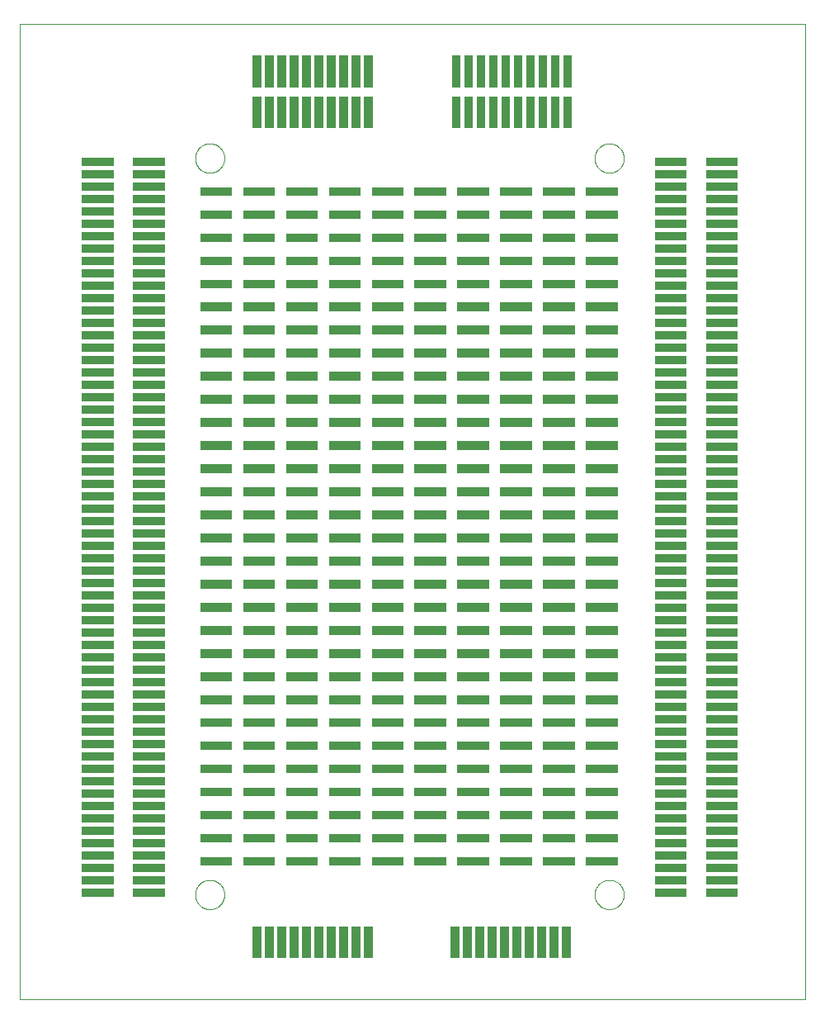
<source format=gtp>
G75*
%MOIN*%
%OFA0B0*%
%FSLAX25Y25*%
%IPPOS*%
%LPD*%
%AMOC8*
5,1,8,0,0,1.08239X$1,22.5*
%
%ADD10C,0.00000*%
%ADD11C,0.00301*%
D10*
X0001000Y0001000D02*
X0001000Y0394701D01*
X0318421Y0394701D01*
X0318421Y0001000D01*
X0001000Y0001000D01*
X0071897Y0043402D02*
X0071899Y0043555D01*
X0071905Y0043709D01*
X0071915Y0043862D01*
X0071929Y0044014D01*
X0071947Y0044167D01*
X0071969Y0044318D01*
X0071994Y0044469D01*
X0072024Y0044620D01*
X0072058Y0044770D01*
X0072095Y0044918D01*
X0072136Y0045066D01*
X0072181Y0045212D01*
X0072230Y0045358D01*
X0072283Y0045502D01*
X0072339Y0045644D01*
X0072399Y0045785D01*
X0072463Y0045925D01*
X0072530Y0046063D01*
X0072601Y0046199D01*
X0072676Y0046333D01*
X0072753Y0046465D01*
X0072835Y0046595D01*
X0072919Y0046723D01*
X0073007Y0046849D01*
X0073098Y0046972D01*
X0073192Y0047093D01*
X0073290Y0047211D01*
X0073390Y0047327D01*
X0073494Y0047440D01*
X0073600Y0047551D01*
X0073709Y0047659D01*
X0073821Y0047764D01*
X0073935Y0047865D01*
X0074053Y0047964D01*
X0074172Y0048060D01*
X0074294Y0048153D01*
X0074419Y0048242D01*
X0074546Y0048329D01*
X0074675Y0048411D01*
X0074806Y0048491D01*
X0074939Y0048567D01*
X0075074Y0048640D01*
X0075211Y0048709D01*
X0075350Y0048774D01*
X0075490Y0048836D01*
X0075632Y0048894D01*
X0075775Y0048949D01*
X0075920Y0049000D01*
X0076066Y0049047D01*
X0076213Y0049090D01*
X0076361Y0049129D01*
X0076510Y0049165D01*
X0076660Y0049196D01*
X0076811Y0049224D01*
X0076962Y0049248D01*
X0077115Y0049268D01*
X0077267Y0049284D01*
X0077420Y0049296D01*
X0077573Y0049304D01*
X0077726Y0049308D01*
X0077880Y0049308D01*
X0078033Y0049304D01*
X0078186Y0049296D01*
X0078339Y0049284D01*
X0078491Y0049268D01*
X0078644Y0049248D01*
X0078795Y0049224D01*
X0078946Y0049196D01*
X0079096Y0049165D01*
X0079245Y0049129D01*
X0079393Y0049090D01*
X0079540Y0049047D01*
X0079686Y0049000D01*
X0079831Y0048949D01*
X0079974Y0048894D01*
X0080116Y0048836D01*
X0080256Y0048774D01*
X0080395Y0048709D01*
X0080532Y0048640D01*
X0080667Y0048567D01*
X0080800Y0048491D01*
X0080931Y0048411D01*
X0081060Y0048329D01*
X0081187Y0048242D01*
X0081312Y0048153D01*
X0081434Y0048060D01*
X0081553Y0047964D01*
X0081671Y0047865D01*
X0081785Y0047764D01*
X0081897Y0047659D01*
X0082006Y0047551D01*
X0082112Y0047440D01*
X0082216Y0047327D01*
X0082316Y0047211D01*
X0082414Y0047093D01*
X0082508Y0046972D01*
X0082599Y0046849D01*
X0082687Y0046723D01*
X0082771Y0046595D01*
X0082853Y0046465D01*
X0082930Y0046333D01*
X0083005Y0046199D01*
X0083076Y0046063D01*
X0083143Y0045925D01*
X0083207Y0045785D01*
X0083267Y0045644D01*
X0083323Y0045502D01*
X0083376Y0045358D01*
X0083425Y0045212D01*
X0083470Y0045066D01*
X0083511Y0044918D01*
X0083548Y0044770D01*
X0083582Y0044620D01*
X0083612Y0044469D01*
X0083637Y0044318D01*
X0083659Y0044167D01*
X0083677Y0044014D01*
X0083691Y0043862D01*
X0083701Y0043709D01*
X0083707Y0043555D01*
X0083709Y0043402D01*
X0083707Y0043249D01*
X0083701Y0043095D01*
X0083691Y0042942D01*
X0083677Y0042790D01*
X0083659Y0042637D01*
X0083637Y0042486D01*
X0083612Y0042335D01*
X0083582Y0042184D01*
X0083548Y0042034D01*
X0083511Y0041886D01*
X0083470Y0041738D01*
X0083425Y0041592D01*
X0083376Y0041446D01*
X0083323Y0041302D01*
X0083267Y0041160D01*
X0083207Y0041019D01*
X0083143Y0040879D01*
X0083076Y0040741D01*
X0083005Y0040605D01*
X0082930Y0040471D01*
X0082853Y0040339D01*
X0082771Y0040209D01*
X0082687Y0040081D01*
X0082599Y0039955D01*
X0082508Y0039832D01*
X0082414Y0039711D01*
X0082316Y0039593D01*
X0082216Y0039477D01*
X0082112Y0039364D01*
X0082006Y0039253D01*
X0081897Y0039145D01*
X0081785Y0039040D01*
X0081671Y0038939D01*
X0081553Y0038840D01*
X0081434Y0038744D01*
X0081312Y0038651D01*
X0081187Y0038562D01*
X0081060Y0038475D01*
X0080931Y0038393D01*
X0080800Y0038313D01*
X0080667Y0038237D01*
X0080532Y0038164D01*
X0080395Y0038095D01*
X0080256Y0038030D01*
X0080116Y0037968D01*
X0079974Y0037910D01*
X0079831Y0037855D01*
X0079686Y0037804D01*
X0079540Y0037757D01*
X0079393Y0037714D01*
X0079245Y0037675D01*
X0079096Y0037639D01*
X0078946Y0037608D01*
X0078795Y0037580D01*
X0078644Y0037556D01*
X0078491Y0037536D01*
X0078339Y0037520D01*
X0078186Y0037508D01*
X0078033Y0037500D01*
X0077880Y0037496D01*
X0077726Y0037496D01*
X0077573Y0037500D01*
X0077420Y0037508D01*
X0077267Y0037520D01*
X0077115Y0037536D01*
X0076962Y0037556D01*
X0076811Y0037580D01*
X0076660Y0037608D01*
X0076510Y0037639D01*
X0076361Y0037675D01*
X0076213Y0037714D01*
X0076066Y0037757D01*
X0075920Y0037804D01*
X0075775Y0037855D01*
X0075632Y0037910D01*
X0075490Y0037968D01*
X0075350Y0038030D01*
X0075211Y0038095D01*
X0075074Y0038164D01*
X0074939Y0038237D01*
X0074806Y0038313D01*
X0074675Y0038393D01*
X0074546Y0038475D01*
X0074419Y0038562D01*
X0074294Y0038651D01*
X0074172Y0038744D01*
X0074053Y0038840D01*
X0073935Y0038939D01*
X0073821Y0039040D01*
X0073709Y0039145D01*
X0073600Y0039253D01*
X0073494Y0039364D01*
X0073390Y0039477D01*
X0073290Y0039593D01*
X0073192Y0039711D01*
X0073098Y0039832D01*
X0073007Y0039955D01*
X0072919Y0040081D01*
X0072835Y0040209D01*
X0072753Y0040339D01*
X0072676Y0040471D01*
X0072601Y0040605D01*
X0072530Y0040741D01*
X0072463Y0040879D01*
X0072399Y0041019D01*
X0072339Y0041160D01*
X0072283Y0041302D01*
X0072230Y0041446D01*
X0072181Y0041592D01*
X0072136Y0041738D01*
X0072095Y0041886D01*
X0072058Y0042034D01*
X0072024Y0042184D01*
X0071994Y0042335D01*
X0071969Y0042486D01*
X0071947Y0042637D01*
X0071929Y0042790D01*
X0071915Y0042942D01*
X0071905Y0043095D01*
X0071899Y0043249D01*
X0071897Y0043402D01*
X0233314Y0043402D02*
X0233316Y0043555D01*
X0233322Y0043709D01*
X0233332Y0043862D01*
X0233346Y0044014D01*
X0233364Y0044167D01*
X0233386Y0044318D01*
X0233411Y0044469D01*
X0233441Y0044620D01*
X0233475Y0044770D01*
X0233512Y0044918D01*
X0233553Y0045066D01*
X0233598Y0045212D01*
X0233647Y0045358D01*
X0233700Y0045502D01*
X0233756Y0045644D01*
X0233816Y0045785D01*
X0233880Y0045925D01*
X0233947Y0046063D01*
X0234018Y0046199D01*
X0234093Y0046333D01*
X0234170Y0046465D01*
X0234252Y0046595D01*
X0234336Y0046723D01*
X0234424Y0046849D01*
X0234515Y0046972D01*
X0234609Y0047093D01*
X0234707Y0047211D01*
X0234807Y0047327D01*
X0234911Y0047440D01*
X0235017Y0047551D01*
X0235126Y0047659D01*
X0235238Y0047764D01*
X0235352Y0047865D01*
X0235470Y0047964D01*
X0235589Y0048060D01*
X0235711Y0048153D01*
X0235836Y0048242D01*
X0235963Y0048329D01*
X0236092Y0048411D01*
X0236223Y0048491D01*
X0236356Y0048567D01*
X0236491Y0048640D01*
X0236628Y0048709D01*
X0236767Y0048774D01*
X0236907Y0048836D01*
X0237049Y0048894D01*
X0237192Y0048949D01*
X0237337Y0049000D01*
X0237483Y0049047D01*
X0237630Y0049090D01*
X0237778Y0049129D01*
X0237927Y0049165D01*
X0238077Y0049196D01*
X0238228Y0049224D01*
X0238379Y0049248D01*
X0238532Y0049268D01*
X0238684Y0049284D01*
X0238837Y0049296D01*
X0238990Y0049304D01*
X0239143Y0049308D01*
X0239297Y0049308D01*
X0239450Y0049304D01*
X0239603Y0049296D01*
X0239756Y0049284D01*
X0239908Y0049268D01*
X0240061Y0049248D01*
X0240212Y0049224D01*
X0240363Y0049196D01*
X0240513Y0049165D01*
X0240662Y0049129D01*
X0240810Y0049090D01*
X0240957Y0049047D01*
X0241103Y0049000D01*
X0241248Y0048949D01*
X0241391Y0048894D01*
X0241533Y0048836D01*
X0241673Y0048774D01*
X0241812Y0048709D01*
X0241949Y0048640D01*
X0242084Y0048567D01*
X0242217Y0048491D01*
X0242348Y0048411D01*
X0242477Y0048329D01*
X0242604Y0048242D01*
X0242729Y0048153D01*
X0242851Y0048060D01*
X0242970Y0047964D01*
X0243088Y0047865D01*
X0243202Y0047764D01*
X0243314Y0047659D01*
X0243423Y0047551D01*
X0243529Y0047440D01*
X0243633Y0047327D01*
X0243733Y0047211D01*
X0243831Y0047093D01*
X0243925Y0046972D01*
X0244016Y0046849D01*
X0244104Y0046723D01*
X0244188Y0046595D01*
X0244270Y0046465D01*
X0244347Y0046333D01*
X0244422Y0046199D01*
X0244493Y0046063D01*
X0244560Y0045925D01*
X0244624Y0045785D01*
X0244684Y0045644D01*
X0244740Y0045502D01*
X0244793Y0045358D01*
X0244842Y0045212D01*
X0244887Y0045066D01*
X0244928Y0044918D01*
X0244965Y0044770D01*
X0244999Y0044620D01*
X0245029Y0044469D01*
X0245054Y0044318D01*
X0245076Y0044167D01*
X0245094Y0044014D01*
X0245108Y0043862D01*
X0245118Y0043709D01*
X0245124Y0043555D01*
X0245126Y0043402D01*
X0245124Y0043249D01*
X0245118Y0043095D01*
X0245108Y0042942D01*
X0245094Y0042790D01*
X0245076Y0042637D01*
X0245054Y0042486D01*
X0245029Y0042335D01*
X0244999Y0042184D01*
X0244965Y0042034D01*
X0244928Y0041886D01*
X0244887Y0041738D01*
X0244842Y0041592D01*
X0244793Y0041446D01*
X0244740Y0041302D01*
X0244684Y0041160D01*
X0244624Y0041019D01*
X0244560Y0040879D01*
X0244493Y0040741D01*
X0244422Y0040605D01*
X0244347Y0040471D01*
X0244270Y0040339D01*
X0244188Y0040209D01*
X0244104Y0040081D01*
X0244016Y0039955D01*
X0243925Y0039832D01*
X0243831Y0039711D01*
X0243733Y0039593D01*
X0243633Y0039477D01*
X0243529Y0039364D01*
X0243423Y0039253D01*
X0243314Y0039145D01*
X0243202Y0039040D01*
X0243088Y0038939D01*
X0242970Y0038840D01*
X0242851Y0038744D01*
X0242729Y0038651D01*
X0242604Y0038562D01*
X0242477Y0038475D01*
X0242348Y0038393D01*
X0242217Y0038313D01*
X0242084Y0038237D01*
X0241949Y0038164D01*
X0241812Y0038095D01*
X0241673Y0038030D01*
X0241533Y0037968D01*
X0241391Y0037910D01*
X0241248Y0037855D01*
X0241103Y0037804D01*
X0240957Y0037757D01*
X0240810Y0037714D01*
X0240662Y0037675D01*
X0240513Y0037639D01*
X0240363Y0037608D01*
X0240212Y0037580D01*
X0240061Y0037556D01*
X0239908Y0037536D01*
X0239756Y0037520D01*
X0239603Y0037508D01*
X0239450Y0037500D01*
X0239297Y0037496D01*
X0239143Y0037496D01*
X0238990Y0037500D01*
X0238837Y0037508D01*
X0238684Y0037520D01*
X0238532Y0037536D01*
X0238379Y0037556D01*
X0238228Y0037580D01*
X0238077Y0037608D01*
X0237927Y0037639D01*
X0237778Y0037675D01*
X0237630Y0037714D01*
X0237483Y0037757D01*
X0237337Y0037804D01*
X0237192Y0037855D01*
X0237049Y0037910D01*
X0236907Y0037968D01*
X0236767Y0038030D01*
X0236628Y0038095D01*
X0236491Y0038164D01*
X0236356Y0038237D01*
X0236223Y0038313D01*
X0236092Y0038393D01*
X0235963Y0038475D01*
X0235836Y0038562D01*
X0235711Y0038651D01*
X0235589Y0038744D01*
X0235470Y0038840D01*
X0235352Y0038939D01*
X0235238Y0039040D01*
X0235126Y0039145D01*
X0235017Y0039253D01*
X0234911Y0039364D01*
X0234807Y0039477D01*
X0234707Y0039593D01*
X0234609Y0039711D01*
X0234515Y0039832D01*
X0234424Y0039955D01*
X0234336Y0040081D01*
X0234252Y0040209D01*
X0234170Y0040339D01*
X0234093Y0040471D01*
X0234018Y0040605D01*
X0233947Y0040741D01*
X0233880Y0040879D01*
X0233816Y0041019D01*
X0233756Y0041160D01*
X0233700Y0041302D01*
X0233647Y0041446D01*
X0233598Y0041592D01*
X0233553Y0041738D01*
X0233512Y0041886D01*
X0233475Y0042034D01*
X0233441Y0042184D01*
X0233411Y0042335D01*
X0233386Y0042486D01*
X0233364Y0042637D01*
X0233346Y0042790D01*
X0233332Y0042942D01*
X0233322Y0043095D01*
X0233316Y0043249D01*
X0233314Y0043402D01*
X0233314Y0340646D02*
X0233316Y0340799D01*
X0233322Y0340953D01*
X0233332Y0341106D01*
X0233346Y0341258D01*
X0233364Y0341411D01*
X0233386Y0341562D01*
X0233411Y0341713D01*
X0233441Y0341864D01*
X0233475Y0342014D01*
X0233512Y0342162D01*
X0233553Y0342310D01*
X0233598Y0342456D01*
X0233647Y0342602D01*
X0233700Y0342746D01*
X0233756Y0342888D01*
X0233816Y0343029D01*
X0233880Y0343169D01*
X0233947Y0343307D01*
X0234018Y0343443D01*
X0234093Y0343577D01*
X0234170Y0343709D01*
X0234252Y0343839D01*
X0234336Y0343967D01*
X0234424Y0344093D01*
X0234515Y0344216D01*
X0234609Y0344337D01*
X0234707Y0344455D01*
X0234807Y0344571D01*
X0234911Y0344684D01*
X0235017Y0344795D01*
X0235126Y0344903D01*
X0235238Y0345008D01*
X0235352Y0345109D01*
X0235470Y0345208D01*
X0235589Y0345304D01*
X0235711Y0345397D01*
X0235836Y0345486D01*
X0235963Y0345573D01*
X0236092Y0345655D01*
X0236223Y0345735D01*
X0236356Y0345811D01*
X0236491Y0345884D01*
X0236628Y0345953D01*
X0236767Y0346018D01*
X0236907Y0346080D01*
X0237049Y0346138D01*
X0237192Y0346193D01*
X0237337Y0346244D01*
X0237483Y0346291D01*
X0237630Y0346334D01*
X0237778Y0346373D01*
X0237927Y0346409D01*
X0238077Y0346440D01*
X0238228Y0346468D01*
X0238379Y0346492D01*
X0238532Y0346512D01*
X0238684Y0346528D01*
X0238837Y0346540D01*
X0238990Y0346548D01*
X0239143Y0346552D01*
X0239297Y0346552D01*
X0239450Y0346548D01*
X0239603Y0346540D01*
X0239756Y0346528D01*
X0239908Y0346512D01*
X0240061Y0346492D01*
X0240212Y0346468D01*
X0240363Y0346440D01*
X0240513Y0346409D01*
X0240662Y0346373D01*
X0240810Y0346334D01*
X0240957Y0346291D01*
X0241103Y0346244D01*
X0241248Y0346193D01*
X0241391Y0346138D01*
X0241533Y0346080D01*
X0241673Y0346018D01*
X0241812Y0345953D01*
X0241949Y0345884D01*
X0242084Y0345811D01*
X0242217Y0345735D01*
X0242348Y0345655D01*
X0242477Y0345573D01*
X0242604Y0345486D01*
X0242729Y0345397D01*
X0242851Y0345304D01*
X0242970Y0345208D01*
X0243088Y0345109D01*
X0243202Y0345008D01*
X0243314Y0344903D01*
X0243423Y0344795D01*
X0243529Y0344684D01*
X0243633Y0344571D01*
X0243733Y0344455D01*
X0243831Y0344337D01*
X0243925Y0344216D01*
X0244016Y0344093D01*
X0244104Y0343967D01*
X0244188Y0343839D01*
X0244270Y0343709D01*
X0244347Y0343577D01*
X0244422Y0343443D01*
X0244493Y0343307D01*
X0244560Y0343169D01*
X0244624Y0343029D01*
X0244684Y0342888D01*
X0244740Y0342746D01*
X0244793Y0342602D01*
X0244842Y0342456D01*
X0244887Y0342310D01*
X0244928Y0342162D01*
X0244965Y0342014D01*
X0244999Y0341864D01*
X0245029Y0341713D01*
X0245054Y0341562D01*
X0245076Y0341411D01*
X0245094Y0341258D01*
X0245108Y0341106D01*
X0245118Y0340953D01*
X0245124Y0340799D01*
X0245126Y0340646D01*
X0245124Y0340493D01*
X0245118Y0340339D01*
X0245108Y0340186D01*
X0245094Y0340034D01*
X0245076Y0339881D01*
X0245054Y0339730D01*
X0245029Y0339579D01*
X0244999Y0339428D01*
X0244965Y0339278D01*
X0244928Y0339130D01*
X0244887Y0338982D01*
X0244842Y0338836D01*
X0244793Y0338690D01*
X0244740Y0338546D01*
X0244684Y0338404D01*
X0244624Y0338263D01*
X0244560Y0338123D01*
X0244493Y0337985D01*
X0244422Y0337849D01*
X0244347Y0337715D01*
X0244270Y0337583D01*
X0244188Y0337453D01*
X0244104Y0337325D01*
X0244016Y0337199D01*
X0243925Y0337076D01*
X0243831Y0336955D01*
X0243733Y0336837D01*
X0243633Y0336721D01*
X0243529Y0336608D01*
X0243423Y0336497D01*
X0243314Y0336389D01*
X0243202Y0336284D01*
X0243088Y0336183D01*
X0242970Y0336084D01*
X0242851Y0335988D01*
X0242729Y0335895D01*
X0242604Y0335806D01*
X0242477Y0335719D01*
X0242348Y0335637D01*
X0242217Y0335557D01*
X0242084Y0335481D01*
X0241949Y0335408D01*
X0241812Y0335339D01*
X0241673Y0335274D01*
X0241533Y0335212D01*
X0241391Y0335154D01*
X0241248Y0335099D01*
X0241103Y0335048D01*
X0240957Y0335001D01*
X0240810Y0334958D01*
X0240662Y0334919D01*
X0240513Y0334883D01*
X0240363Y0334852D01*
X0240212Y0334824D01*
X0240061Y0334800D01*
X0239908Y0334780D01*
X0239756Y0334764D01*
X0239603Y0334752D01*
X0239450Y0334744D01*
X0239297Y0334740D01*
X0239143Y0334740D01*
X0238990Y0334744D01*
X0238837Y0334752D01*
X0238684Y0334764D01*
X0238532Y0334780D01*
X0238379Y0334800D01*
X0238228Y0334824D01*
X0238077Y0334852D01*
X0237927Y0334883D01*
X0237778Y0334919D01*
X0237630Y0334958D01*
X0237483Y0335001D01*
X0237337Y0335048D01*
X0237192Y0335099D01*
X0237049Y0335154D01*
X0236907Y0335212D01*
X0236767Y0335274D01*
X0236628Y0335339D01*
X0236491Y0335408D01*
X0236356Y0335481D01*
X0236223Y0335557D01*
X0236092Y0335637D01*
X0235963Y0335719D01*
X0235836Y0335806D01*
X0235711Y0335895D01*
X0235589Y0335988D01*
X0235470Y0336084D01*
X0235352Y0336183D01*
X0235238Y0336284D01*
X0235126Y0336389D01*
X0235017Y0336497D01*
X0234911Y0336608D01*
X0234807Y0336721D01*
X0234707Y0336837D01*
X0234609Y0336955D01*
X0234515Y0337076D01*
X0234424Y0337199D01*
X0234336Y0337325D01*
X0234252Y0337453D01*
X0234170Y0337583D01*
X0234093Y0337715D01*
X0234018Y0337849D01*
X0233947Y0337985D01*
X0233880Y0338123D01*
X0233816Y0338263D01*
X0233756Y0338404D01*
X0233700Y0338546D01*
X0233647Y0338690D01*
X0233598Y0338836D01*
X0233553Y0338982D01*
X0233512Y0339130D01*
X0233475Y0339278D01*
X0233441Y0339428D01*
X0233411Y0339579D01*
X0233386Y0339730D01*
X0233364Y0339881D01*
X0233346Y0340034D01*
X0233332Y0340186D01*
X0233322Y0340339D01*
X0233316Y0340493D01*
X0233314Y0340646D01*
X0071897Y0340646D02*
X0071899Y0340799D01*
X0071905Y0340953D01*
X0071915Y0341106D01*
X0071929Y0341258D01*
X0071947Y0341411D01*
X0071969Y0341562D01*
X0071994Y0341713D01*
X0072024Y0341864D01*
X0072058Y0342014D01*
X0072095Y0342162D01*
X0072136Y0342310D01*
X0072181Y0342456D01*
X0072230Y0342602D01*
X0072283Y0342746D01*
X0072339Y0342888D01*
X0072399Y0343029D01*
X0072463Y0343169D01*
X0072530Y0343307D01*
X0072601Y0343443D01*
X0072676Y0343577D01*
X0072753Y0343709D01*
X0072835Y0343839D01*
X0072919Y0343967D01*
X0073007Y0344093D01*
X0073098Y0344216D01*
X0073192Y0344337D01*
X0073290Y0344455D01*
X0073390Y0344571D01*
X0073494Y0344684D01*
X0073600Y0344795D01*
X0073709Y0344903D01*
X0073821Y0345008D01*
X0073935Y0345109D01*
X0074053Y0345208D01*
X0074172Y0345304D01*
X0074294Y0345397D01*
X0074419Y0345486D01*
X0074546Y0345573D01*
X0074675Y0345655D01*
X0074806Y0345735D01*
X0074939Y0345811D01*
X0075074Y0345884D01*
X0075211Y0345953D01*
X0075350Y0346018D01*
X0075490Y0346080D01*
X0075632Y0346138D01*
X0075775Y0346193D01*
X0075920Y0346244D01*
X0076066Y0346291D01*
X0076213Y0346334D01*
X0076361Y0346373D01*
X0076510Y0346409D01*
X0076660Y0346440D01*
X0076811Y0346468D01*
X0076962Y0346492D01*
X0077115Y0346512D01*
X0077267Y0346528D01*
X0077420Y0346540D01*
X0077573Y0346548D01*
X0077726Y0346552D01*
X0077880Y0346552D01*
X0078033Y0346548D01*
X0078186Y0346540D01*
X0078339Y0346528D01*
X0078491Y0346512D01*
X0078644Y0346492D01*
X0078795Y0346468D01*
X0078946Y0346440D01*
X0079096Y0346409D01*
X0079245Y0346373D01*
X0079393Y0346334D01*
X0079540Y0346291D01*
X0079686Y0346244D01*
X0079831Y0346193D01*
X0079974Y0346138D01*
X0080116Y0346080D01*
X0080256Y0346018D01*
X0080395Y0345953D01*
X0080532Y0345884D01*
X0080667Y0345811D01*
X0080800Y0345735D01*
X0080931Y0345655D01*
X0081060Y0345573D01*
X0081187Y0345486D01*
X0081312Y0345397D01*
X0081434Y0345304D01*
X0081553Y0345208D01*
X0081671Y0345109D01*
X0081785Y0345008D01*
X0081897Y0344903D01*
X0082006Y0344795D01*
X0082112Y0344684D01*
X0082216Y0344571D01*
X0082316Y0344455D01*
X0082414Y0344337D01*
X0082508Y0344216D01*
X0082599Y0344093D01*
X0082687Y0343967D01*
X0082771Y0343839D01*
X0082853Y0343709D01*
X0082930Y0343577D01*
X0083005Y0343443D01*
X0083076Y0343307D01*
X0083143Y0343169D01*
X0083207Y0343029D01*
X0083267Y0342888D01*
X0083323Y0342746D01*
X0083376Y0342602D01*
X0083425Y0342456D01*
X0083470Y0342310D01*
X0083511Y0342162D01*
X0083548Y0342014D01*
X0083582Y0341864D01*
X0083612Y0341713D01*
X0083637Y0341562D01*
X0083659Y0341411D01*
X0083677Y0341258D01*
X0083691Y0341106D01*
X0083701Y0340953D01*
X0083707Y0340799D01*
X0083709Y0340646D01*
X0083707Y0340493D01*
X0083701Y0340339D01*
X0083691Y0340186D01*
X0083677Y0340034D01*
X0083659Y0339881D01*
X0083637Y0339730D01*
X0083612Y0339579D01*
X0083582Y0339428D01*
X0083548Y0339278D01*
X0083511Y0339130D01*
X0083470Y0338982D01*
X0083425Y0338836D01*
X0083376Y0338690D01*
X0083323Y0338546D01*
X0083267Y0338404D01*
X0083207Y0338263D01*
X0083143Y0338123D01*
X0083076Y0337985D01*
X0083005Y0337849D01*
X0082930Y0337715D01*
X0082853Y0337583D01*
X0082771Y0337453D01*
X0082687Y0337325D01*
X0082599Y0337199D01*
X0082508Y0337076D01*
X0082414Y0336955D01*
X0082316Y0336837D01*
X0082216Y0336721D01*
X0082112Y0336608D01*
X0082006Y0336497D01*
X0081897Y0336389D01*
X0081785Y0336284D01*
X0081671Y0336183D01*
X0081553Y0336084D01*
X0081434Y0335988D01*
X0081312Y0335895D01*
X0081187Y0335806D01*
X0081060Y0335719D01*
X0080931Y0335637D01*
X0080800Y0335557D01*
X0080667Y0335481D01*
X0080532Y0335408D01*
X0080395Y0335339D01*
X0080256Y0335274D01*
X0080116Y0335212D01*
X0079974Y0335154D01*
X0079831Y0335099D01*
X0079686Y0335048D01*
X0079540Y0335001D01*
X0079393Y0334958D01*
X0079245Y0334919D01*
X0079096Y0334883D01*
X0078946Y0334852D01*
X0078795Y0334824D01*
X0078644Y0334800D01*
X0078491Y0334780D01*
X0078339Y0334764D01*
X0078186Y0334752D01*
X0078033Y0334744D01*
X0077880Y0334740D01*
X0077726Y0334740D01*
X0077573Y0334744D01*
X0077420Y0334752D01*
X0077267Y0334764D01*
X0077115Y0334780D01*
X0076962Y0334800D01*
X0076811Y0334824D01*
X0076660Y0334852D01*
X0076510Y0334883D01*
X0076361Y0334919D01*
X0076213Y0334958D01*
X0076066Y0335001D01*
X0075920Y0335048D01*
X0075775Y0335099D01*
X0075632Y0335154D01*
X0075490Y0335212D01*
X0075350Y0335274D01*
X0075211Y0335339D01*
X0075074Y0335408D01*
X0074939Y0335481D01*
X0074806Y0335557D01*
X0074675Y0335637D01*
X0074546Y0335719D01*
X0074419Y0335806D01*
X0074294Y0335895D01*
X0074172Y0335988D01*
X0074053Y0336084D01*
X0073935Y0336183D01*
X0073821Y0336284D01*
X0073709Y0336389D01*
X0073600Y0336497D01*
X0073494Y0336608D01*
X0073390Y0336721D01*
X0073290Y0336837D01*
X0073192Y0336955D01*
X0073098Y0337076D01*
X0073007Y0337199D01*
X0072919Y0337325D01*
X0072835Y0337453D01*
X0072753Y0337583D01*
X0072676Y0337715D01*
X0072601Y0337849D01*
X0072530Y0337985D01*
X0072463Y0338123D01*
X0072399Y0338263D01*
X0072339Y0338404D01*
X0072283Y0338546D01*
X0072230Y0338690D01*
X0072181Y0338836D01*
X0072136Y0338982D01*
X0072095Y0339130D01*
X0072058Y0339278D01*
X0072024Y0339428D01*
X0071994Y0339579D01*
X0071969Y0339730D01*
X0071947Y0339881D01*
X0071929Y0340034D01*
X0071915Y0340186D01*
X0071905Y0340339D01*
X0071899Y0340493D01*
X0071897Y0340646D01*
D11*
X0073942Y0325930D02*
X0086436Y0325930D01*
X0073942Y0325930D02*
X0073942Y0328976D01*
X0086436Y0328976D01*
X0086436Y0325930D01*
X0086436Y0326230D02*
X0073942Y0326230D01*
X0073942Y0326530D02*
X0086436Y0326530D01*
X0086436Y0326830D02*
X0073942Y0326830D01*
X0073942Y0327130D02*
X0086436Y0327130D01*
X0086436Y0327430D02*
X0073942Y0327430D01*
X0073942Y0327730D02*
X0086436Y0327730D01*
X0086436Y0328030D02*
X0073942Y0328030D01*
X0073942Y0328330D02*
X0086436Y0328330D01*
X0086436Y0328630D02*
X0073942Y0328630D01*
X0073942Y0328930D02*
X0086436Y0328930D01*
X0086436Y0316599D02*
X0073942Y0316599D01*
X0073942Y0319645D01*
X0086436Y0319645D01*
X0086436Y0316599D01*
X0086436Y0316899D02*
X0073942Y0316899D01*
X0073942Y0317199D02*
X0086436Y0317199D01*
X0086436Y0317499D02*
X0073942Y0317499D01*
X0073942Y0317799D02*
X0086436Y0317799D01*
X0086436Y0318099D02*
X0073942Y0318099D01*
X0073942Y0318399D02*
X0086436Y0318399D01*
X0086436Y0318699D02*
X0073942Y0318699D01*
X0073942Y0318999D02*
X0086436Y0318999D01*
X0086436Y0319299D02*
X0073942Y0319299D01*
X0073942Y0319599D02*
X0086436Y0319599D01*
X0091265Y0316599D02*
X0103759Y0316599D01*
X0091265Y0316599D02*
X0091265Y0319645D01*
X0103759Y0319645D01*
X0103759Y0316599D01*
X0103759Y0316899D02*
X0091265Y0316899D01*
X0091265Y0317199D02*
X0103759Y0317199D01*
X0103759Y0317499D02*
X0091265Y0317499D01*
X0091265Y0317799D02*
X0103759Y0317799D01*
X0103759Y0318099D02*
X0091265Y0318099D01*
X0091265Y0318399D02*
X0103759Y0318399D01*
X0103759Y0318699D02*
X0091265Y0318699D01*
X0091265Y0318999D02*
X0103759Y0318999D01*
X0103759Y0319299D02*
X0091265Y0319299D01*
X0091265Y0319599D02*
X0103759Y0319599D01*
X0103759Y0325930D02*
X0091265Y0325930D01*
X0091265Y0328976D01*
X0103759Y0328976D01*
X0103759Y0325930D01*
X0103759Y0326230D02*
X0091265Y0326230D01*
X0091265Y0326530D02*
X0103759Y0326530D01*
X0103759Y0326830D02*
X0091265Y0326830D01*
X0091265Y0327130D02*
X0103759Y0327130D01*
X0103759Y0327430D02*
X0091265Y0327430D01*
X0091265Y0327730D02*
X0103759Y0327730D01*
X0103759Y0328030D02*
X0091265Y0328030D01*
X0091265Y0328330D02*
X0103759Y0328330D01*
X0103759Y0328630D02*
X0091265Y0328630D01*
X0091265Y0328930D02*
X0103759Y0328930D01*
X0108588Y0325930D02*
X0121082Y0325930D01*
X0108588Y0325930D02*
X0108588Y0328976D01*
X0121082Y0328976D01*
X0121082Y0325930D01*
X0121082Y0326230D02*
X0108588Y0326230D01*
X0108588Y0326530D02*
X0121082Y0326530D01*
X0121082Y0326830D02*
X0108588Y0326830D01*
X0108588Y0327130D02*
X0121082Y0327130D01*
X0121082Y0327430D02*
X0108588Y0327430D01*
X0108588Y0327730D02*
X0121082Y0327730D01*
X0121082Y0328030D02*
X0108588Y0328030D01*
X0108588Y0328330D02*
X0121082Y0328330D01*
X0121082Y0328630D02*
X0108588Y0328630D01*
X0108588Y0328930D02*
X0121082Y0328930D01*
X0121082Y0316599D02*
X0108588Y0316599D01*
X0108588Y0319645D01*
X0121082Y0319645D01*
X0121082Y0316599D01*
X0121082Y0316899D02*
X0108588Y0316899D01*
X0108588Y0317199D02*
X0121082Y0317199D01*
X0121082Y0317499D02*
X0108588Y0317499D01*
X0108588Y0317799D02*
X0121082Y0317799D01*
X0121082Y0318099D02*
X0108588Y0318099D01*
X0108588Y0318399D02*
X0121082Y0318399D01*
X0121082Y0318699D02*
X0108588Y0318699D01*
X0108588Y0318999D02*
X0121082Y0318999D01*
X0121082Y0319299D02*
X0108588Y0319299D01*
X0108588Y0319599D02*
X0121082Y0319599D01*
X0121082Y0307268D02*
X0108588Y0307268D01*
X0108588Y0310314D01*
X0121082Y0310314D01*
X0121082Y0307268D01*
X0121082Y0307568D02*
X0108588Y0307568D01*
X0108588Y0307868D02*
X0121082Y0307868D01*
X0121082Y0308168D02*
X0108588Y0308168D01*
X0108588Y0308468D02*
X0121082Y0308468D01*
X0121082Y0308768D02*
X0108588Y0308768D01*
X0108588Y0309068D02*
X0121082Y0309068D01*
X0121082Y0309368D02*
X0108588Y0309368D01*
X0108588Y0309668D02*
X0121082Y0309668D01*
X0121082Y0309968D02*
X0108588Y0309968D01*
X0108588Y0310268D02*
X0121082Y0310268D01*
X0121082Y0297938D02*
X0108588Y0297938D01*
X0108588Y0300984D01*
X0121082Y0300984D01*
X0121082Y0297938D01*
X0121082Y0298238D02*
X0108588Y0298238D01*
X0108588Y0298538D02*
X0121082Y0298538D01*
X0121082Y0298838D02*
X0108588Y0298838D01*
X0108588Y0299138D02*
X0121082Y0299138D01*
X0121082Y0299438D02*
X0108588Y0299438D01*
X0108588Y0299738D02*
X0121082Y0299738D01*
X0121082Y0300038D02*
X0108588Y0300038D01*
X0108588Y0300338D02*
X0121082Y0300338D01*
X0121082Y0300638D02*
X0108588Y0300638D01*
X0108588Y0300938D02*
X0121082Y0300938D01*
X0121082Y0288607D02*
X0108588Y0288607D01*
X0108588Y0291653D01*
X0121082Y0291653D01*
X0121082Y0288607D01*
X0121082Y0288907D02*
X0108588Y0288907D01*
X0108588Y0289207D02*
X0121082Y0289207D01*
X0121082Y0289507D02*
X0108588Y0289507D01*
X0108588Y0289807D02*
X0121082Y0289807D01*
X0121082Y0290107D02*
X0108588Y0290107D01*
X0108588Y0290407D02*
X0121082Y0290407D01*
X0121082Y0290707D02*
X0108588Y0290707D01*
X0108588Y0291007D02*
X0121082Y0291007D01*
X0121082Y0291307D02*
X0108588Y0291307D01*
X0108588Y0291607D02*
X0121082Y0291607D01*
X0121082Y0279276D02*
X0108588Y0279276D01*
X0108588Y0282322D01*
X0121082Y0282322D01*
X0121082Y0279276D01*
X0121082Y0279576D02*
X0108588Y0279576D01*
X0108588Y0279876D02*
X0121082Y0279876D01*
X0121082Y0280176D02*
X0108588Y0280176D01*
X0108588Y0280476D02*
X0121082Y0280476D01*
X0121082Y0280776D02*
X0108588Y0280776D01*
X0108588Y0281076D02*
X0121082Y0281076D01*
X0121082Y0281376D02*
X0108588Y0281376D01*
X0108588Y0281676D02*
X0121082Y0281676D01*
X0121082Y0281976D02*
X0108588Y0281976D01*
X0108588Y0282276D02*
X0121082Y0282276D01*
X0121082Y0269946D02*
X0108588Y0269946D01*
X0108588Y0272992D01*
X0121082Y0272992D01*
X0121082Y0269946D01*
X0121082Y0270246D02*
X0108588Y0270246D01*
X0108588Y0270546D02*
X0121082Y0270546D01*
X0121082Y0270846D02*
X0108588Y0270846D01*
X0108588Y0271146D02*
X0121082Y0271146D01*
X0121082Y0271446D02*
X0108588Y0271446D01*
X0108588Y0271746D02*
X0121082Y0271746D01*
X0121082Y0272046D02*
X0108588Y0272046D01*
X0108588Y0272346D02*
X0121082Y0272346D01*
X0121082Y0272646D02*
X0108588Y0272646D01*
X0108588Y0272946D02*
X0121082Y0272946D01*
X0121082Y0260615D02*
X0108588Y0260615D01*
X0108588Y0263661D01*
X0121082Y0263661D01*
X0121082Y0260615D01*
X0121082Y0260915D02*
X0108588Y0260915D01*
X0108588Y0261215D02*
X0121082Y0261215D01*
X0121082Y0261515D02*
X0108588Y0261515D01*
X0108588Y0261815D02*
X0121082Y0261815D01*
X0121082Y0262115D02*
X0108588Y0262115D01*
X0108588Y0262415D02*
X0121082Y0262415D01*
X0121082Y0262715D02*
X0108588Y0262715D01*
X0108588Y0263015D02*
X0121082Y0263015D01*
X0121082Y0263315D02*
X0108588Y0263315D01*
X0108588Y0263615D02*
X0121082Y0263615D01*
X0121082Y0251284D02*
X0108588Y0251284D01*
X0108588Y0254330D01*
X0121082Y0254330D01*
X0121082Y0251284D01*
X0121082Y0251584D02*
X0108588Y0251584D01*
X0108588Y0251884D02*
X0121082Y0251884D01*
X0121082Y0252184D02*
X0108588Y0252184D01*
X0108588Y0252484D02*
X0121082Y0252484D01*
X0121082Y0252784D02*
X0108588Y0252784D01*
X0108588Y0253084D02*
X0121082Y0253084D01*
X0121082Y0253384D02*
X0108588Y0253384D01*
X0108588Y0253684D02*
X0121082Y0253684D01*
X0121082Y0253984D02*
X0108588Y0253984D01*
X0108588Y0254284D02*
X0121082Y0254284D01*
X0121082Y0241953D02*
X0108588Y0241953D01*
X0108588Y0244999D01*
X0121082Y0244999D01*
X0121082Y0241953D01*
X0121082Y0242253D02*
X0108588Y0242253D01*
X0108588Y0242553D02*
X0121082Y0242553D01*
X0121082Y0242853D02*
X0108588Y0242853D01*
X0108588Y0243153D02*
X0121082Y0243153D01*
X0121082Y0243453D02*
X0108588Y0243453D01*
X0108588Y0243753D02*
X0121082Y0243753D01*
X0121082Y0244053D02*
X0108588Y0244053D01*
X0108588Y0244353D02*
X0121082Y0244353D01*
X0121082Y0244653D02*
X0108588Y0244653D01*
X0108588Y0244953D02*
X0121082Y0244953D01*
X0121082Y0232623D02*
X0108588Y0232623D01*
X0108588Y0235669D01*
X0121082Y0235669D01*
X0121082Y0232623D01*
X0121082Y0232923D02*
X0108588Y0232923D01*
X0108588Y0233223D02*
X0121082Y0233223D01*
X0121082Y0233523D02*
X0108588Y0233523D01*
X0108588Y0233823D02*
X0121082Y0233823D01*
X0121082Y0234123D02*
X0108588Y0234123D01*
X0108588Y0234423D02*
X0121082Y0234423D01*
X0121082Y0234723D02*
X0108588Y0234723D01*
X0108588Y0235023D02*
X0121082Y0235023D01*
X0121082Y0235323D02*
X0108588Y0235323D01*
X0108588Y0235623D02*
X0121082Y0235623D01*
X0121082Y0223292D02*
X0108588Y0223292D01*
X0108588Y0226338D01*
X0121082Y0226338D01*
X0121082Y0223292D01*
X0121082Y0223592D02*
X0108588Y0223592D01*
X0108588Y0223892D02*
X0121082Y0223892D01*
X0121082Y0224192D02*
X0108588Y0224192D01*
X0108588Y0224492D02*
X0121082Y0224492D01*
X0121082Y0224792D02*
X0108588Y0224792D01*
X0108588Y0225092D02*
X0121082Y0225092D01*
X0121082Y0225392D02*
X0108588Y0225392D01*
X0108588Y0225692D02*
X0121082Y0225692D01*
X0121082Y0225992D02*
X0108588Y0225992D01*
X0108588Y0226292D02*
X0121082Y0226292D01*
X0121082Y0213961D02*
X0108588Y0213961D01*
X0108588Y0217007D01*
X0121082Y0217007D01*
X0121082Y0213961D01*
X0121082Y0214261D02*
X0108588Y0214261D01*
X0108588Y0214561D02*
X0121082Y0214561D01*
X0121082Y0214861D02*
X0108588Y0214861D01*
X0108588Y0215161D02*
X0121082Y0215161D01*
X0121082Y0215461D02*
X0108588Y0215461D01*
X0108588Y0215761D02*
X0121082Y0215761D01*
X0121082Y0216061D02*
X0108588Y0216061D01*
X0108588Y0216361D02*
X0121082Y0216361D01*
X0121082Y0216661D02*
X0108588Y0216661D01*
X0108588Y0216961D02*
X0121082Y0216961D01*
X0121082Y0204631D02*
X0108588Y0204631D01*
X0108588Y0207677D01*
X0121082Y0207677D01*
X0121082Y0204631D01*
X0121082Y0204931D02*
X0108588Y0204931D01*
X0108588Y0205231D02*
X0121082Y0205231D01*
X0121082Y0205531D02*
X0108588Y0205531D01*
X0108588Y0205831D02*
X0121082Y0205831D01*
X0121082Y0206131D02*
X0108588Y0206131D01*
X0108588Y0206431D02*
X0121082Y0206431D01*
X0121082Y0206731D02*
X0108588Y0206731D01*
X0108588Y0207031D02*
X0121082Y0207031D01*
X0121082Y0207331D02*
X0108588Y0207331D01*
X0108588Y0207631D02*
X0121082Y0207631D01*
X0121082Y0195300D02*
X0108588Y0195300D01*
X0108588Y0198346D01*
X0121082Y0198346D01*
X0121082Y0195300D01*
X0121082Y0195600D02*
X0108588Y0195600D01*
X0108588Y0195900D02*
X0121082Y0195900D01*
X0121082Y0196200D02*
X0108588Y0196200D01*
X0108588Y0196500D02*
X0121082Y0196500D01*
X0121082Y0196800D02*
X0108588Y0196800D01*
X0108588Y0197100D02*
X0121082Y0197100D01*
X0121082Y0197400D02*
X0108588Y0197400D01*
X0108588Y0197700D02*
X0121082Y0197700D01*
X0121082Y0198000D02*
X0108588Y0198000D01*
X0108588Y0198300D02*
X0121082Y0198300D01*
X0121082Y0185969D02*
X0108588Y0185969D01*
X0108588Y0189015D01*
X0121082Y0189015D01*
X0121082Y0185969D01*
X0121082Y0186269D02*
X0108588Y0186269D01*
X0108588Y0186569D02*
X0121082Y0186569D01*
X0121082Y0186869D02*
X0108588Y0186869D01*
X0108588Y0187169D02*
X0121082Y0187169D01*
X0121082Y0187469D02*
X0108588Y0187469D01*
X0108588Y0187769D02*
X0121082Y0187769D01*
X0121082Y0188069D02*
X0108588Y0188069D01*
X0108588Y0188369D02*
X0121082Y0188369D01*
X0121082Y0188669D02*
X0108588Y0188669D01*
X0108588Y0188969D02*
X0121082Y0188969D01*
X0121082Y0176638D02*
X0108588Y0176638D01*
X0108588Y0179684D01*
X0121082Y0179684D01*
X0121082Y0176638D01*
X0121082Y0176938D02*
X0108588Y0176938D01*
X0108588Y0177238D02*
X0121082Y0177238D01*
X0121082Y0177538D02*
X0108588Y0177538D01*
X0108588Y0177838D02*
X0121082Y0177838D01*
X0121082Y0178138D02*
X0108588Y0178138D01*
X0108588Y0178438D02*
X0121082Y0178438D01*
X0121082Y0178738D02*
X0108588Y0178738D01*
X0108588Y0179038D02*
X0121082Y0179038D01*
X0121082Y0179338D02*
X0108588Y0179338D01*
X0108588Y0179638D02*
X0121082Y0179638D01*
X0121082Y0167308D02*
X0108588Y0167308D01*
X0108588Y0170354D01*
X0121082Y0170354D01*
X0121082Y0167308D01*
X0121082Y0167608D02*
X0108588Y0167608D01*
X0108588Y0167908D02*
X0121082Y0167908D01*
X0121082Y0168208D02*
X0108588Y0168208D01*
X0108588Y0168508D02*
X0121082Y0168508D01*
X0121082Y0168808D02*
X0108588Y0168808D01*
X0108588Y0169108D02*
X0121082Y0169108D01*
X0121082Y0169408D02*
X0108588Y0169408D01*
X0108588Y0169708D02*
X0121082Y0169708D01*
X0121082Y0170008D02*
X0108588Y0170008D01*
X0108588Y0170308D02*
X0121082Y0170308D01*
X0121082Y0157977D02*
X0108588Y0157977D01*
X0108588Y0161023D01*
X0121082Y0161023D01*
X0121082Y0157977D01*
X0121082Y0158277D02*
X0108588Y0158277D01*
X0108588Y0158577D02*
X0121082Y0158577D01*
X0121082Y0158877D02*
X0108588Y0158877D01*
X0108588Y0159177D02*
X0121082Y0159177D01*
X0121082Y0159477D02*
X0108588Y0159477D01*
X0108588Y0159777D02*
X0121082Y0159777D01*
X0121082Y0160077D02*
X0108588Y0160077D01*
X0108588Y0160377D02*
X0121082Y0160377D01*
X0121082Y0160677D02*
X0108588Y0160677D01*
X0108588Y0160977D02*
X0121082Y0160977D01*
X0121082Y0148646D02*
X0108588Y0148646D01*
X0108588Y0151692D01*
X0121082Y0151692D01*
X0121082Y0148646D01*
X0121082Y0148946D02*
X0108588Y0148946D01*
X0108588Y0149246D02*
X0121082Y0149246D01*
X0121082Y0149546D02*
X0108588Y0149546D01*
X0108588Y0149846D02*
X0121082Y0149846D01*
X0121082Y0150146D02*
X0108588Y0150146D01*
X0108588Y0150446D02*
X0121082Y0150446D01*
X0121082Y0150746D02*
X0108588Y0150746D01*
X0108588Y0151046D02*
X0121082Y0151046D01*
X0121082Y0151346D02*
X0108588Y0151346D01*
X0108588Y0151646D02*
X0121082Y0151646D01*
X0121082Y0139316D02*
X0108588Y0139316D01*
X0108588Y0142362D01*
X0121082Y0142362D01*
X0121082Y0139316D01*
X0121082Y0139616D02*
X0108588Y0139616D01*
X0108588Y0139916D02*
X0121082Y0139916D01*
X0121082Y0140216D02*
X0108588Y0140216D01*
X0108588Y0140516D02*
X0121082Y0140516D01*
X0121082Y0140816D02*
X0108588Y0140816D01*
X0108588Y0141116D02*
X0121082Y0141116D01*
X0121082Y0141416D02*
X0108588Y0141416D01*
X0108588Y0141716D02*
X0121082Y0141716D01*
X0121082Y0142016D02*
X0108588Y0142016D01*
X0108588Y0142316D02*
X0121082Y0142316D01*
X0121082Y0129985D02*
X0108588Y0129985D01*
X0108588Y0133031D01*
X0121082Y0133031D01*
X0121082Y0129985D01*
X0121082Y0130285D02*
X0108588Y0130285D01*
X0108588Y0130585D02*
X0121082Y0130585D01*
X0121082Y0130885D02*
X0108588Y0130885D01*
X0108588Y0131185D02*
X0121082Y0131185D01*
X0121082Y0131485D02*
X0108588Y0131485D01*
X0108588Y0131785D02*
X0121082Y0131785D01*
X0121082Y0132085D02*
X0108588Y0132085D01*
X0108588Y0132385D02*
X0121082Y0132385D01*
X0121082Y0132685D02*
X0108588Y0132685D01*
X0108588Y0132985D02*
X0121082Y0132985D01*
X0121082Y0120654D02*
X0108588Y0120654D01*
X0108588Y0123700D01*
X0121082Y0123700D01*
X0121082Y0120654D01*
X0121082Y0120954D02*
X0108588Y0120954D01*
X0108588Y0121254D02*
X0121082Y0121254D01*
X0121082Y0121554D02*
X0108588Y0121554D01*
X0108588Y0121854D02*
X0121082Y0121854D01*
X0121082Y0122154D02*
X0108588Y0122154D01*
X0108588Y0122454D02*
X0121082Y0122454D01*
X0121082Y0122754D02*
X0108588Y0122754D01*
X0108588Y0123054D02*
X0121082Y0123054D01*
X0121082Y0123354D02*
X0108588Y0123354D01*
X0108588Y0123654D02*
X0121082Y0123654D01*
X0121082Y0111323D02*
X0108588Y0111323D01*
X0108588Y0114369D01*
X0121082Y0114369D01*
X0121082Y0111323D01*
X0121082Y0111623D02*
X0108588Y0111623D01*
X0108588Y0111923D02*
X0121082Y0111923D01*
X0121082Y0112223D02*
X0108588Y0112223D01*
X0108588Y0112523D02*
X0121082Y0112523D01*
X0121082Y0112823D02*
X0108588Y0112823D01*
X0108588Y0113123D02*
X0121082Y0113123D01*
X0121082Y0113423D02*
X0108588Y0113423D01*
X0108588Y0113723D02*
X0121082Y0113723D01*
X0121082Y0114023D02*
X0108588Y0114023D01*
X0108588Y0114323D02*
X0121082Y0114323D01*
X0121082Y0101993D02*
X0108588Y0101993D01*
X0108588Y0105039D01*
X0121082Y0105039D01*
X0121082Y0101993D01*
X0121082Y0102293D02*
X0108588Y0102293D01*
X0108588Y0102593D02*
X0121082Y0102593D01*
X0121082Y0102893D02*
X0108588Y0102893D01*
X0108588Y0103193D02*
X0121082Y0103193D01*
X0121082Y0103493D02*
X0108588Y0103493D01*
X0108588Y0103793D02*
X0121082Y0103793D01*
X0121082Y0104093D02*
X0108588Y0104093D01*
X0108588Y0104393D02*
X0121082Y0104393D01*
X0121082Y0104693D02*
X0108588Y0104693D01*
X0108588Y0104993D02*
X0121082Y0104993D01*
X0121082Y0092662D02*
X0108588Y0092662D01*
X0108588Y0095708D01*
X0121082Y0095708D01*
X0121082Y0092662D01*
X0121082Y0092962D02*
X0108588Y0092962D01*
X0108588Y0093262D02*
X0121082Y0093262D01*
X0121082Y0093562D02*
X0108588Y0093562D01*
X0108588Y0093862D02*
X0121082Y0093862D01*
X0121082Y0094162D02*
X0108588Y0094162D01*
X0108588Y0094462D02*
X0121082Y0094462D01*
X0121082Y0094762D02*
X0108588Y0094762D01*
X0108588Y0095062D02*
X0121082Y0095062D01*
X0121082Y0095362D02*
X0108588Y0095362D01*
X0108588Y0095662D02*
X0121082Y0095662D01*
X0121082Y0083331D02*
X0108588Y0083331D01*
X0108588Y0086377D01*
X0121082Y0086377D01*
X0121082Y0083331D01*
X0121082Y0083631D02*
X0108588Y0083631D01*
X0108588Y0083931D02*
X0121082Y0083931D01*
X0121082Y0084231D02*
X0108588Y0084231D01*
X0108588Y0084531D02*
X0121082Y0084531D01*
X0121082Y0084831D02*
X0108588Y0084831D01*
X0108588Y0085131D02*
X0121082Y0085131D01*
X0121082Y0085431D02*
X0108588Y0085431D01*
X0108588Y0085731D02*
X0121082Y0085731D01*
X0121082Y0086031D02*
X0108588Y0086031D01*
X0108588Y0086331D02*
X0121082Y0086331D01*
X0121082Y0074001D02*
X0108588Y0074001D01*
X0108588Y0077047D01*
X0121082Y0077047D01*
X0121082Y0074001D01*
X0121082Y0074301D02*
X0108588Y0074301D01*
X0108588Y0074601D02*
X0121082Y0074601D01*
X0121082Y0074901D02*
X0108588Y0074901D01*
X0108588Y0075201D02*
X0121082Y0075201D01*
X0121082Y0075501D02*
X0108588Y0075501D01*
X0108588Y0075801D02*
X0121082Y0075801D01*
X0121082Y0076101D02*
X0108588Y0076101D01*
X0108588Y0076401D02*
X0121082Y0076401D01*
X0121082Y0076701D02*
X0108588Y0076701D01*
X0108588Y0077001D02*
X0121082Y0077001D01*
X0121082Y0064670D02*
X0108588Y0064670D01*
X0108588Y0067716D01*
X0121082Y0067716D01*
X0121082Y0064670D01*
X0121082Y0064970D02*
X0108588Y0064970D01*
X0108588Y0065270D02*
X0121082Y0065270D01*
X0121082Y0065570D02*
X0108588Y0065570D01*
X0108588Y0065870D02*
X0121082Y0065870D01*
X0121082Y0066170D02*
X0108588Y0066170D01*
X0108588Y0066470D02*
X0121082Y0066470D01*
X0121082Y0066770D02*
X0108588Y0066770D01*
X0108588Y0067070D02*
X0121082Y0067070D01*
X0121082Y0067370D02*
X0108588Y0067370D01*
X0108588Y0067670D02*
X0121082Y0067670D01*
X0121082Y0055339D02*
X0108588Y0055339D01*
X0108588Y0058385D01*
X0121082Y0058385D01*
X0121082Y0055339D01*
X0121082Y0055639D02*
X0108588Y0055639D01*
X0108588Y0055939D02*
X0121082Y0055939D01*
X0121082Y0056239D02*
X0108588Y0056239D01*
X0108588Y0056539D02*
X0121082Y0056539D01*
X0121082Y0056839D02*
X0108588Y0056839D01*
X0108588Y0057139D02*
X0121082Y0057139D01*
X0121082Y0057439D02*
X0108588Y0057439D01*
X0108588Y0057739D02*
X0121082Y0057739D01*
X0121082Y0058039D02*
X0108588Y0058039D01*
X0108588Y0058339D02*
X0121082Y0058339D01*
X0125910Y0055339D02*
X0138404Y0055339D01*
X0125910Y0055339D02*
X0125910Y0058385D01*
X0138404Y0058385D01*
X0138404Y0055339D01*
X0138404Y0055639D02*
X0125910Y0055639D01*
X0125910Y0055939D02*
X0138404Y0055939D01*
X0138404Y0056239D02*
X0125910Y0056239D01*
X0125910Y0056539D02*
X0138404Y0056539D01*
X0138404Y0056839D02*
X0125910Y0056839D01*
X0125910Y0057139D02*
X0138404Y0057139D01*
X0138404Y0057439D02*
X0125910Y0057439D01*
X0125910Y0057739D02*
X0138404Y0057739D01*
X0138404Y0058039D02*
X0125910Y0058039D01*
X0125910Y0058339D02*
X0138404Y0058339D01*
X0138404Y0064670D02*
X0125910Y0064670D01*
X0125910Y0067716D01*
X0138404Y0067716D01*
X0138404Y0064670D01*
X0138404Y0064970D02*
X0125910Y0064970D01*
X0125910Y0065270D02*
X0138404Y0065270D01*
X0138404Y0065570D02*
X0125910Y0065570D01*
X0125910Y0065870D02*
X0138404Y0065870D01*
X0138404Y0066170D02*
X0125910Y0066170D01*
X0125910Y0066470D02*
X0138404Y0066470D01*
X0138404Y0066770D02*
X0125910Y0066770D01*
X0125910Y0067070D02*
X0138404Y0067070D01*
X0138404Y0067370D02*
X0125910Y0067370D01*
X0125910Y0067670D02*
X0138404Y0067670D01*
X0138404Y0074001D02*
X0125910Y0074001D01*
X0125910Y0077047D01*
X0138404Y0077047D01*
X0138404Y0074001D01*
X0138404Y0074301D02*
X0125910Y0074301D01*
X0125910Y0074601D02*
X0138404Y0074601D01*
X0138404Y0074901D02*
X0125910Y0074901D01*
X0125910Y0075201D02*
X0138404Y0075201D01*
X0138404Y0075501D02*
X0125910Y0075501D01*
X0125910Y0075801D02*
X0138404Y0075801D01*
X0138404Y0076101D02*
X0125910Y0076101D01*
X0125910Y0076401D02*
X0138404Y0076401D01*
X0138404Y0076701D02*
X0125910Y0076701D01*
X0125910Y0077001D02*
X0138404Y0077001D01*
X0138404Y0083331D02*
X0125910Y0083331D01*
X0125910Y0086377D01*
X0138404Y0086377D01*
X0138404Y0083331D01*
X0138404Y0083631D02*
X0125910Y0083631D01*
X0125910Y0083931D02*
X0138404Y0083931D01*
X0138404Y0084231D02*
X0125910Y0084231D01*
X0125910Y0084531D02*
X0138404Y0084531D01*
X0138404Y0084831D02*
X0125910Y0084831D01*
X0125910Y0085131D02*
X0138404Y0085131D01*
X0138404Y0085431D02*
X0125910Y0085431D01*
X0125910Y0085731D02*
X0138404Y0085731D01*
X0138404Y0086031D02*
X0125910Y0086031D01*
X0125910Y0086331D02*
X0138404Y0086331D01*
X0138404Y0092662D02*
X0125910Y0092662D01*
X0125910Y0095708D01*
X0138404Y0095708D01*
X0138404Y0092662D01*
X0138404Y0092962D02*
X0125910Y0092962D01*
X0125910Y0093262D02*
X0138404Y0093262D01*
X0138404Y0093562D02*
X0125910Y0093562D01*
X0125910Y0093862D02*
X0138404Y0093862D01*
X0138404Y0094162D02*
X0125910Y0094162D01*
X0125910Y0094462D02*
X0138404Y0094462D01*
X0138404Y0094762D02*
X0125910Y0094762D01*
X0125910Y0095062D02*
X0138404Y0095062D01*
X0138404Y0095362D02*
X0125910Y0095362D01*
X0125910Y0095662D02*
X0138404Y0095662D01*
X0138404Y0101993D02*
X0125910Y0101993D01*
X0125910Y0105039D01*
X0138404Y0105039D01*
X0138404Y0101993D01*
X0138404Y0102293D02*
X0125910Y0102293D01*
X0125910Y0102593D02*
X0138404Y0102593D01*
X0138404Y0102893D02*
X0125910Y0102893D01*
X0125910Y0103193D02*
X0138404Y0103193D01*
X0138404Y0103493D02*
X0125910Y0103493D01*
X0125910Y0103793D02*
X0138404Y0103793D01*
X0138404Y0104093D02*
X0125910Y0104093D01*
X0125910Y0104393D02*
X0138404Y0104393D01*
X0138404Y0104693D02*
X0125910Y0104693D01*
X0125910Y0104993D02*
X0138404Y0104993D01*
X0138404Y0111323D02*
X0125910Y0111323D01*
X0125910Y0114369D01*
X0138404Y0114369D01*
X0138404Y0111323D01*
X0138404Y0111623D02*
X0125910Y0111623D01*
X0125910Y0111923D02*
X0138404Y0111923D01*
X0138404Y0112223D02*
X0125910Y0112223D01*
X0125910Y0112523D02*
X0138404Y0112523D01*
X0138404Y0112823D02*
X0125910Y0112823D01*
X0125910Y0113123D02*
X0138404Y0113123D01*
X0138404Y0113423D02*
X0125910Y0113423D01*
X0125910Y0113723D02*
X0138404Y0113723D01*
X0138404Y0114023D02*
X0125910Y0114023D01*
X0125910Y0114323D02*
X0138404Y0114323D01*
X0138404Y0120654D02*
X0125910Y0120654D01*
X0125910Y0123700D01*
X0138404Y0123700D01*
X0138404Y0120654D01*
X0138404Y0120954D02*
X0125910Y0120954D01*
X0125910Y0121254D02*
X0138404Y0121254D01*
X0138404Y0121554D02*
X0125910Y0121554D01*
X0125910Y0121854D02*
X0138404Y0121854D01*
X0138404Y0122154D02*
X0125910Y0122154D01*
X0125910Y0122454D02*
X0138404Y0122454D01*
X0138404Y0122754D02*
X0125910Y0122754D01*
X0125910Y0123054D02*
X0138404Y0123054D01*
X0138404Y0123354D02*
X0125910Y0123354D01*
X0125910Y0123654D02*
X0138404Y0123654D01*
X0138404Y0129985D02*
X0125910Y0129985D01*
X0125910Y0133031D01*
X0138404Y0133031D01*
X0138404Y0129985D01*
X0138404Y0130285D02*
X0125910Y0130285D01*
X0125910Y0130585D02*
X0138404Y0130585D01*
X0138404Y0130885D02*
X0125910Y0130885D01*
X0125910Y0131185D02*
X0138404Y0131185D01*
X0138404Y0131485D02*
X0125910Y0131485D01*
X0125910Y0131785D02*
X0138404Y0131785D01*
X0138404Y0132085D02*
X0125910Y0132085D01*
X0125910Y0132385D02*
X0138404Y0132385D01*
X0138404Y0132685D02*
X0125910Y0132685D01*
X0125910Y0132985D02*
X0138404Y0132985D01*
X0138404Y0139316D02*
X0125910Y0139316D01*
X0125910Y0142362D01*
X0138404Y0142362D01*
X0138404Y0139316D01*
X0138404Y0139616D02*
X0125910Y0139616D01*
X0125910Y0139916D02*
X0138404Y0139916D01*
X0138404Y0140216D02*
X0125910Y0140216D01*
X0125910Y0140516D02*
X0138404Y0140516D01*
X0138404Y0140816D02*
X0125910Y0140816D01*
X0125910Y0141116D02*
X0138404Y0141116D01*
X0138404Y0141416D02*
X0125910Y0141416D01*
X0125910Y0141716D02*
X0138404Y0141716D01*
X0138404Y0142016D02*
X0125910Y0142016D01*
X0125910Y0142316D02*
X0138404Y0142316D01*
X0138404Y0148646D02*
X0125910Y0148646D01*
X0125910Y0151692D01*
X0138404Y0151692D01*
X0138404Y0148646D01*
X0138404Y0148946D02*
X0125910Y0148946D01*
X0125910Y0149246D02*
X0138404Y0149246D01*
X0138404Y0149546D02*
X0125910Y0149546D01*
X0125910Y0149846D02*
X0138404Y0149846D01*
X0138404Y0150146D02*
X0125910Y0150146D01*
X0125910Y0150446D02*
X0138404Y0150446D01*
X0138404Y0150746D02*
X0125910Y0150746D01*
X0125910Y0151046D02*
X0138404Y0151046D01*
X0138404Y0151346D02*
X0125910Y0151346D01*
X0125910Y0151646D02*
X0138404Y0151646D01*
X0138404Y0157977D02*
X0125910Y0157977D01*
X0125910Y0161023D01*
X0138404Y0161023D01*
X0138404Y0157977D01*
X0138404Y0158277D02*
X0125910Y0158277D01*
X0125910Y0158577D02*
X0138404Y0158577D01*
X0138404Y0158877D02*
X0125910Y0158877D01*
X0125910Y0159177D02*
X0138404Y0159177D01*
X0138404Y0159477D02*
X0125910Y0159477D01*
X0125910Y0159777D02*
X0138404Y0159777D01*
X0138404Y0160077D02*
X0125910Y0160077D01*
X0125910Y0160377D02*
X0138404Y0160377D01*
X0138404Y0160677D02*
X0125910Y0160677D01*
X0125910Y0160977D02*
X0138404Y0160977D01*
X0138404Y0167308D02*
X0125910Y0167308D01*
X0125910Y0170354D01*
X0138404Y0170354D01*
X0138404Y0167308D01*
X0138404Y0167608D02*
X0125910Y0167608D01*
X0125910Y0167908D02*
X0138404Y0167908D01*
X0138404Y0168208D02*
X0125910Y0168208D01*
X0125910Y0168508D02*
X0138404Y0168508D01*
X0138404Y0168808D02*
X0125910Y0168808D01*
X0125910Y0169108D02*
X0138404Y0169108D01*
X0138404Y0169408D02*
X0125910Y0169408D01*
X0125910Y0169708D02*
X0138404Y0169708D01*
X0138404Y0170008D02*
X0125910Y0170008D01*
X0125910Y0170308D02*
X0138404Y0170308D01*
X0138404Y0176638D02*
X0125910Y0176638D01*
X0125910Y0179684D01*
X0138404Y0179684D01*
X0138404Y0176638D01*
X0138404Y0176938D02*
X0125910Y0176938D01*
X0125910Y0177238D02*
X0138404Y0177238D01*
X0138404Y0177538D02*
X0125910Y0177538D01*
X0125910Y0177838D02*
X0138404Y0177838D01*
X0138404Y0178138D02*
X0125910Y0178138D01*
X0125910Y0178438D02*
X0138404Y0178438D01*
X0138404Y0178738D02*
X0125910Y0178738D01*
X0125910Y0179038D02*
X0138404Y0179038D01*
X0138404Y0179338D02*
X0125910Y0179338D01*
X0125910Y0179638D02*
X0138404Y0179638D01*
X0138404Y0185969D02*
X0125910Y0185969D01*
X0125910Y0189015D01*
X0138404Y0189015D01*
X0138404Y0185969D01*
X0138404Y0186269D02*
X0125910Y0186269D01*
X0125910Y0186569D02*
X0138404Y0186569D01*
X0138404Y0186869D02*
X0125910Y0186869D01*
X0125910Y0187169D02*
X0138404Y0187169D01*
X0138404Y0187469D02*
X0125910Y0187469D01*
X0125910Y0187769D02*
X0138404Y0187769D01*
X0138404Y0188069D02*
X0125910Y0188069D01*
X0125910Y0188369D02*
X0138404Y0188369D01*
X0138404Y0188669D02*
X0125910Y0188669D01*
X0125910Y0188969D02*
X0138404Y0188969D01*
X0138404Y0195300D02*
X0125910Y0195300D01*
X0125910Y0198346D01*
X0138404Y0198346D01*
X0138404Y0195300D01*
X0138404Y0195600D02*
X0125910Y0195600D01*
X0125910Y0195900D02*
X0138404Y0195900D01*
X0138404Y0196200D02*
X0125910Y0196200D01*
X0125910Y0196500D02*
X0138404Y0196500D01*
X0138404Y0196800D02*
X0125910Y0196800D01*
X0125910Y0197100D02*
X0138404Y0197100D01*
X0138404Y0197400D02*
X0125910Y0197400D01*
X0125910Y0197700D02*
X0138404Y0197700D01*
X0138404Y0198000D02*
X0125910Y0198000D01*
X0125910Y0198300D02*
X0138404Y0198300D01*
X0138404Y0204631D02*
X0125910Y0204631D01*
X0125910Y0207677D01*
X0138404Y0207677D01*
X0138404Y0204631D01*
X0138404Y0204931D02*
X0125910Y0204931D01*
X0125910Y0205231D02*
X0138404Y0205231D01*
X0138404Y0205531D02*
X0125910Y0205531D01*
X0125910Y0205831D02*
X0138404Y0205831D01*
X0138404Y0206131D02*
X0125910Y0206131D01*
X0125910Y0206431D02*
X0138404Y0206431D01*
X0138404Y0206731D02*
X0125910Y0206731D01*
X0125910Y0207031D02*
X0138404Y0207031D01*
X0138404Y0207331D02*
X0125910Y0207331D01*
X0125910Y0207631D02*
X0138404Y0207631D01*
X0138404Y0213961D02*
X0125910Y0213961D01*
X0125910Y0217007D01*
X0138404Y0217007D01*
X0138404Y0213961D01*
X0138404Y0214261D02*
X0125910Y0214261D01*
X0125910Y0214561D02*
X0138404Y0214561D01*
X0138404Y0214861D02*
X0125910Y0214861D01*
X0125910Y0215161D02*
X0138404Y0215161D01*
X0138404Y0215461D02*
X0125910Y0215461D01*
X0125910Y0215761D02*
X0138404Y0215761D01*
X0138404Y0216061D02*
X0125910Y0216061D01*
X0125910Y0216361D02*
X0138404Y0216361D01*
X0138404Y0216661D02*
X0125910Y0216661D01*
X0125910Y0216961D02*
X0138404Y0216961D01*
X0138404Y0223292D02*
X0125910Y0223292D01*
X0125910Y0226338D01*
X0138404Y0226338D01*
X0138404Y0223292D01*
X0138404Y0223592D02*
X0125910Y0223592D01*
X0125910Y0223892D02*
X0138404Y0223892D01*
X0138404Y0224192D02*
X0125910Y0224192D01*
X0125910Y0224492D02*
X0138404Y0224492D01*
X0138404Y0224792D02*
X0125910Y0224792D01*
X0125910Y0225092D02*
X0138404Y0225092D01*
X0138404Y0225392D02*
X0125910Y0225392D01*
X0125910Y0225692D02*
X0138404Y0225692D01*
X0138404Y0225992D02*
X0125910Y0225992D01*
X0125910Y0226292D02*
X0138404Y0226292D01*
X0138404Y0232623D02*
X0125910Y0232623D01*
X0125910Y0235669D01*
X0138404Y0235669D01*
X0138404Y0232623D01*
X0138404Y0232923D02*
X0125910Y0232923D01*
X0125910Y0233223D02*
X0138404Y0233223D01*
X0138404Y0233523D02*
X0125910Y0233523D01*
X0125910Y0233823D02*
X0138404Y0233823D01*
X0138404Y0234123D02*
X0125910Y0234123D01*
X0125910Y0234423D02*
X0138404Y0234423D01*
X0138404Y0234723D02*
X0125910Y0234723D01*
X0125910Y0235023D02*
X0138404Y0235023D01*
X0138404Y0235323D02*
X0125910Y0235323D01*
X0125910Y0235623D02*
X0138404Y0235623D01*
X0138404Y0241953D02*
X0125910Y0241953D01*
X0125910Y0244999D01*
X0138404Y0244999D01*
X0138404Y0241953D01*
X0138404Y0242253D02*
X0125910Y0242253D01*
X0125910Y0242553D02*
X0138404Y0242553D01*
X0138404Y0242853D02*
X0125910Y0242853D01*
X0125910Y0243153D02*
X0138404Y0243153D01*
X0138404Y0243453D02*
X0125910Y0243453D01*
X0125910Y0243753D02*
X0138404Y0243753D01*
X0138404Y0244053D02*
X0125910Y0244053D01*
X0125910Y0244353D02*
X0138404Y0244353D01*
X0138404Y0244653D02*
X0125910Y0244653D01*
X0125910Y0244953D02*
X0138404Y0244953D01*
X0138404Y0251284D02*
X0125910Y0251284D01*
X0125910Y0254330D01*
X0138404Y0254330D01*
X0138404Y0251284D01*
X0138404Y0251584D02*
X0125910Y0251584D01*
X0125910Y0251884D02*
X0138404Y0251884D01*
X0138404Y0252184D02*
X0125910Y0252184D01*
X0125910Y0252484D02*
X0138404Y0252484D01*
X0138404Y0252784D02*
X0125910Y0252784D01*
X0125910Y0253084D02*
X0138404Y0253084D01*
X0138404Y0253384D02*
X0125910Y0253384D01*
X0125910Y0253684D02*
X0138404Y0253684D01*
X0138404Y0253984D02*
X0125910Y0253984D01*
X0125910Y0254284D02*
X0138404Y0254284D01*
X0138404Y0260615D02*
X0125910Y0260615D01*
X0125910Y0263661D01*
X0138404Y0263661D01*
X0138404Y0260615D01*
X0138404Y0260915D02*
X0125910Y0260915D01*
X0125910Y0261215D02*
X0138404Y0261215D01*
X0138404Y0261515D02*
X0125910Y0261515D01*
X0125910Y0261815D02*
X0138404Y0261815D01*
X0138404Y0262115D02*
X0125910Y0262115D01*
X0125910Y0262415D02*
X0138404Y0262415D01*
X0138404Y0262715D02*
X0125910Y0262715D01*
X0125910Y0263015D02*
X0138404Y0263015D01*
X0138404Y0263315D02*
X0125910Y0263315D01*
X0125910Y0263615D02*
X0138404Y0263615D01*
X0138404Y0269946D02*
X0125910Y0269946D01*
X0125910Y0272992D01*
X0138404Y0272992D01*
X0138404Y0269946D01*
X0138404Y0270246D02*
X0125910Y0270246D01*
X0125910Y0270546D02*
X0138404Y0270546D01*
X0138404Y0270846D02*
X0125910Y0270846D01*
X0125910Y0271146D02*
X0138404Y0271146D01*
X0138404Y0271446D02*
X0125910Y0271446D01*
X0125910Y0271746D02*
X0138404Y0271746D01*
X0138404Y0272046D02*
X0125910Y0272046D01*
X0125910Y0272346D02*
X0138404Y0272346D01*
X0138404Y0272646D02*
X0125910Y0272646D01*
X0125910Y0272946D02*
X0138404Y0272946D01*
X0138404Y0279276D02*
X0125910Y0279276D01*
X0125910Y0282322D01*
X0138404Y0282322D01*
X0138404Y0279276D01*
X0138404Y0279576D02*
X0125910Y0279576D01*
X0125910Y0279876D02*
X0138404Y0279876D01*
X0138404Y0280176D02*
X0125910Y0280176D01*
X0125910Y0280476D02*
X0138404Y0280476D01*
X0138404Y0280776D02*
X0125910Y0280776D01*
X0125910Y0281076D02*
X0138404Y0281076D01*
X0138404Y0281376D02*
X0125910Y0281376D01*
X0125910Y0281676D02*
X0138404Y0281676D01*
X0138404Y0281976D02*
X0125910Y0281976D01*
X0125910Y0282276D02*
X0138404Y0282276D01*
X0138404Y0288607D02*
X0125910Y0288607D01*
X0125910Y0291653D01*
X0138404Y0291653D01*
X0138404Y0288607D01*
X0138404Y0288907D02*
X0125910Y0288907D01*
X0125910Y0289207D02*
X0138404Y0289207D01*
X0138404Y0289507D02*
X0125910Y0289507D01*
X0125910Y0289807D02*
X0138404Y0289807D01*
X0138404Y0290107D02*
X0125910Y0290107D01*
X0125910Y0290407D02*
X0138404Y0290407D01*
X0138404Y0290707D02*
X0125910Y0290707D01*
X0125910Y0291007D02*
X0138404Y0291007D01*
X0138404Y0291307D02*
X0125910Y0291307D01*
X0125910Y0291607D02*
X0138404Y0291607D01*
X0138404Y0297938D02*
X0125910Y0297938D01*
X0125910Y0300984D01*
X0138404Y0300984D01*
X0138404Y0297938D01*
X0138404Y0298238D02*
X0125910Y0298238D01*
X0125910Y0298538D02*
X0138404Y0298538D01*
X0138404Y0298838D02*
X0125910Y0298838D01*
X0125910Y0299138D02*
X0138404Y0299138D01*
X0138404Y0299438D02*
X0125910Y0299438D01*
X0125910Y0299738D02*
X0138404Y0299738D01*
X0138404Y0300038D02*
X0125910Y0300038D01*
X0125910Y0300338D02*
X0138404Y0300338D01*
X0138404Y0300638D02*
X0125910Y0300638D01*
X0125910Y0300938D02*
X0138404Y0300938D01*
X0138404Y0307268D02*
X0125910Y0307268D01*
X0125910Y0310314D01*
X0138404Y0310314D01*
X0138404Y0307268D01*
X0138404Y0307568D02*
X0125910Y0307568D01*
X0125910Y0307868D02*
X0138404Y0307868D01*
X0138404Y0308168D02*
X0125910Y0308168D01*
X0125910Y0308468D02*
X0138404Y0308468D01*
X0138404Y0308768D02*
X0125910Y0308768D01*
X0125910Y0309068D02*
X0138404Y0309068D01*
X0138404Y0309368D02*
X0125910Y0309368D01*
X0125910Y0309668D02*
X0138404Y0309668D01*
X0138404Y0309968D02*
X0125910Y0309968D01*
X0125910Y0310268D02*
X0138404Y0310268D01*
X0138404Y0316599D02*
X0125910Y0316599D01*
X0125910Y0319645D01*
X0138404Y0319645D01*
X0138404Y0316599D01*
X0138404Y0316899D02*
X0125910Y0316899D01*
X0125910Y0317199D02*
X0138404Y0317199D01*
X0138404Y0317499D02*
X0125910Y0317499D01*
X0125910Y0317799D02*
X0138404Y0317799D01*
X0138404Y0318099D02*
X0125910Y0318099D01*
X0125910Y0318399D02*
X0138404Y0318399D01*
X0138404Y0318699D02*
X0125910Y0318699D01*
X0125910Y0318999D02*
X0138404Y0318999D01*
X0138404Y0319299D02*
X0125910Y0319299D01*
X0125910Y0319599D02*
X0138404Y0319599D01*
X0138404Y0325930D02*
X0125910Y0325930D01*
X0125910Y0328976D01*
X0138404Y0328976D01*
X0138404Y0325930D01*
X0138404Y0326230D02*
X0125910Y0326230D01*
X0125910Y0326530D02*
X0138404Y0326530D01*
X0138404Y0326830D02*
X0125910Y0326830D01*
X0125910Y0327130D02*
X0138404Y0327130D01*
X0138404Y0327430D02*
X0125910Y0327430D01*
X0125910Y0327730D02*
X0138404Y0327730D01*
X0138404Y0328030D02*
X0125910Y0328030D01*
X0125910Y0328330D02*
X0138404Y0328330D01*
X0138404Y0328630D02*
X0125910Y0328630D01*
X0125910Y0328930D02*
X0138404Y0328930D01*
X0143233Y0325930D02*
X0155727Y0325930D01*
X0143233Y0325930D02*
X0143233Y0328976D01*
X0155727Y0328976D01*
X0155727Y0325930D01*
X0155727Y0326230D02*
X0143233Y0326230D01*
X0143233Y0326530D02*
X0155727Y0326530D01*
X0155727Y0326830D02*
X0143233Y0326830D01*
X0143233Y0327130D02*
X0155727Y0327130D01*
X0155727Y0327430D02*
X0143233Y0327430D01*
X0143233Y0327730D02*
X0155727Y0327730D01*
X0155727Y0328030D02*
X0143233Y0328030D01*
X0143233Y0328330D02*
X0155727Y0328330D01*
X0155727Y0328630D02*
X0143233Y0328630D01*
X0143233Y0328930D02*
X0155727Y0328930D01*
X0155727Y0316599D02*
X0143233Y0316599D01*
X0143233Y0319645D01*
X0155727Y0319645D01*
X0155727Y0316599D01*
X0155727Y0316899D02*
X0143233Y0316899D01*
X0143233Y0317199D02*
X0155727Y0317199D01*
X0155727Y0317499D02*
X0143233Y0317499D01*
X0143233Y0317799D02*
X0155727Y0317799D01*
X0155727Y0318099D02*
X0143233Y0318099D01*
X0143233Y0318399D02*
X0155727Y0318399D01*
X0155727Y0318699D02*
X0143233Y0318699D01*
X0143233Y0318999D02*
X0155727Y0318999D01*
X0155727Y0319299D02*
X0143233Y0319299D01*
X0143233Y0319599D02*
X0155727Y0319599D01*
X0155727Y0307268D02*
X0143233Y0307268D01*
X0143233Y0310314D01*
X0155727Y0310314D01*
X0155727Y0307268D01*
X0155727Y0307568D02*
X0143233Y0307568D01*
X0143233Y0307868D02*
X0155727Y0307868D01*
X0155727Y0308168D02*
X0143233Y0308168D01*
X0143233Y0308468D02*
X0155727Y0308468D01*
X0155727Y0308768D02*
X0143233Y0308768D01*
X0143233Y0309068D02*
X0155727Y0309068D01*
X0155727Y0309368D02*
X0143233Y0309368D01*
X0143233Y0309668D02*
X0155727Y0309668D01*
X0155727Y0309968D02*
X0143233Y0309968D01*
X0143233Y0310268D02*
X0155727Y0310268D01*
X0155727Y0297938D02*
X0143233Y0297938D01*
X0143233Y0300984D01*
X0155727Y0300984D01*
X0155727Y0297938D01*
X0155727Y0298238D02*
X0143233Y0298238D01*
X0143233Y0298538D02*
X0155727Y0298538D01*
X0155727Y0298838D02*
X0143233Y0298838D01*
X0143233Y0299138D02*
X0155727Y0299138D01*
X0155727Y0299438D02*
X0143233Y0299438D01*
X0143233Y0299738D02*
X0155727Y0299738D01*
X0155727Y0300038D02*
X0143233Y0300038D01*
X0143233Y0300338D02*
X0155727Y0300338D01*
X0155727Y0300638D02*
X0143233Y0300638D01*
X0143233Y0300938D02*
X0155727Y0300938D01*
X0155727Y0288607D02*
X0143233Y0288607D01*
X0143233Y0291653D01*
X0155727Y0291653D01*
X0155727Y0288607D01*
X0155727Y0288907D02*
X0143233Y0288907D01*
X0143233Y0289207D02*
X0155727Y0289207D01*
X0155727Y0289507D02*
X0143233Y0289507D01*
X0143233Y0289807D02*
X0155727Y0289807D01*
X0155727Y0290107D02*
X0143233Y0290107D01*
X0143233Y0290407D02*
X0155727Y0290407D01*
X0155727Y0290707D02*
X0143233Y0290707D01*
X0143233Y0291007D02*
X0155727Y0291007D01*
X0155727Y0291307D02*
X0143233Y0291307D01*
X0143233Y0291607D02*
X0155727Y0291607D01*
X0155727Y0279276D02*
X0143233Y0279276D01*
X0143233Y0282322D01*
X0155727Y0282322D01*
X0155727Y0279276D01*
X0155727Y0279576D02*
X0143233Y0279576D01*
X0143233Y0279876D02*
X0155727Y0279876D01*
X0155727Y0280176D02*
X0143233Y0280176D01*
X0143233Y0280476D02*
X0155727Y0280476D01*
X0155727Y0280776D02*
X0143233Y0280776D01*
X0143233Y0281076D02*
X0155727Y0281076D01*
X0155727Y0281376D02*
X0143233Y0281376D01*
X0143233Y0281676D02*
X0155727Y0281676D01*
X0155727Y0281976D02*
X0143233Y0281976D01*
X0143233Y0282276D02*
X0155727Y0282276D01*
X0155727Y0269946D02*
X0143233Y0269946D01*
X0143233Y0272992D01*
X0155727Y0272992D01*
X0155727Y0269946D01*
X0155727Y0270246D02*
X0143233Y0270246D01*
X0143233Y0270546D02*
X0155727Y0270546D01*
X0155727Y0270846D02*
X0143233Y0270846D01*
X0143233Y0271146D02*
X0155727Y0271146D01*
X0155727Y0271446D02*
X0143233Y0271446D01*
X0143233Y0271746D02*
X0155727Y0271746D01*
X0155727Y0272046D02*
X0143233Y0272046D01*
X0143233Y0272346D02*
X0155727Y0272346D01*
X0155727Y0272646D02*
X0143233Y0272646D01*
X0143233Y0272946D02*
X0155727Y0272946D01*
X0155727Y0260615D02*
X0143233Y0260615D01*
X0143233Y0263661D01*
X0155727Y0263661D01*
X0155727Y0260615D01*
X0155727Y0260915D02*
X0143233Y0260915D01*
X0143233Y0261215D02*
X0155727Y0261215D01*
X0155727Y0261515D02*
X0143233Y0261515D01*
X0143233Y0261815D02*
X0155727Y0261815D01*
X0155727Y0262115D02*
X0143233Y0262115D01*
X0143233Y0262415D02*
X0155727Y0262415D01*
X0155727Y0262715D02*
X0143233Y0262715D01*
X0143233Y0263015D02*
X0155727Y0263015D01*
X0155727Y0263315D02*
X0143233Y0263315D01*
X0143233Y0263615D02*
X0155727Y0263615D01*
X0155727Y0251284D02*
X0143233Y0251284D01*
X0143233Y0254330D01*
X0155727Y0254330D01*
X0155727Y0251284D01*
X0155727Y0251584D02*
X0143233Y0251584D01*
X0143233Y0251884D02*
X0155727Y0251884D01*
X0155727Y0252184D02*
X0143233Y0252184D01*
X0143233Y0252484D02*
X0155727Y0252484D01*
X0155727Y0252784D02*
X0143233Y0252784D01*
X0143233Y0253084D02*
X0155727Y0253084D01*
X0155727Y0253384D02*
X0143233Y0253384D01*
X0143233Y0253684D02*
X0155727Y0253684D01*
X0155727Y0253984D02*
X0143233Y0253984D01*
X0143233Y0254284D02*
X0155727Y0254284D01*
X0155727Y0241953D02*
X0143233Y0241953D01*
X0143233Y0244999D01*
X0155727Y0244999D01*
X0155727Y0241953D01*
X0155727Y0242253D02*
X0143233Y0242253D01*
X0143233Y0242553D02*
X0155727Y0242553D01*
X0155727Y0242853D02*
X0143233Y0242853D01*
X0143233Y0243153D02*
X0155727Y0243153D01*
X0155727Y0243453D02*
X0143233Y0243453D01*
X0143233Y0243753D02*
X0155727Y0243753D01*
X0155727Y0244053D02*
X0143233Y0244053D01*
X0143233Y0244353D02*
X0155727Y0244353D01*
X0155727Y0244653D02*
X0143233Y0244653D01*
X0143233Y0244953D02*
X0155727Y0244953D01*
X0155727Y0232623D02*
X0143233Y0232623D01*
X0143233Y0235669D01*
X0155727Y0235669D01*
X0155727Y0232623D01*
X0155727Y0232923D02*
X0143233Y0232923D01*
X0143233Y0233223D02*
X0155727Y0233223D01*
X0155727Y0233523D02*
X0143233Y0233523D01*
X0143233Y0233823D02*
X0155727Y0233823D01*
X0155727Y0234123D02*
X0143233Y0234123D01*
X0143233Y0234423D02*
X0155727Y0234423D01*
X0155727Y0234723D02*
X0143233Y0234723D01*
X0143233Y0235023D02*
X0155727Y0235023D01*
X0155727Y0235323D02*
X0143233Y0235323D01*
X0143233Y0235623D02*
X0155727Y0235623D01*
X0155727Y0223292D02*
X0143233Y0223292D01*
X0143233Y0226338D01*
X0155727Y0226338D01*
X0155727Y0223292D01*
X0155727Y0223592D02*
X0143233Y0223592D01*
X0143233Y0223892D02*
X0155727Y0223892D01*
X0155727Y0224192D02*
X0143233Y0224192D01*
X0143233Y0224492D02*
X0155727Y0224492D01*
X0155727Y0224792D02*
X0143233Y0224792D01*
X0143233Y0225092D02*
X0155727Y0225092D01*
X0155727Y0225392D02*
X0143233Y0225392D01*
X0143233Y0225692D02*
X0155727Y0225692D01*
X0155727Y0225992D02*
X0143233Y0225992D01*
X0143233Y0226292D02*
X0155727Y0226292D01*
X0155727Y0213961D02*
X0143233Y0213961D01*
X0143233Y0217007D01*
X0155727Y0217007D01*
X0155727Y0213961D01*
X0155727Y0214261D02*
X0143233Y0214261D01*
X0143233Y0214561D02*
X0155727Y0214561D01*
X0155727Y0214861D02*
X0143233Y0214861D01*
X0143233Y0215161D02*
X0155727Y0215161D01*
X0155727Y0215461D02*
X0143233Y0215461D01*
X0143233Y0215761D02*
X0155727Y0215761D01*
X0155727Y0216061D02*
X0143233Y0216061D01*
X0143233Y0216361D02*
X0155727Y0216361D01*
X0155727Y0216661D02*
X0143233Y0216661D01*
X0143233Y0216961D02*
X0155727Y0216961D01*
X0155727Y0204631D02*
X0143233Y0204631D01*
X0143233Y0207677D01*
X0155727Y0207677D01*
X0155727Y0204631D01*
X0155727Y0204931D02*
X0143233Y0204931D01*
X0143233Y0205231D02*
X0155727Y0205231D01*
X0155727Y0205531D02*
X0143233Y0205531D01*
X0143233Y0205831D02*
X0155727Y0205831D01*
X0155727Y0206131D02*
X0143233Y0206131D01*
X0143233Y0206431D02*
X0155727Y0206431D01*
X0155727Y0206731D02*
X0143233Y0206731D01*
X0143233Y0207031D02*
X0155727Y0207031D01*
X0155727Y0207331D02*
X0143233Y0207331D01*
X0143233Y0207631D02*
X0155727Y0207631D01*
X0155727Y0195300D02*
X0143233Y0195300D01*
X0143233Y0198346D01*
X0155727Y0198346D01*
X0155727Y0195300D01*
X0155727Y0195600D02*
X0143233Y0195600D01*
X0143233Y0195900D02*
X0155727Y0195900D01*
X0155727Y0196200D02*
X0143233Y0196200D01*
X0143233Y0196500D02*
X0155727Y0196500D01*
X0155727Y0196800D02*
X0143233Y0196800D01*
X0143233Y0197100D02*
X0155727Y0197100D01*
X0155727Y0197400D02*
X0143233Y0197400D01*
X0143233Y0197700D02*
X0155727Y0197700D01*
X0155727Y0198000D02*
X0143233Y0198000D01*
X0143233Y0198300D02*
X0155727Y0198300D01*
X0155727Y0185969D02*
X0143233Y0185969D01*
X0143233Y0189015D01*
X0155727Y0189015D01*
X0155727Y0185969D01*
X0155727Y0186269D02*
X0143233Y0186269D01*
X0143233Y0186569D02*
X0155727Y0186569D01*
X0155727Y0186869D02*
X0143233Y0186869D01*
X0143233Y0187169D02*
X0155727Y0187169D01*
X0155727Y0187469D02*
X0143233Y0187469D01*
X0143233Y0187769D02*
X0155727Y0187769D01*
X0155727Y0188069D02*
X0143233Y0188069D01*
X0143233Y0188369D02*
X0155727Y0188369D01*
X0155727Y0188669D02*
X0143233Y0188669D01*
X0143233Y0188969D02*
X0155727Y0188969D01*
X0155727Y0176638D02*
X0143233Y0176638D01*
X0143233Y0179684D01*
X0155727Y0179684D01*
X0155727Y0176638D01*
X0155727Y0176938D02*
X0143233Y0176938D01*
X0143233Y0177238D02*
X0155727Y0177238D01*
X0155727Y0177538D02*
X0143233Y0177538D01*
X0143233Y0177838D02*
X0155727Y0177838D01*
X0155727Y0178138D02*
X0143233Y0178138D01*
X0143233Y0178438D02*
X0155727Y0178438D01*
X0155727Y0178738D02*
X0143233Y0178738D01*
X0143233Y0179038D02*
X0155727Y0179038D01*
X0155727Y0179338D02*
X0143233Y0179338D01*
X0143233Y0179638D02*
X0155727Y0179638D01*
X0155727Y0167308D02*
X0143233Y0167308D01*
X0143233Y0170354D01*
X0155727Y0170354D01*
X0155727Y0167308D01*
X0155727Y0167608D02*
X0143233Y0167608D01*
X0143233Y0167908D02*
X0155727Y0167908D01*
X0155727Y0168208D02*
X0143233Y0168208D01*
X0143233Y0168508D02*
X0155727Y0168508D01*
X0155727Y0168808D02*
X0143233Y0168808D01*
X0143233Y0169108D02*
X0155727Y0169108D01*
X0155727Y0169408D02*
X0143233Y0169408D01*
X0143233Y0169708D02*
X0155727Y0169708D01*
X0155727Y0170008D02*
X0143233Y0170008D01*
X0143233Y0170308D02*
X0155727Y0170308D01*
X0155727Y0157977D02*
X0143233Y0157977D01*
X0143233Y0161023D01*
X0155727Y0161023D01*
X0155727Y0157977D01*
X0155727Y0158277D02*
X0143233Y0158277D01*
X0143233Y0158577D02*
X0155727Y0158577D01*
X0155727Y0158877D02*
X0143233Y0158877D01*
X0143233Y0159177D02*
X0155727Y0159177D01*
X0155727Y0159477D02*
X0143233Y0159477D01*
X0143233Y0159777D02*
X0155727Y0159777D01*
X0155727Y0160077D02*
X0143233Y0160077D01*
X0143233Y0160377D02*
X0155727Y0160377D01*
X0155727Y0160677D02*
X0143233Y0160677D01*
X0143233Y0160977D02*
X0155727Y0160977D01*
X0155727Y0148646D02*
X0143233Y0148646D01*
X0143233Y0151692D01*
X0155727Y0151692D01*
X0155727Y0148646D01*
X0155727Y0148946D02*
X0143233Y0148946D01*
X0143233Y0149246D02*
X0155727Y0149246D01*
X0155727Y0149546D02*
X0143233Y0149546D01*
X0143233Y0149846D02*
X0155727Y0149846D01*
X0155727Y0150146D02*
X0143233Y0150146D01*
X0143233Y0150446D02*
X0155727Y0150446D01*
X0155727Y0150746D02*
X0143233Y0150746D01*
X0143233Y0151046D02*
X0155727Y0151046D01*
X0155727Y0151346D02*
X0143233Y0151346D01*
X0143233Y0151646D02*
X0155727Y0151646D01*
X0155727Y0139316D02*
X0143233Y0139316D01*
X0143233Y0142362D01*
X0155727Y0142362D01*
X0155727Y0139316D01*
X0155727Y0139616D02*
X0143233Y0139616D01*
X0143233Y0139916D02*
X0155727Y0139916D01*
X0155727Y0140216D02*
X0143233Y0140216D01*
X0143233Y0140516D02*
X0155727Y0140516D01*
X0155727Y0140816D02*
X0143233Y0140816D01*
X0143233Y0141116D02*
X0155727Y0141116D01*
X0155727Y0141416D02*
X0143233Y0141416D01*
X0143233Y0141716D02*
X0155727Y0141716D01*
X0155727Y0142016D02*
X0143233Y0142016D01*
X0143233Y0142316D02*
X0155727Y0142316D01*
X0155727Y0129985D02*
X0143233Y0129985D01*
X0143233Y0133031D01*
X0155727Y0133031D01*
X0155727Y0129985D01*
X0155727Y0130285D02*
X0143233Y0130285D01*
X0143233Y0130585D02*
X0155727Y0130585D01*
X0155727Y0130885D02*
X0143233Y0130885D01*
X0143233Y0131185D02*
X0155727Y0131185D01*
X0155727Y0131485D02*
X0143233Y0131485D01*
X0143233Y0131785D02*
X0155727Y0131785D01*
X0155727Y0132085D02*
X0143233Y0132085D01*
X0143233Y0132385D02*
X0155727Y0132385D01*
X0155727Y0132685D02*
X0143233Y0132685D01*
X0143233Y0132985D02*
X0155727Y0132985D01*
X0155727Y0120654D02*
X0143233Y0120654D01*
X0143233Y0123700D01*
X0155727Y0123700D01*
X0155727Y0120654D01*
X0155727Y0120954D02*
X0143233Y0120954D01*
X0143233Y0121254D02*
X0155727Y0121254D01*
X0155727Y0121554D02*
X0143233Y0121554D01*
X0143233Y0121854D02*
X0155727Y0121854D01*
X0155727Y0122154D02*
X0143233Y0122154D01*
X0143233Y0122454D02*
X0155727Y0122454D01*
X0155727Y0122754D02*
X0143233Y0122754D01*
X0143233Y0123054D02*
X0155727Y0123054D01*
X0155727Y0123354D02*
X0143233Y0123354D01*
X0143233Y0123654D02*
X0155727Y0123654D01*
X0155727Y0111323D02*
X0143233Y0111323D01*
X0143233Y0114369D01*
X0155727Y0114369D01*
X0155727Y0111323D01*
X0155727Y0111623D02*
X0143233Y0111623D01*
X0143233Y0111923D02*
X0155727Y0111923D01*
X0155727Y0112223D02*
X0143233Y0112223D01*
X0143233Y0112523D02*
X0155727Y0112523D01*
X0155727Y0112823D02*
X0143233Y0112823D01*
X0143233Y0113123D02*
X0155727Y0113123D01*
X0155727Y0113423D02*
X0143233Y0113423D01*
X0143233Y0113723D02*
X0155727Y0113723D01*
X0155727Y0114023D02*
X0143233Y0114023D01*
X0143233Y0114323D02*
X0155727Y0114323D01*
X0155727Y0101993D02*
X0143233Y0101993D01*
X0143233Y0105039D01*
X0155727Y0105039D01*
X0155727Y0101993D01*
X0155727Y0102293D02*
X0143233Y0102293D01*
X0143233Y0102593D02*
X0155727Y0102593D01*
X0155727Y0102893D02*
X0143233Y0102893D01*
X0143233Y0103193D02*
X0155727Y0103193D01*
X0155727Y0103493D02*
X0143233Y0103493D01*
X0143233Y0103793D02*
X0155727Y0103793D01*
X0155727Y0104093D02*
X0143233Y0104093D01*
X0143233Y0104393D02*
X0155727Y0104393D01*
X0155727Y0104693D02*
X0143233Y0104693D01*
X0143233Y0104993D02*
X0155727Y0104993D01*
X0155727Y0092662D02*
X0143233Y0092662D01*
X0143233Y0095708D01*
X0155727Y0095708D01*
X0155727Y0092662D01*
X0155727Y0092962D02*
X0143233Y0092962D01*
X0143233Y0093262D02*
X0155727Y0093262D01*
X0155727Y0093562D02*
X0143233Y0093562D01*
X0143233Y0093862D02*
X0155727Y0093862D01*
X0155727Y0094162D02*
X0143233Y0094162D01*
X0143233Y0094462D02*
X0155727Y0094462D01*
X0155727Y0094762D02*
X0143233Y0094762D01*
X0143233Y0095062D02*
X0155727Y0095062D01*
X0155727Y0095362D02*
X0143233Y0095362D01*
X0143233Y0095662D02*
X0155727Y0095662D01*
X0155727Y0083331D02*
X0143233Y0083331D01*
X0143233Y0086377D01*
X0155727Y0086377D01*
X0155727Y0083331D01*
X0155727Y0083631D02*
X0143233Y0083631D01*
X0143233Y0083931D02*
X0155727Y0083931D01*
X0155727Y0084231D02*
X0143233Y0084231D01*
X0143233Y0084531D02*
X0155727Y0084531D01*
X0155727Y0084831D02*
X0143233Y0084831D01*
X0143233Y0085131D02*
X0155727Y0085131D01*
X0155727Y0085431D02*
X0143233Y0085431D01*
X0143233Y0085731D02*
X0155727Y0085731D01*
X0155727Y0086031D02*
X0143233Y0086031D01*
X0143233Y0086331D02*
X0155727Y0086331D01*
X0155727Y0074001D02*
X0143233Y0074001D01*
X0143233Y0077047D01*
X0155727Y0077047D01*
X0155727Y0074001D01*
X0155727Y0074301D02*
X0143233Y0074301D01*
X0143233Y0074601D02*
X0155727Y0074601D01*
X0155727Y0074901D02*
X0143233Y0074901D01*
X0143233Y0075201D02*
X0155727Y0075201D01*
X0155727Y0075501D02*
X0143233Y0075501D01*
X0143233Y0075801D02*
X0155727Y0075801D01*
X0155727Y0076101D02*
X0143233Y0076101D01*
X0143233Y0076401D02*
X0155727Y0076401D01*
X0155727Y0076701D02*
X0143233Y0076701D01*
X0143233Y0077001D02*
X0155727Y0077001D01*
X0155727Y0064670D02*
X0143233Y0064670D01*
X0143233Y0067716D01*
X0155727Y0067716D01*
X0155727Y0064670D01*
X0155727Y0064970D02*
X0143233Y0064970D01*
X0143233Y0065270D02*
X0155727Y0065270D01*
X0155727Y0065570D02*
X0143233Y0065570D01*
X0143233Y0065870D02*
X0155727Y0065870D01*
X0155727Y0066170D02*
X0143233Y0066170D01*
X0143233Y0066470D02*
X0155727Y0066470D01*
X0155727Y0066770D02*
X0143233Y0066770D01*
X0143233Y0067070D02*
X0155727Y0067070D01*
X0155727Y0067370D02*
X0143233Y0067370D01*
X0143233Y0067670D02*
X0155727Y0067670D01*
X0155727Y0055339D02*
X0143233Y0055339D01*
X0143233Y0058385D01*
X0155727Y0058385D01*
X0155727Y0055339D01*
X0155727Y0055639D02*
X0143233Y0055639D01*
X0143233Y0055939D02*
X0155727Y0055939D01*
X0155727Y0056239D02*
X0143233Y0056239D01*
X0143233Y0056539D02*
X0155727Y0056539D01*
X0155727Y0056839D02*
X0143233Y0056839D01*
X0143233Y0057139D02*
X0155727Y0057139D01*
X0155727Y0057439D02*
X0143233Y0057439D01*
X0143233Y0057739D02*
X0155727Y0057739D01*
X0155727Y0058039D02*
X0143233Y0058039D01*
X0143233Y0058339D02*
X0155727Y0058339D01*
X0160556Y0055339D02*
X0173050Y0055339D01*
X0160556Y0055339D02*
X0160556Y0058385D01*
X0173050Y0058385D01*
X0173050Y0055339D01*
X0173050Y0055639D02*
X0160556Y0055639D01*
X0160556Y0055939D02*
X0173050Y0055939D01*
X0173050Y0056239D02*
X0160556Y0056239D01*
X0160556Y0056539D02*
X0173050Y0056539D01*
X0173050Y0056839D02*
X0160556Y0056839D01*
X0160556Y0057139D02*
X0173050Y0057139D01*
X0173050Y0057439D02*
X0160556Y0057439D01*
X0160556Y0057739D02*
X0173050Y0057739D01*
X0173050Y0058039D02*
X0160556Y0058039D01*
X0160556Y0058339D02*
X0173050Y0058339D01*
X0173050Y0064670D02*
X0160556Y0064670D01*
X0160556Y0067716D01*
X0173050Y0067716D01*
X0173050Y0064670D01*
X0173050Y0064970D02*
X0160556Y0064970D01*
X0160556Y0065270D02*
X0173050Y0065270D01*
X0173050Y0065570D02*
X0160556Y0065570D01*
X0160556Y0065870D02*
X0173050Y0065870D01*
X0173050Y0066170D02*
X0160556Y0066170D01*
X0160556Y0066470D02*
X0173050Y0066470D01*
X0173050Y0066770D02*
X0160556Y0066770D01*
X0160556Y0067070D02*
X0173050Y0067070D01*
X0173050Y0067370D02*
X0160556Y0067370D01*
X0160556Y0067670D02*
X0173050Y0067670D01*
X0173050Y0074001D02*
X0160556Y0074001D01*
X0160556Y0077047D01*
X0173050Y0077047D01*
X0173050Y0074001D01*
X0173050Y0074301D02*
X0160556Y0074301D01*
X0160556Y0074601D02*
X0173050Y0074601D01*
X0173050Y0074901D02*
X0160556Y0074901D01*
X0160556Y0075201D02*
X0173050Y0075201D01*
X0173050Y0075501D02*
X0160556Y0075501D01*
X0160556Y0075801D02*
X0173050Y0075801D01*
X0173050Y0076101D02*
X0160556Y0076101D01*
X0160556Y0076401D02*
X0173050Y0076401D01*
X0173050Y0076701D02*
X0160556Y0076701D01*
X0160556Y0077001D02*
X0173050Y0077001D01*
X0173050Y0083331D02*
X0160556Y0083331D01*
X0160556Y0086377D01*
X0173050Y0086377D01*
X0173050Y0083331D01*
X0173050Y0083631D02*
X0160556Y0083631D01*
X0160556Y0083931D02*
X0173050Y0083931D01*
X0173050Y0084231D02*
X0160556Y0084231D01*
X0160556Y0084531D02*
X0173050Y0084531D01*
X0173050Y0084831D02*
X0160556Y0084831D01*
X0160556Y0085131D02*
X0173050Y0085131D01*
X0173050Y0085431D02*
X0160556Y0085431D01*
X0160556Y0085731D02*
X0173050Y0085731D01*
X0173050Y0086031D02*
X0160556Y0086031D01*
X0160556Y0086331D02*
X0173050Y0086331D01*
X0173050Y0092662D02*
X0160556Y0092662D01*
X0160556Y0095708D01*
X0173050Y0095708D01*
X0173050Y0092662D01*
X0173050Y0092962D02*
X0160556Y0092962D01*
X0160556Y0093262D02*
X0173050Y0093262D01*
X0173050Y0093562D02*
X0160556Y0093562D01*
X0160556Y0093862D02*
X0173050Y0093862D01*
X0173050Y0094162D02*
X0160556Y0094162D01*
X0160556Y0094462D02*
X0173050Y0094462D01*
X0173050Y0094762D02*
X0160556Y0094762D01*
X0160556Y0095062D02*
X0173050Y0095062D01*
X0173050Y0095362D02*
X0160556Y0095362D01*
X0160556Y0095662D02*
X0173050Y0095662D01*
X0173050Y0101993D02*
X0160556Y0101993D01*
X0160556Y0105039D01*
X0173050Y0105039D01*
X0173050Y0101993D01*
X0173050Y0102293D02*
X0160556Y0102293D01*
X0160556Y0102593D02*
X0173050Y0102593D01*
X0173050Y0102893D02*
X0160556Y0102893D01*
X0160556Y0103193D02*
X0173050Y0103193D01*
X0173050Y0103493D02*
X0160556Y0103493D01*
X0160556Y0103793D02*
X0173050Y0103793D01*
X0173050Y0104093D02*
X0160556Y0104093D01*
X0160556Y0104393D02*
X0173050Y0104393D01*
X0173050Y0104693D02*
X0160556Y0104693D01*
X0160556Y0104993D02*
X0173050Y0104993D01*
X0173050Y0111323D02*
X0160556Y0111323D01*
X0160556Y0114369D01*
X0173050Y0114369D01*
X0173050Y0111323D01*
X0173050Y0111623D02*
X0160556Y0111623D01*
X0160556Y0111923D02*
X0173050Y0111923D01*
X0173050Y0112223D02*
X0160556Y0112223D01*
X0160556Y0112523D02*
X0173050Y0112523D01*
X0173050Y0112823D02*
X0160556Y0112823D01*
X0160556Y0113123D02*
X0173050Y0113123D01*
X0173050Y0113423D02*
X0160556Y0113423D01*
X0160556Y0113723D02*
X0173050Y0113723D01*
X0173050Y0114023D02*
X0160556Y0114023D01*
X0160556Y0114323D02*
X0173050Y0114323D01*
X0173050Y0120654D02*
X0160556Y0120654D01*
X0160556Y0123700D01*
X0173050Y0123700D01*
X0173050Y0120654D01*
X0173050Y0120954D02*
X0160556Y0120954D01*
X0160556Y0121254D02*
X0173050Y0121254D01*
X0173050Y0121554D02*
X0160556Y0121554D01*
X0160556Y0121854D02*
X0173050Y0121854D01*
X0173050Y0122154D02*
X0160556Y0122154D01*
X0160556Y0122454D02*
X0173050Y0122454D01*
X0173050Y0122754D02*
X0160556Y0122754D01*
X0160556Y0123054D02*
X0173050Y0123054D01*
X0173050Y0123354D02*
X0160556Y0123354D01*
X0160556Y0123654D02*
X0173050Y0123654D01*
X0173050Y0129985D02*
X0160556Y0129985D01*
X0160556Y0133031D01*
X0173050Y0133031D01*
X0173050Y0129985D01*
X0173050Y0130285D02*
X0160556Y0130285D01*
X0160556Y0130585D02*
X0173050Y0130585D01*
X0173050Y0130885D02*
X0160556Y0130885D01*
X0160556Y0131185D02*
X0173050Y0131185D01*
X0173050Y0131485D02*
X0160556Y0131485D01*
X0160556Y0131785D02*
X0173050Y0131785D01*
X0173050Y0132085D02*
X0160556Y0132085D01*
X0160556Y0132385D02*
X0173050Y0132385D01*
X0173050Y0132685D02*
X0160556Y0132685D01*
X0160556Y0132985D02*
X0173050Y0132985D01*
X0173050Y0139316D02*
X0160556Y0139316D01*
X0160556Y0142362D01*
X0173050Y0142362D01*
X0173050Y0139316D01*
X0173050Y0139616D02*
X0160556Y0139616D01*
X0160556Y0139916D02*
X0173050Y0139916D01*
X0173050Y0140216D02*
X0160556Y0140216D01*
X0160556Y0140516D02*
X0173050Y0140516D01*
X0173050Y0140816D02*
X0160556Y0140816D01*
X0160556Y0141116D02*
X0173050Y0141116D01*
X0173050Y0141416D02*
X0160556Y0141416D01*
X0160556Y0141716D02*
X0173050Y0141716D01*
X0173050Y0142016D02*
X0160556Y0142016D01*
X0160556Y0142316D02*
X0173050Y0142316D01*
X0173050Y0148646D02*
X0160556Y0148646D01*
X0160556Y0151692D01*
X0173050Y0151692D01*
X0173050Y0148646D01*
X0173050Y0148946D02*
X0160556Y0148946D01*
X0160556Y0149246D02*
X0173050Y0149246D01*
X0173050Y0149546D02*
X0160556Y0149546D01*
X0160556Y0149846D02*
X0173050Y0149846D01*
X0173050Y0150146D02*
X0160556Y0150146D01*
X0160556Y0150446D02*
X0173050Y0150446D01*
X0173050Y0150746D02*
X0160556Y0150746D01*
X0160556Y0151046D02*
X0173050Y0151046D01*
X0173050Y0151346D02*
X0160556Y0151346D01*
X0160556Y0151646D02*
X0173050Y0151646D01*
X0173050Y0157977D02*
X0160556Y0157977D01*
X0160556Y0161023D01*
X0173050Y0161023D01*
X0173050Y0157977D01*
X0173050Y0158277D02*
X0160556Y0158277D01*
X0160556Y0158577D02*
X0173050Y0158577D01*
X0173050Y0158877D02*
X0160556Y0158877D01*
X0160556Y0159177D02*
X0173050Y0159177D01*
X0173050Y0159477D02*
X0160556Y0159477D01*
X0160556Y0159777D02*
X0173050Y0159777D01*
X0173050Y0160077D02*
X0160556Y0160077D01*
X0160556Y0160377D02*
X0173050Y0160377D01*
X0173050Y0160677D02*
X0160556Y0160677D01*
X0160556Y0160977D02*
X0173050Y0160977D01*
X0173050Y0167308D02*
X0160556Y0167308D01*
X0160556Y0170354D01*
X0173050Y0170354D01*
X0173050Y0167308D01*
X0173050Y0167608D02*
X0160556Y0167608D01*
X0160556Y0167908D02*
X0173050Y0167908D01*
X0173050Y0168208D02*
X0160556Y0168208D01*
X0160556Y0168508D02*
X0173050Y0168508D01*
X0173050Y0168808D02*
X0160556Y0168808D01*
X0160556Y0169108D02*
X0173050Y0169108D01*
X0173050Y0169408D02*
X0160556Y0169408D01*
X0160556Y0169708D02*
X0173050Y0169708D01*
X0173050Y0170008D02*
X0160556Y0170008D01*
X0160556Y0170308D02*
X0173050Y0170308D01*
X0173050Y0176638D02*
X0160556Y0176638D01*
X0160556Y0179684D01*
X0173050Y0179684D01*
X0173050Y0176638D01*
X0173050Y0176938D02*
X0160556Y0176938D01*
X0160556Y0177238D02*
X0173050Y0177238D01*
X0173050Y0177538D02*
X0160556Y0177538D01*
X0160556Y0177838D02*
X0173050Y0177838D01*
X0173050Y0178138D02*
X0160556Y0178138D01*
X0160556Y0178438D02*
X0173050Y0178438D01*
X0173050Y0178738D02*
X0160556Y0178738D01*
X0160556Y0179038D02*
X0173050Y0179038D01*
X0173050Y0179338D02*
X0160556Y0179338D01*
X0160556Y0179638D02*
X0173050Y0179638D01*
X0173050Y0185969D02*
X0160556Y0185969D01*
X0160556Y0189015D01*
X0173050Y0189015D01*
X0173050Y0185969D01*
X0173050Y0186269D02*
X0160556Y0186269D01*
X0160556Y0186569D02*
X0173050Y0186569D01*
X0173050Y0186869D02*
X0160556Y0186869D01*
X0160556Y0187169D02*
X0173050Y0187169D01*
X0173050Y0187469D02*
X0160556Y0187469D01*
X0160556Y0187769D02*
X0173050Y0187769D01*
X0173050Y0188069D02*
X0160556Y0188069D01*
X0160556Y0188369D02*
X0173050Y0188369D01*
X0173050Y0188669D02*
X0160556Y0188669D01*
X0160556Y0188969D02*
X0173050Y0188969D01*
X0173050Y0195300D02*
X0160556Y0195300D01*
X0160556Y0198346D01*
X0173050Y0198346D01*
X0173050Y0195300D01*
X0173050Y0195600D02*
X0160556Y0195600D01*
X0160556Y0195900D02*
X0173050Y0195900D01*
X0173050Y0196200D02*
X0160556Y0196200D01*
X0160556Y0196500D02*
X0173050Y0196500D01*
X0173050Y0196800D02*
X0160556Y0196800D01*
X0160556Y0197100D02*
X0173050Y0197100D01*
X0173050Y0197400D02*
X0160556Y0197400D01*
X0160556Y0197700D02*
X0173050Y0197700D01*
X0173050Y0198000D02*
X0160556Y0198000D01*
X0160556Y0198300D02*
X0173050Y0198300D01*
X0173050Y0204631D02*
X0160556Y0204631D01*
X0160556Y0207677D01*
X0173050Y0207677D01*
X0173050Y0204631D01*
X0173050Y0204931D02*
X0160556Y0204931D01*
X0160556Y0205231D02*
X0173050Y0205231D01*
X0173050Y0205531D02*
X0160556Y0205531D01*
X0160556Y0205831D02*
X0173050Y0205831D01*
X0173050Y0206131D02*
X0160556Y0206131D01*
X0160556Y0206431D02*
X0173050Y0206431D01*
X0173050Y0206731D02*
X0160556Y0206731D01*
X0160556Y0207031D02*
X0173050Y0207031D01*
X0173050Y0207331D02*
X0160556Y0207331D01*
X0160556Y0207631D02*
X0173050Y0207631D01*
X0173050Y0213961D02*
X0160556Y0213961D01*
X0160556Y0217007D01*
X0173050Y0217007D01*
X0173050Y0213961D01*
X0173050Y0214261D02*
X0160556Y0214261D01*
X0160556Y0214561D02*
X0173050Y0214561D01*
X0173050Y0214861D02*
X0160556Y0214861D01*
X0160556Y0215161D02*
X0173050Y0215161D01*
X0173050Y0215461D02*
X0160556Y0215461D01*
X0160556Y0215761D02*
X0173050Y0215761D01*
X0173050Y0216061D02*
X0160556Y0216061D01*
X0160556Y0216361D02*
X0173050Y0216361D01*
X0173050Y0216661D02*
X0160556Y0216661D01*
X0160556Y0216961D02*
X0173050Y0216961D01*
X0173050Y0223292D02*
X0160556Y0223292D01*
X0160556Y0226338D01*
X0173050Y0226338D01*
X0173050Y0223292D01*
X0173050Y0223592D02*
X0160556Y0223592D01*
X0160556Y0223892D02*
X0173050Y0223892D01*
X0173050Y0224192D02*
X0160556Y0224192D01*
X0160556Y0224492D02*
X0173050Y0224492D01*
X0173050Y0224792D02*
X0160556Y0224792D01*
X0160556Y0225092D02*
X0173050Y0225092D01*
X0173050Y0225392D02*
X0160556Y0225392D01*
X0160556Y0225692D02*
X0173050Y0225692D01*
X0173050Y0225992D02*
X0160556Y0225992D01*
X0160556Y0226292D02*
X0173050Y0226292D01*
X0173050Y0232623D02*
X0160556Y0232623D01*
X0160556Y0235669D01*
X0173050Y0235669D01*
X0173050Y0232623D01*
X0173050Y0232923D02*
X0160556Y0232923D01*
X0160556Y0233223D02*
X0173050Y0233223D01*
X0173050Y0233523D02*
X0160556Y0233523D01*
X0160556Y0233823D02*
X0173050Y0233823D01*
X0173050Y0234123D02*
X0160556Y0234123D01*
X0160556Y0234423D02*
X0173050Y0234423D01*
X0173050Y0234723D02*
X0160556Y0234723D01*
X0160556Y0235023D02*
X0173050Y0235023D01*
X0173050Y0235323D02*
X0160556Y0235323D01*
X0160556Y0235623D02*
X0173050Y0235623D01*
X0173050Y0241953D02*
X0160556Y0241953D01*
X0160556Y0244999D01*
X0173050Y0244999D01*
X0173050Y0241953D01*
X0173050Y0242253D02*
X0160556Y0242253D01*
X0160556Y0242553D02*
X0173050Y0242553D01*
X0173050Y0242853D02*
X0160556Y0242853D01*
X0160556Y0243153D02*
X0173050Y0243153D01*
X0173050Y0243453D02*
X0160556Y0243453D01*
X0160556Y0243753D02*
X0173050Y0243753D01*
X0173050Y0244053D02*
X0160556Y0244053D01*
X0160556Y0244353D02*
X0173050Y0244353D01*
X0173050Y0244653D02*
X0160556Y0244653D01*
X0160556Y0244953D02*
X0173050Y0244953D01*
X0173050Y0251284D02*
X0160556Y0251284D01*
X0160556Y0254330D01*
X0173050Y0254330D01*
X0173050Y0251284D01*
X0173050Y0251584D02*
X0160556Y0251584D01*
X0160556Y0251884D02*
X0173050Y0251884D01*
X0173050Y0252184D02*
X0160556Y0252184D01*
X0160556Y0252484D02*
X0173050Y0252484D01*
X0173050Y0252784D02*
X0160556Y0252784D01*
X0160556Y0253084D02*
X0173050Y0253084D01*
X0173050Y0253384D02*
X0160556Y0253384D01*
X0160556Y0253684D02*
X0173050Y0253684D01*
X0173050Y0253984D02*
X0160556Y0253984D01*
X0160556Y0254284D02*
X0173050Y0254284D01*
X0173050Y0260615D02*
X0160556Y0260615D01*
X0160556Y0263661D01*
X0173050Y0263661D01*
X0173050Y0260615D01*
X0173050Y0260915D02*
X0160556Y0260915D01*
X0160556Y0261215D02*
X0173050Y0261215D01*
X0173050Y0261515D02*
X0160556Y0261515D01*
X0160556Y0261815D02*
X0173050Y0261815D01*
X0173050Y0262115D02*
X0160556Y0262115D01*
X0160556Y0262415D02*
X0173050Y0262415D01*
X0173050Y0262715D02*
X0160556Y0262715D01*
X0160556Y0263015D02*
X0173050Y0263015D01*
X0173050Y0263315D02*
X0160556Y0263315D01*
X0160556Y0263615D02*
X0173050Y0263615D01*
X0173050Y0269946D02*
X0160556Y0269946D01*
X0160556Y0272992D01*
X0173050Y0272992D01*
X0173050Y0269946D01*
X0173050Y0270246D02*
X0160556Y0270246D01*
X0160556Y0270546D02*
X0173050Y0270546D01*
X0173050Y0270846D02*
X0160556Y0270846D01*
X0160556Y0271146D02*
X0173050Y0271146D01*
X0173050Y0271446D02*
X0160556Y0271446D01*
X0160556Y0271746D02*
X0173050Y0271746D01*
X0173050Y0272046D02*
X0160556Y0272046D01*
X0160556Y0272346D02*
X0173050Y0272346D01*
X0173050Y0272646D02*
X0160556Y0272646D01*
X0160556Y0272946D02*
X0173050Y0272946D01*
X0173050Y0279276D02*
X0160556Y0279276D01*
X0160556Y0282322D01*
X0173050Y0282322D01*
X0173050Y0279276D01*
X0173050Y0279576D02*
X0160556Y0279576D01*
X0160556Y0279876D02*
X0173050Y0279876D01*
X0173050Y0280176D02*
X0160556Y0280176D01*
X0160556Y0280476D02*
X0173050Y0280476D01*
X0173050Y0280776D02*
X0160556Y0280776D01*
X0160556Y0281076D02*
X0173050Y0281076D01*
X0173050Y0281376D02*
X0160556Y0281376D01*
X0160556Y0281676D02*
X0173050Y0281676D01*
X0173050Y0281976D02*
X0160556Y0281976D01*
X0160556Y0282276D02*
X0173050Y0282276D01*
X0173050Y0288607D02*
X0160556Y0288607D01*
X0160556Y0291653D01*
X0173050Y0291653D01*
X0173050Y0288607D01*
X0173050Y0288907D02*
X0160556Y0288907D01*
X0160556Y0289207D02*
X0173050Y0289207D01*
X0173050Y0289507D02*
X0160556Y0289507D01*
X0160556Y0289807D02*
X0173050Y0289807D01*
X0173050Y0290107D02*
X0160556Y0290107D01*
X0160556Y0290407D02*
X0173050Y0290407D01*
X0173050Y0290707D02*
X0160556Y0290707D01*
X0160556Y0291007D02*
X0173050Y0291007D01*
X0173050Y0291307D02*
X0160556Y0291307D01*
X0160556Y0291607D02*
X0173050Y0291607D01*
X0173050Y0297938D02*
X0160556Y0297938D01*
X0160556Y0300984D01*
X0173050Y0300984D01*
X0173050Y0297938D01*
X0173050Y0298238D02*
X0160556Y0298238D01*
X0160556Y0298538D02*
X0173050Y0298538D01*
X0173050Y0298838D02*
X0160556Y0298838D01*
X0160556Y0299138D02*
X0173050Y0299138D01*
X0173050Y0299438D02*
X0160556Y0299438D01*
X0160556Y0299738D02*
X0173050Y0299738D01*
X0173050Y0300038D02*
X0160556Y0300038D01*
X0160556Y0300338D02*
X0173050Y0300338D01*
X0173050Y0300638D02*
X0160556Y0300638D01*
X0160556Y0300938D02*
X0173050Y0300938D01*
X0173050Y0307268D02*
X0160556Y0307268D01*
X0160556Y0310314D01*
X0173050Y0310314D01*
X0173050Y0307268D01*
X0173050Y0307568D02*
X0160556Y0307568D01*
X0160556Y0307868D02*
X0173050Y0307868D01*
X0173050Y0308168D02*
X0160556Y0308168D01*
X0160556Y0308468D02*
X0173050Y0308468D01*
X0173050Y0308768D02*
X0160556Y0308768D01*
X0160556Y0309068D02*
X0173050Y0309068D01*
X0173050Y0309368D02*
X0160556Y0309368D01*
X0160556Y0309668D02*
X0173050Y0309668D01*
X0173050Y0309968D02*
X0160556Y0309968D01*
X0160556Y0310268D02*
X0173050Y0310268D01*
X0173050Y0316599D02*
X0160556Y0316599D01*
X0160556Y0319645D01*
X0173050Y0319645D01*
X0173050Y0316599D01*
X0173050Y0316899D02*
X0160556Y0316899D01*
X0160556Y0317199D02*
X0173050Y0317199D01*
X0173050Y0317499D02*
X0160556Y0317499D01*
X0160556Y0317799D02*
X0173050Y0317799D01*
X0173050Y0318099D02*
X0160556Y0318099D01*
X0160556Y0318399D02*
X0173050Y0318399D01*
X0173050Y0318699D02*
X0160556Y0318699D01*
X0160556Y0318999D02*
X0173050Y0318999D01*
X0173050Y0319299D02*
X0160556Y0319299D01*
X0160556Y0319599D02*
X0173050Y0319599D01*
X0173050Y0325930D02*
X0160556Y0325930D01*
X0160556Y0328976D01*
X0173050Y0328976D01*
X0173050Y0325930D01*
X0173050Y0326230D02*
X0160556Y0326230D01*
X0160556Y0326530D02*
X0173050Y0326530D01*
X0173050Y0326830D02*
X0160556Y0326830D01*
X0160556Y0327130D02*
X0173050Y0327130D01*
X0173050Y0327430D02*
X0160556Y0327430D01*
X0160556Y0327730D02*
X0173050Y0327730D01*
X0173050Y0328030D02*
X0160556Y0328030D01*
X0160556Y0328330D02*
X0173050Y0328330D01*
X0173050Y0328630D02*
X0160556Y0328630D01*
X0160556Y0328930D02*
X0173050Y0328930D01*
X0177879Y0325930D02*
X0190373Y0325930D01*
X0177879Y0325930D02*
X0177879Y0328976D01*
X0190373Y0328976D01*
X0190373Y0325930D01*
X0190373Y0326230D02*
X0177879Y0326230D01*
X0177879Y0326530D02*
X0190373Y0326530D01*
X0190373Y0326830D02*
X0177879Y0326830D01*
X0177879Y0327130D02*
X0190373Y0327130D01*
X0190373Y0327430D02*
X0177879Y0327430D01*
X0177879Y0327730D02*
X0190373Y0327730D01*
X0190373Y0328030D02*
X0177879Y0328030D01*
X0177879Y0328330D02*
X0190373Y0328330D01*
X0190373Y0328630D02*
X0177879Y0328630D01*
X0177879Y0328930D02*
X0190373Y0328930D01*
X0190373Y0316599D02*
X0177879Y0316599D01*
X0177879Y0319645D01*
X0190373Y0319645D01*
X0190373Y0316599D01*
X0190373Y0316899D02*
X0177879Y0316899D01*
X0177879Y0317199D02*
X0190373Y0317199D01*
X0190373Y0317499D02*
X0177879Y0317499D01*
X0177879Y0317799D02*
X0190373Y0317799D01*
X0190373Y0318099D02*
X0177879Y0318099D01*
X0177879Y0318399D02*
X0190373Y0318399D01*
X0190373Y0318699D02*
X0177879Y0318699D01*
X0177879Y0318999D02*
X0190373Y0318999D01*
X0190373Y0319299D02*
X0177879Y0319299D01*
X0177879Y0319599D02*
X0190373Y0319599D01*
X0190373Y0307268D02*
X0177879Y0307268D01*
X0177879Y0310314D01*
X0190373Y0310314D01*
X0190373Y0307268D01*
X0190373Y0307568D02*
X0177879Y0307568D01*
X0177879Y0307868D02*
X0190373Y0307868D01*
X0190373Y0308168D02*
X0177879Y0308168D01*
X0177879Y0308468D02*
X0190373Y0308468D01*
X0190373Y0308768D02*
X0177879Y0308768D01*
X0177879Y0309068D02*
X0190373Y0309068D01*
X0190373Y0309368D02*
X0177879Y0309368D01*
X0177879Y0309668D02*
X0190373Y0309668D01*
X0190373Y0309968D02*
X0177879Y0309968D01*
X0177879Y0310268D02*
X0190373Y0310268D01*
X0190373Y0297938D02*
X0177879Y0297938D01*
X0177879Y0300984D01*
X0190373Y0300984D01*
X0190373Y0297938D01*
X0190373Y0298238D02*
X0177879Y0298238D01*
X0177879Y0298538D02*
X0190373Y0298538D01*
X0190373Y0298838D02*
X0177879Y0298838D01*
X0177879Y0299138D02*
X0190373Y0299138D01*
X0190373Y0299438D02*
X0177879Y0299438D01*
X0177879Y0299738D02*
X0190373Y0299738D01*
X0190373Y0300038D02*
X0177879Y0300038D01*
X0177879Y0300338D02*
X0190373Y0300338D01*
X0190373Y0300638D02*
X0177879Y0300638D01*
X0177879Y0300938D02*
X0190373Y0300938D01*
X0190373Y0288607D02*
X0177879Y0288607D01*
X0177879Y0291653D01*
X0190373Y0291653D01*
X0190373Y0288607D01*
X0190373Y0288907D02*
X0177879Y0288907D01*
X0177879Y0289207D02*
X0190373Y0289207D01*
X0190373Y0289507D02*
X0177879Y0289507D01*
X0177879Y0289807D02*
X0190373Y0289807D01*
X0190373Y0290107D02*
X0177879Y0290107D01*
X0177879Y0290407D02*
X0190373Y0290407D01*
X0190373Y0290707D02*
X0177879Y0290707D01*
X0177879Y0291007D02*
X0190373Y0291007D01*
X0190373Y0291307D02*
X0177879Y0291307D01*
X0177879Y0291607D02*
X0190373Y0291607D01*
X0190373Y0279276D02*
X0177879Y0279276D01*
X0177879Y0282322D01*
X0190373Y0282322D01*
X0190373Y0279276D01*
X0190373Y0279576D02*
X0177879Y0279576D01*
X0177879Y0279876D02*
X0190373Y0279876D01*
X0190373Y0280176D02*
X0177879Y0280176D01*
X0177879Y0280476D02*
X0190373Y0280476D01*
X0190373Y0280776D02*
X0177879Y0280776D01*
X0177879Y0281076D02*
X0190373Y0281076D01*
X0190373Y0281376D02*
X0177879Y0281376D01*
X0177879Y0281676D02*
X0190373Y0281676D01*
X0190373Y0281976D02*
X0177879Y0281976D01*
X0177879Y0282276D02*
X0190373Y0282276D01*
X0190373Y0269946D02*
X0177879Y0269946D01*
X0177879Y0272992D01*
X0190373Y0272992D01*
X0190373Y0269946D01*
X0190373Y0270246D02*
X0177879Y0270246D01*
X0177879Y0270546D02*
X0190373Y0270546D01*
X0190373Y0270846D02*
X0177879Y0270846D01*
X0177879Y0271146D02*
X0190373Y0271146D01*
X0190373Y0271446D02*
X0177879Y0271446D01*
X0177879Y0271746D02*
X0190373Y0271746D01*
X0190373Y0272046D02*
X0177879Y0272046D01*
X0177879Y0272346D02*
X0190373Y0272346D01*
X0190373Y0272646D02*
X0177879Y0272646D01*
X0177879Y0272946D02*
X0190373Y0272946D01*
X0190373Y0260615D02*
X0177879Y0260615D01*
X0177879Y0263661D01*
X0190373Y0263661D01*
X0190373Y0260615D01*
X0190373Y0260915D02*
X0177879Y0260915D01*
X0177879Y0261215D02*
X0190373Y0261215D01*
X0190373Y0261515D02*
X0177879Y0261515D01*
X0177879Y0261815D02*
X0190373Y0261815D01*
X0190373Y0262115D02*
X0177879Y0262115D01*
X0177879Y0262415D02*
X0190373Y0262415D01*
X0190373Y0262715D02*
X0177879Y0262715D01*
X0177879Y0263015D02*
X0190373Y0263015D01*
X0190373Y0263315D02*
X0177879Y0263315D01*
X0177879Y0263615D02*
X0190373Y0263615D01*
X0190373Y0251284D02*
X0177879Y0251284D01*
X0177879Y0254330D01*
X0190373Y0254330D01*
X0190373Y0251284D01*
X0190373Y0251584D02*
X0177879Y0251584D01*
X0177879Y0251884D02*
X0190373Y0251884D01*
X0190373Y0252184D02*
X0177879Y0252184D01*
X0177879Y0252484D02*
X0190373Y0252484D01*
X0190373Y0252784D02*
X0177879Y0252784D01*
X0177879Y0253084D02*
X0190373Y0253084D01*
X0190373Y0253384D02*
X0177879Y0253384D01*
X0177879Y0253684D02*
X0190373Y0253684D01*
X0190373Y0253984D02*
X0177879Y0253984D01*
X0177879Y0254284D02*
X0190373Y0254284D01*
X0190373Y0241953D02*
X0177879Y0241953D01*
X0177879Y0244999D01*
X0190373Y0244999D01*
X0190373Y0241953D01*
X0190373Y0242253D02*
X0177879Y0242253D01*
X0177879Y0242553D02*
X0190373Y0242553D01*
X0190373Y0242853D02*
X0177879Y0242853D01*
X0177879Y0243153D02*
X0190373Y0243153D01*
X0190373Y0243453D02*
X0177879Y0243453D01*
X0177879Y0243753D02*
X0190373Y0243753D01*
X0190373Y0244053D02*
X0177879Y0244053D01*
X0177879Y0244353D02*
X0190373Y0244353D01*
X0190373Y0244653D02*
X0177879Y0244653D01*
X0177879Y0244953D02*
X0190373Y0244953D01*
X0190373Y0232623D02*
X0177879Y0232623D01*
X0177879Y0235669D01*
X0190373Y0235669D01*
X0190373Y0232623D01*
X0190373Y0232923D02*
X0177879Y0232923D01*
X0177879Y0233223D02*
X0190373Y0233223D01*
X0190373Y0233523D02*
X0177879Y0233523D01*
X0177879Y0233823D02*
X0190373Y0233823D01*
X0190373Y0234123D02*
X0177879Y0234123D01*
X0177879Y0234423D02*
X0190373Y0234423D01*
X0190373Y0234723D02*
X0177879Y0234723D01*
X0177879Y0235023D02*
X0190373Y0235023D01*
X0190373Y0235323D02*
X0177879Y0235323D01*
X0177879Y0235623D02*
X0190373Y0235623D01*
X0190373Y0223292D02*
X0177879Y0223292D01*
X0177879Y0226338D01*
X0190373Y0226338D01*
X0190373Y0223292D01*
X0190373Y0223592D02*
X0177879Y0223592D01*
X0177879Y0223892D02*
X0190373Y0223892D01*
X0190373Y0224192D02*
X0177879Y0224192D01*
X0177879Y0224492D02*
X0190373Y0224492D01*
X0190373Y0224792D02*
X0177879Y0224792D01*
X0177879Y0225092D02*
X0190373Y0225092D01*
X0190373Y0225392D02*
X0177879Y0225392D01*
X0177879Y0225692D02*
X0190373Y0225692D01*
X0190373Y0225992D02*
X0177879Y0225992D01*
X0177879Y0226292D02*
X0190373Y0226292D01*
X0190373Y0213961D02*
X0177879Y0213961D01*
X0177879Y0217007D01*
X0190373Y0217007D01*
X0190373Y0213961D01*
X0190373Y0214261D02*
X0177879Y0214261D01*
X0177879Y0214561D02*
X0190373Y0214561D01*
X0190373Y0214861D02*
X0177879Y0214861D01*
X0177879Y0215161D02*
X0190373Y0215161D01*
X0190373Y0215461D02*
X0177879Y0215461D01*
X0177879Y0215761D02*
X0190373Y0215761D01*
X0190373Y0216061D02*
X0177879Y0216061D01*
X0177879Y0216361D02*
X0190373Y0216361D01*
X0190373Y0216661D02*
X0177879Y0216661D01*
X0177879Y0216961D02*
X0190373Y0216961D01*
X0190373Y0204631D02*
X0177879Y0204631D01*
X0177879Y0207677D01*
X0190373Y0207677D01*
X0190373Y0204631D01*
X0190373Y0204931D02*
X0177879Y0204931D01*
X0177879Y0205231D02*
X0190373Y0205231D01*
X0190373Y0205531D02*
X0177879Y0205531D01*
X0177879Y0205831D02*
X0190373Y0205831D01*
X0190373Y0206131D02*
X0177879Y0206131D01*
X0177879Y0206431D02*
X0190373Y0206431D01*
X0190373Y0206731D02*
X0177879Y0206731D01*
X0177879Y0207031D02*
X0190373Y0207031D01*
X0190373Y0207331D02*
X0177879Y0207331D01*
X0177879Y0207631D02*
X0190373Y0207631D01*
X0190373Y0195300D02*
X0177879Y0195300D01*
X0177879Y0198346D01*
X0190373Y0198346D01*
X0190373Y0195300D01*
X0190373Y0195600D02*
X0177879Y0195600D01*
X0177879Y0195900D02*
X0190373Y0195900D01*
X0190373Y0196200D02*
X0177879Y0196200D01*
X0177879Y0196500D02*
X0190373Y0196500D01*
X0190373Y0196800D02*
X0177879Y0196800D01*
X0177879Y0197100D02*
X0190373Y0197100D01*
X0190373Y0197400D02*
X0177879Y0197400D01*
X0177879Y0197700D02*
X0190373Y0197700D01*
X0190373Y0198000D02*
X0177879Y0198000D01*
X0177879Y0198300D02*
X0190373Y0198300D01*
X0190373Y0185969D02*
X0177879Y0185969D01*
X0177879Y0189015D01*
X0190373Y0189015D01*
X0190373Y0185969D01*
X0190373Y0186269D02*
X0177879Y0186269D01*
X0177879Y0186569D02*
X0190373Y0186569D01*
X0190373Y0186869D02*
X0177879Y0186869D01*
X0177879Y0187169D02*
X0190373Y0187169D01*
X0190373Y0187469D02*
X0177879Y0187469D01*
X0177879Y0187769D02*
X0190373Y0187769D01*
X0190373Y0188069D02*
X0177879Y0188069D01*
X0177879Y0188369D02*
X0190373Y0188369D01*
X0190373Y0188669D02*
X0177879Y0188669D01*
X0177879Y0188969D02*
X0190373Y0188969D01*
X0190373Y0176638D02*
X0177879Y0176638D01*
X0177879Y0179684D01*
X0190373Y0179684D01*
X0190373Y0176638D01*
X0190373Y0176938D02*
X0177879Y0176938D01*
X0177879Y0177238D02*
X0190373Y0177238D01*
X0190373Y0177538D02*
X0177879Y0177538D01*
X0177879Y0177838D02*
X0190373Y0177838D01*
X0190373Y0178138D02*
X0177879Y0178138D01*
X0177879Y0178438D02*
X0190373Y0178438D01*
X0190373Y0178738D02*
X0177879Y0178738D01*
X0177879Y0179038D02*
X0190373Y0179038D01*
X0190373Y0179338D02*
X0177879Y0179338D01*
X0177879Y0179638D02*
X0190373Y0179638D01*
X0190373Y0167308D02*
X0177879Y0167308D01*
X0177879Y0170354D01*
X0190373Y0170354D01*
X0190373Y0167308D01*
X0190373Y0167608D02*
X0177879Y0167608D01*
X0177879Y0167908D02*
X0190373Y0167908D01*
X0190373Y0168208D02*
X0177879Y0168208D01*
X0177879Y0168508D02*
X0190373Y0168508D01*
X0190373Y0168808D02*
X0177879Y0168808D01*
X0177879Y0169108D02*
X0190373Y0169108D01*
X0190373Y0169408D02*
X0177879Y0169408D01*
X0177879Y0169708D02*
X0190373Y0169708D01*
X0190373Y0170008D02*
X0177879Y0170008D01*
X0177879Y0170308D02*
X0190373Y0170308D01*
X0190373Y0157977D02*
X0177879Y0157977D01*
X0177879Y0161023D01*
X0190373Y0161023D01*
X0190373Y0157977D01*
X0190373Y0158277D02*
X0177879Y0158277D01*
X0177879Y0158577D02*
X0190373Y0158577D01*
X0190373Y0158877D02*
X0177879Y0158877D01*
X0177879Y0159177D02*
X0190373Y0159177D01*
X0190373Y0159477D02*
X0177879Y0159477D01*
X0177879Y0159777D02*
X0190373Y0159777D01*
X0190373Y0160077D02*
X0177879Y0160077D01*
X0177879Y0160377D02*
X0190373Y0160377D01*
X0190373Y0160677D02*
X0177879Y0160677D01*
X0177879Y0160977D02*
X0190373Y0160977D01*
X0190373Y0148646D02*
X0177879Y0148646D01*
X0177879Y0151692D01*
X0190373Y0151692D01*
X0190373Y0148646D01*
X0190373Y0148946D02*
X0177879Y0148946D01*
X0177879Y0149246D02*
X0190373Y0149246D01*
X0190373Y0149546D02*
X0177879Y0149546D01*
X0177879Y0149846D02*
X0190373Y0149846D01*
X0190373Y0150146D02*
X0177879Y0150146D01*
X0177879Y0150446D02*
X0190373Y0150446D01*
X0190373Y0150746D02*
X0177879Y0150746D01*
X0177879Y0151046D02*
X0190373Y0151046D01*
X0190373Y0151346D02*
X0177879Y0151346D01*
X0177879Y0151646D02*
X0190373Y0151646D01*
X0190373Y0139316D02*
X0177879Y0139316D01*
X0177879Y0142362D01*
X0190373Y0142362D01*
X0190373Y0139316D01*
X0190373Y0139616D02*
X0177879Y0139616D01*
X0177879Y0139916D02*
X0190373Y0139916D01*
X0190373Y0140216D02*
X0177879Y0140216D01*
X0177879Y0140516D02*
X0190373Y0140516D01*
X0190373Y0140816D02*
X0177879Y0140816D01*
X0177879Y0141116D02*
X0190373Y0141116D01*
X0190373Y0141416D02*
X0177879Y0141416D01*
X0177879Y0141716D02*
X0190373Y0141716D01*
X0190373Y0142016D02*
X0177879Y0142016D01*
X0177879Y0142316D02*
X0190373Y0142316D01*
X0190373Y0129985D02*
X0177879Y0129985D01*
X0177879Y0133031D01*
X0190373Y0133031D01*
X0190373Y0129985D01*
X0190373Y0130285D02*
X0177879Y0130285D01*
X0177879Y0130585D02*
X0190373Y0130585D01*
X0190373Y0130885D02*
X0177879Y0130885D01*
X0177879Y0131185D02*
X0190373Y0131185D01*
X0190373Y0131485D02*
X0177879Y0131485D01*
X0177879Y0131785D02*
X0190373Y0131785D01*
X0190373Y0132085D02*
X0177879Y0132085D01*
X0177879Y0132385D02*
X0190373Y0132385D01*
X0190373Y0132685D02*
X0177879Y0132685D01*
X0177879Y0132985D02*
X0190373Y0132985D01*
X0190373Y0120654D02*
X0177879Y0120654D01*
X0177879Y0123700D01*
X0190373Y0123700D01*
X0190373Y0120654D01*
X0190373Y0120954D02*
X0177879Y0120954D01*
X0177879Y0121254D02*
X0190373Y0121254D01*
X0190373Y0121554D02*
X0177879Y0121554D01*
X0177879Y0121854D02*
X0190373Y0121854D01*
X0190373Y0122154D02*
X0177879Y0122154D01*
X0177879Y0122454D02*
X0190373Y0122454D01*
X0190373Y0122754D02*
X0177879Y0122754D01*
X0177879Y0123054D02*
X0190373Y0123054D01*
X0190373Y0123354D02*
X0177879Y0123354D01*
X0177879Y0123654D02*
X0190373Y0123654D01*
X0190373Y0111323D02*
X0177879Y0111323D01*
X0177879Y0114369D01*
X0190373Y0114369D01*
X0190373Y0111323D01*
X0190373Y0111623D02*
X0177879Y0111623D01*
X0177879Y0111923D02*
X0190373Y0111923D01*
X0190373Y0112223D02*
X0177879Y0112223D01*
X0177879Y0112523D02*
X0190373Y0112523D01*
X0190373Y0112823D02*
X0177879Y0112823D01*
X0177879Y0113123D02*
X0190373Y0113123D01*
X0190373Y0113423D02*
X0177879Y0113423D01*
X0177879Y0113723D02*
X0190373Y0113723D01*
X0190373Y0114023D02*
X0177879Y0114023D01*
X0177879Y0114323D02*
X0190373Y0114323D01*
X0190373Y0101993D02*
X0177879Y0101993D01*
X0177879Y0105039D01*
X0190373Y0105039D01*
X0190373Y0101993D01*
X0190373Y0102293D02*
X0177879Y0102293D01*
X0177879Y0102593D02*
X0190373Y0102593D01*
X0190373Y0102893D02*
X0177879Y0102893D01*
X0177879Y0103193D02*
X0190373Y0103193D01*
X0190373Y0103493D02*
X0177879Y0103493D01*
X0177879Y0103793D02*
X0190373Y0103793D01*
X0190373Y0104093D02*
X0177879Y0104093D01*
X0177879Y0104393D02*
X0190373Y0104393D01*
X0190373Y0104693D02*
X0177879Y0104693D01*
X0177879Y0104993D02*
X0190373Y0104993D01*
X0190373Y0092662D02*
X0177879Y0092662D01*
X0177879Y0095708D01*
X0190373Y0095708D01*
X0190373Y0092662D01*
X0190373Y0092962D02*
X0177879Y0092962D01*
X0177879Y0093262D02*
X0190373Y0093262D01*
X0190373Y0093562D02*
X0177879Y0093562D01*
X0177879Y0093862D02*
X0190373Y0093862D01*
X0190373Y0094162D02*
X0177879Y0094162D01*
X0177879Y0094462D02*
X0190373Y0094462D01*
X0190373Y0094762D02*
X0177879Y0094762D01*
X0177879Y0095062D02*
X0190373Y0095062D01*
X0190373Y0095362D02*
X0177879Y0095362D01*
X0177879Y0095662D02*
X0190373Y0095662D01*
X0190373Y0083331D02*
X0177879Y0083331D01*
X0177879Y0086377D01*
X0190373Y0086377D01*
X0190373Y0083331D01*
X0190373Y0083631D02*
X0177879Y0083631D01*
X0177879Y0083931D02*
X0190373Y0083931D01*
X0190373Y0084231D02*
X0177879Y0084231D01*
X0177879Y0084531D02*
X0190373Y0084531D01*
X0190373Y0084831D02*
X0177879Y0084831D01*
X0177879Y0085131D02*
X0190373Y0085131D01*
X0190373Y0085431D02*
X0177879Y0085431D01*
X0177879Y0085731D02*
X0190373Y0085731D01*
X0190373Y0086031D02*
X0177879Y0086031D01*
X0177879Y0086331D02*
X0190373Y0086331D01*
X0190373Y0074001D02*
X0177879Y0074001D01*
X0177879Y0077047D01*
X0190373Y0077047D01*
X0190373Y0074001D01*
X0190373Y0074301D02*
X0177879Y0074301D01*
X0177879Y0074601D02*
X0190373Y0074601D01*
X0190373Y0074901D02*
X0177879Y0074901D01*
X0177879Y0075201D02*
X0190373Y0075201D01*
X0190373Y0075501D02*
X0177879Y0075501D01*
X0177879Y0075801D02*
X0190373Y0075801D01*
X0190373Y0076101D02*
X0177879Y0076101D01*
X0177879Y0076401D02*
X0190373Y0076401D01*
X0190373Y0076701D02*
X0177879Y0076701D01*
X0177879Y0077001D02*
X0190373Y0077001D01*
X0190373Y0064670D02*
X0177879Y0064670D01*
X0177879Y0067716D01*
X0190373Y0067716D01*
X0190373Y0064670D01*
X0190373Y0064970D02*
X0177879Y0064970D01*
X0177879Y0065270D02*
X0190373Y0065270D01*
X0190373Y0065570D02*
X0177879Y0065570D01*
X0177879Y0065870D02*
X0190373Y0065870D01*
X0190373Y0066170D02*
X0177879Y0066170D01*
X0177879Y0066470D02*
X0190373Y0066470D01*
X0190373Y0066770D02*
X0177879Y0066770D01*
X0177879Y0067070D02*
X0190373Y0067070D01*
X0190373Y0067370D02*
X0177879Y0067370D01*
X0177879Y0067670D02*
X0190373Y0067670D01*
X0190373Y0055339D02*
X0177879Y0055339D01*
X0177879Y0058385D01*
X0190373Y0058385D01*
X0190373Y0055339D01*
X0190373Y0055639D02*
X0177879Y0055639D01*
X0177879Y0055939D02*
X0190373Y0055939D01*
X0190373Y0056239D02*
X0177879Y0056239D01*
X0177879Y0056539D02*
X0190373Y0056539D01*
X0190373Y0056839D02*
X0177879Y0056839D01*
X0177879Y0057139D02*
X0190373Y0057139D01*
X0190373Y0057439D02*
X0177879Y0057439D01*
X0177879Y0057739D02*
X0190373Y0057739D01*
X0190373Y0058039D02*
X0177879Y0058039D01*
X0177879Y0058339D02*
X0190373Y0058339D01*
X0195202Y0055339D02*
X0207696Y0055339D01*
X0195202Y0055339D02*
X0195202Y0058385D01*
X0207696Y0058385D01*
X0207696Y0055339D01*
X0207696Y0055639D02*
X0195202Y0055639D01*
X0195202Y0055939D02*
X0207696Y0055939D01*
X0207696Y0056239D02*
X0195202Y0056239D01*
X0195202Y0056539D02*
X0207696Y0056539D01*
X0207696Y0056839D02*
X0195202Y0056839D01*
X0195202Y0057139D02*
X0207696Y0057139D01*
X0207696Y0057439D02*
X0195202Y0057439D01*
X0195202Y0057739D02*
X0207696Y0057739D01*
X0207696Y0058039D02*
X0195202Y0058039D01*
X0195202Y0058339D02*
X0207696Y0058339D01*
X0207696Y0064670D02*
X0195202Y0064670D01*
X0195202Y0067716D01*
X0207696Y0067716D01*
X0207696Y0064670D01*
X0207696Y0064970D02*
X0195202Y0064970D01*
X0195202Y0065270D02*
X0207696Y0065270D01*
X0207696Y0065570D02*
X0195202Y0065570D01*
X0195202Y0065870D02*
X0207696Y0065870D01*
X0207696Y0066170D02*
X0195202Y0066170D01*
X0195202Y0066470D02*
X0207696Y0066470D01*
X0207696Y0066770D02*
X0195202Y0066770D01*
X0195202Y0067070D02*
X0207696Y0067070D01*
X0207696Y0067370D02*
X0195202Y0067370D01*
X0195202Y0067670D02*
X0207696Y0067670D01*
X0207696Y0074001D02*
X0195202Y0074001D01*
X0195202Y0077047D01*
X0207696Y0077047D01*
X0207696Y0074001D01*
X0207696Y0074301D02*
X0195202Y0074301D01*
X0195202Y0074601D02*
X0207696Y0074601D01*
X0207696Y0074901D02*
X0195202Y0074901D01*
X0195202Y0075201D02*
X0207696Y0075201D01*
X0207696Y0075501D02*
X0195202Y0075501D01*
X0195202Y0075801D02*
X0207696Y0075801D01*
X0207696Y0076101D02*
X0195202Y0076101D01*
X0195202Y0076401D02*
X0207696Y0076401D01*
X0207696Y0076701D02*
X0195202Y0076701D01*
X0195202Y0077001D02*
X0207696Y0077001D01*
X0207696Y0083331D02*
X0195202Y0083331D01*
X0195202Y0086377D01*
X0207696Y0086377D01*
X0207696Y0083331D01*
X0207696Y0083631D02*
X0195202Y0083631D01*
X0195202Y0083931D02*
X0207696Y0083931D01*
X0207696Y0084231D02*
X0195202Y0084231D01*
X0195202Y0084531D02*
X0207696Y0084531D01*
X0207696Y0084831D02*
X0195202Y0084831D01*
X0195202Y0085131D02*
X0207696Y0085131D01*
X0207696Y0085431D02*
X0195202Y0085431D01*
X0195202Y0085731D02*
X0207696Y0085731D01*
X0207696Y0086031D02*
X0195202Y0086031D01*
X0195202Y0086331D02*
X0207696Y0086331D01*
X0207696Y0092662D02*
X0195202Y0092662D01*
X0195202Y0095708D01*
X0207696Y0095708D01*
X0207696Y0092662D01*
X0207696Y0092962D02*
X0195202Y0092962D01*
X0195202Y0093262D02*
X0207696Y0093262D01*
X0207696Y0093562D02*
X0195202Y0093562D01*
X0195202Y0093862D02*
X0207696Y0093862D01*
X0207696Y0094162D02*
X0195202Y0094162D01*
X0195202Y0094462D02*
X0207696Y0094462D01*
X0207696Y0094762D02*
X0195202Y0094762D01*
X0195202Y0095062D02*
X0207696Y0095062D01*
X0207696Y0095362D02*
X0195202Y0095362D01*
X0195202Y0095662D02*
X0207696Y0095662D01*
X0207696Y0101993D02*
X0195202Y0101993D01*
X0195202Y0105039D01*
X0207696Y0105039D01*
X0207696Y0101993D01*
X0207696Y0102293D02*
X0195202Y0102293D01*
X0195202Y0102593D02*
X0207696Y0102593D01*
X0207696Y0102893D02*
X0195202Y0102893D01*
X0195202Y0103193D02*
X0207696Y0103193D01*
X0207696Y0103493D02*
X0195202Y0103493D01*
X0195202Y0103793D02*
X0207696Y0103793D01*
X0207696Y0104093D02*
X0195202Y0104093D01*
X0195202Y0104393D02*
X0207696Y0104393D01*
X0207696Y0104693D02*
X0195202Y0104693D01*
X0195202Y0104993D02*
X0207696Y0104993D01*
X0207696Y0111323D02*
X0195202Y0111323D01*
X0195202Y0114369D01*
X0207696Y0114369D01*
X0207696Y0111323D01*
X0207696Y0111623D02*
X0195202Y0111623D01*
X0195202Y0111923D02*
X0207696Y0111923D01*
X0207696Y0112223D02*
X0195202Y0112223D01*
X0195202Y0112523D02*
X0207696Y0112523D01*
X0207696Y0112823D02*
X0195202Y0112823D01*
X0195202Y0113123D02*
X0207696Y0113123D01*
X0207696Y0113423D02*
X0195202Y0113423D01*
X0195202Y0113723D02*
X0207696Y0113723D01*
X0207696Y0114023D02*
X0195202Y0114023D01*
X0195202Y0114323D02*
X0207696Y0114323D01*
X0207696Y0120654D02*
X0195202Y0120654D01*
X0195202Y0123700D01*
X0207696Y0123700D01*
X0207696Y0120654D01*
X0207696Y0120954D02*
X0195202Y0120954D01*
X0195202Y0121254D02*
X0207696Y0121254D01*
X0207696Y0121554D02*
X0195202Y0121554D01*
X0195202Y0121854D02*
X0207696Y0121854D01*
X0207696Y0122154D02*
X0195202Y0122154D01*
X0195202Y0122454D02*
X0207696Y0122454D01*
X0207696Y0122754D02*
X0195202Y0122754D01*
X0195202Y0123054D02*
X0207696Y0123054D01*
X0207696Y0123354D02*
X0195202Y0123354D01*
X0195202Y0123654D02*
X0207696Y0123654D01*
X0207696Y0129985D02*
X0195202Y0129985D01*
X0195202Y0133031D01*
X0207696Y0133031D01*
X0207696Y0129985D01*
X0207696Y0130285D02*
X0195202Y0130285D01*
X0195202Y0130585D02*
X0207696Y0130585D01*
X0207696Y0130885D02*
X0195202Y0130885D01*
X0195202Y0131185D02*
X0207696Y0131185D01*
X0207696Y0131485D02*
X0195202Y0131485D01*
X0195202Y0131785D02*
X0207696Y0131785D01*
X0207696Y0132085D02*
X0195202Y0132085D01*
X0195202Y0132385D02*
X0207696Y0132385D01*
X0207696Y0132685D02*
X0195202Y0132685D01*
X0195202Y0132985D02*
X0207696Y0132985D01*
X0207696Y0139316D02*
X0195202Y0139316D01*
X0195202Y0142362D01*
X0207696Y0142362D01*
X0207696Y0139316D01*
X0207696Y0139616D02*
X0195202Y0139616D01*
X0195202Y0139916D02*
X0207696Y0139916D01*
X0207696Y0140216D02*
X0195202Y0140216D01*
X0195202Y0140516D02*
X0207696Y0140516D01*
X0207696Y0140816D02*
X0195202Y0140816D01*
X0195202Y0141116D02*
X0207696Y0141116D01*
X0207696Y0141416D02*
X0195202Y0141416D01*
X0195202Y0141716D02*
X0207696Y0141716D01*
X0207696Y0142016D02*
X0195202Y0142016D01*
X0195202Y0142316D02*
X0207696Y0142316D01*
X0207696Y0148646D02*
X0195202Y0148646D01*
X0195202Y0151692D01*
X0207696Y0151692D01*
X0207696Y0148646D01*
X0207696Y0148946D02*
X0195202Y0148946D01*
X0195202Y0149246D02*
X0207696Y0149246D01*
X0207696Y0149546D02*
X0195202Y0149546D01*
X0195202Y0149846D02*
X0207696Y0149846D01*
X0207696Y0150146D02*
X0195202Y0150146D01*
X0195202Y0150446D02*
X0207696Y0150446D01*
X0207696Y0150746D02*
X0195202Y0150746D01*
X0195202Y0151046D02*
X0207696Y0151046D01*
X0207696Y0151346D02*
X0195202Y0151346D01*
X0195202Y0151646D02*
X0207696Y0151646D01*
X0207696Y0157977D02*
X0195202Y0157977D01*
X0195202Y0161023D01*
X0207696Y0161023D01*
X0207696Y0157977D01*
X0207696Y0158277D02*
X0195202Y0158277D01*
X0195202Y0158577D02*
X0207696Y0158577D01*
X0207696Y0158877D02*
X0195202Y0158877D01*
X0195202Y0159177D02*
X0207696Y0159177D01*
X0207696Y0159477D02*
X0195202Y0159477D01*
X0195202Y0159777D02*
X0207696Y0159777D01*
X0207696Y0160077D02*
X0195202Y0160077D01*
X0195202Y0160377D02*
X0207696Y0160377D01*
X0207696Y0160677D02*
X0195202Y0160677D01*
X0195202Y0160977D02*
X0207696Y0160977D01*
X0207696Y0167308D02*
X0195202Y0167308D01*
X0195202Y0170354D01*
X0207696Y0170354D01*
X0207696Y0167308D01*
X0207696Y0167608D02*
X0195202Y0167608D01*
X0195202Y0167908D02*
X0207696Y0167908D01*
X0207696Y0168208D02*
X0195202Y0168208D01*
X0195202Y0168508D02*
X0207696Y0168508D01*
X0207696Y0168808D02*
X0195202Y0168808D01*
X0195202Y0169108D02*
X0207696Y0169108D01*
X0207696Y0169408D02*
X0195202Y0169408D01*
X0195202Y0169708D02*
X0207696Y0169708D01*
X0207696Y0170008D02*
X0195202Y0170008D01*
X0195202Y0170308D02*
X0207696Y0170308D01*
X0207696Y0176638D02*
X0195202Y0176638D01*
X0195202Y0179684D01*
X0207696Y0179684D01*
X0207696Y0176638D01*
X0207696Y0176938D02*
X0195202Y0176938D01*
X0195202Y0177238D02*
X0207696Y0177238D01*
X0207696Y0177538D02*
X0195202Y0177538D01*
X0195202Y0177838D02*
X0207696Y0177838D01*
X0207696Y0178138D02*
X0195202Y0178138D01*
X0195202Y0178438D02*
X0207696Y0178438D01*
X0207696Y0178738D02*
X0195202Y0178738D01*
X0195202Y0179038D02*
X0207696Y0179038D01*
X0207696Y0179338D02*
X0195202Y0179338D01*
X0195202Y0179638D02*
X0207696Y0179638D01*
X0207696Y0185969D02*
X0195202Y0185969D01*
X0195202Y0189015D01*
X0207696Y0189015D01*
X0207696Y0185969D01*
X0207696Y0186269D02*
X0195202Y0186269D01*
X0195202Y0186569D02*
X0207696Y0186569D01*
X0207696Y0186869D02*
X0195202Y0186869D01*
X0195202Y0187169D02*
X0207696Y0187169D01*
X0207696Y0187469D02*
X0195202Y0187469D01*
X0195202Y0187769D02*
X0207696Y0187769D01*
X0207696Y0188069D02*
X0195202Y0188069D01*
X0195202Y0188369D02*
X0207696Y0188369D01*
X0207696Y0188669D02*
X0195202Y0188669D01*
X0195202Y0188969D02*
X0207696Y0188969D01*
X0207696Y0195300D02*
X0195202Y0195300D01*
X0195202Y0198346D01*
X0207696Y0198346D01*
X0207696Y0195300D01*
X0207696Y0195600D02*
X0195202Y0195600D01*
X0195202Y0195900D02*
X0207696Y0195900D01*
X0207696Y0196200D02*
X0195202Y0196200D01*
X0195202Y0196500D02*
X0207696Y0196500D01*
X0207696Y0196800D02*
X0195202Y0196800D01*
X0195202Y0197100D02*
X0207696Y0197100D01*
X0207696Y0197400D02*
X0195202Y0197400D01*
X0195202Y0197700D02*
X0207696Y0197700D01*
X0207696Y0198000D02*
X0195202Y0198000D01*
X0195202Y0198300D02*
X0207696Y0198300D01*
X0207696Y0204631D02*
X0195202Y0204631D01*
X0195202Y0207677D01*
X0207696Y0207677D01*
X0207696Y0204631D01*
X0207696Y0204931D02*
X0195202Y0204931D01*
X0195202Y0205231D02*
X0207696Y0205231D01*
X0207696Y0205531D02*
X0195202Y0205531D01*
X0195202Y0205831D02*
X0207696Y0205831D01*
X0207696Y0206131D02*
X0195202Y0206131D01*
X0195202Y0206431D02*
X0207696Y0206431D01*
X0207696Y0206731D02*
X0195202Y0206731D01*
X0195202Y0207031D02*
X0207696Y0207031D01*
X0207696Y0207331D02*
X0195202Y0207331D01*
X0195202Y0207631D02*
X0207696Y0207631D01*
X0207696Y0213961D02*
X0195202Y0213961D01*
X0195202Y0217007D01*
X0207696Y0217007D01*
X0207696Y0213961D01*
X0207696Y0214261D02*
X0195202Y0214261D01*
X0195202Y0214561D02*
X0207696Y0214561D01*
X0207696Y0214861D02*
X0195202Y0214861D01*
X0195202Y0215161D02*
X0207696Y0215161D01*
X0207696Y0215461D02*
X0195202Y0215461D01*
X0195202Y0215761D02*
X0207696Y0215761D01*
X0207696Y0216061D02*
X0195202Y0216061D01*
X0195202Y0216361D02*
X0207696Y0216361D01*
X0207696Y0216661D02*
X0195202Y0216661D01*
X0195202Y0216961D02*
X0207696Y0216961D01*
X0207696Y0223292D02*
X0195202Y0223292D01*
X0195202Y0226338D01*
X0207696Y0226338D01*
X0207696Y0223292D01*
X0207696Y0223592D02*
X0195202Y0223592D01*
X0195202Y0223892D02*
X0207696Y0223892D01*
X0207696Y0224192D02*
X0195202Y0224192D01*
X0195202Y0224492D02*
X0207696Y0224492D01*
X0207696Y0224792D02*
X0195202Y0224792D01*
X0195202Y0225092D02*
X0207696Y0225092D01*
X0207696Y0225392D02*
X0195202Y0225392D01*
X0195202Y0225692D02*
X0207696Y0225692D01*
X0207696Y0225992D02*
X0195202Y0225992D01*
X0195202Y0226292D02*
X0207696Y0226292D01*
X0207696Y0232623D02*
X0195202Y0232623D01*
X0195202Y0235669D01*
X0207696Y0235669D01*
X0207696Y0232623D01*
X0207696Y0232923D02*
X0195202Y0232923D01*
X0195202Y0233223D02*
X0207696Y0233223D01*
X0207696Y0233523D02*
X0195202Y0233523D01*
X0195202Y0233823D02*
X0207696Y0233823D01*
X0207696Y0234123D02*
X0195202Y0234123D01*
X0195202Y0234423D02*
X0207696Y0234423D01*
X0207696Y0234723D02*
X0195202Y0234723D01*
X0195202Y0235023D02*
X0207696Y0235023D01*
X0207696Y0235323D02*
X0195202Y0235323D01*
X0195202Y0235623D02*
X0207696Y0235623D01*
X0207696Y0241953D02*
X0195202Y0241953D01*
X0195202Y0244999D01*
X0207696Y0244999D01*
X0207696Y0241953D01*
X0207696Y0242253D02*
X0195202Y0242253D01*
X0195202Y0242553D02*
X0207696Y0242553D01*
X0207696Y0242853D02*
X0195202Y0242853D01*
X0195202Y0243153D02*
X0207696Y0243153D01*
X0207696Y0243453D02*
X0195202Y0243453D01*
X0195202Y0243753D02*
X0207696Y0243753D01*
X0207696Y0244053D02*
X0195202Y0244053D01*
X0195202Y0244353D02*
X0207696Y0244353D01*
X0207696Y0244653D02*
X0195202Y0244653D01*
X0195202Y0244953D02*
X0207696Y0244953D01*
X0207696Y0251284D02*
X0195202Y0251284D01*
X0195202Y0254330D01*
X0207696Y0254330D01*
X0207696Y0251284D01*
X0207696Y0251584D02*
X0195202Y0251584D01*
X0195202Y0251884D02*
X0207696Y0251884D01*
X0207696Y0252184D02*
X0195202Y0252184D01*
X0195202Y0252484D02*
X0207696Y0252484D01*
X0207696Y0252784D02*
X0195202Y0252784D01*
X0195202Y0253084D02*
X0207696Y0253084D01*
X0207696Y0253384D02*
X0195202Y0253384D01*
X0195202Y0253684D02*
X0207696Y0253684D01*
X0207696Y0253984D02*
X0195202Y0253984D01*
X0195202Y0254284D02*
X0207696Y0254284D01*
X0207696Y0260615D02*
X0195202Y0260615D01*
X0195202Y0263661D01*
X0207696Y0263661D01*
X0207696Y0260615D01*
X0207696Y0260915D02*
X0195202Y0260915D01*
X0195202Y0261215D02*
X0207696Y0261215D01*
X0207696Y0261515D02*
X0195202Y0261515D01*
X0195202Y0261815D02*
X0207696Y0261815D01*
X0207696Y0262115D02*
X0195202Y0262115D01*
X0195202Y0262415D02*
X0207696Y0262415D01*
X0207696Y0262715D02*
X0195202Y0262715D01*
X0195202Y0263015D02*
X0207696Y0263015D01*
X0207696Y0263315D02*
X0195202Y0263315D01*
X0195202Y0263615D02*
X0207696Y0263615D01*
X0207696Y0269946D02*
X0195202Y0269946D01*
X0195202Y0272992D01*
X0207696Y0272992D01*
X0207696Y0269946D01*
X0207696Y0270246D02*
X0195202Y0270246D01*
X0195202Y0270546D02*
X0207696Y0270546D01*
X0207696Y0270846D02*
X0195202Y0270846D01*
X0195202Y0271146D02*
X0207696Y0271146D01*
X0207696Y0271446D02*
X0195202Y0271446D01*
X0195202Y0271746D02*
X0207696Y0271746D01*
X0207696Y0272046D02*
X0195202Y0272046D01*
X0195202Y0272346D02*
X0207696Y0272346D01*
X0207696Y0272646D02*
X0195202Y0272646D01*
X0195202Y0272946D02*
X0207696Y0272946D01*
X0207696Y0279276D02*
X0195202Y0279276D01*
X0195202Y0282322D01*
X0207696Y0282322D01*
X0207696Y0279276D01*
X0207696Y0279576D02*
X0195202Y0279576D01*
X0195202Y0279876D02*
X0207696Y0279876D01*
X0207696Y0280176D02*
X0195202Y0280176D01*
X0195202Y0280476D02*
X0207696Y0280476D01*
X0207696Y0280776D02*
X0195202Y0280776D01*
X0195202Y0281076D02*
X0207696Y0281076D01*
X0207696Y0281376D02*
X0195202Y0281376D01*
X0195202Y0281676D02*
X0207696Y0281676D01*
X0207696Y0281976D02*
X0195202Y0281976D01*
X0195202Y0282276D02*
X0207696Y0282276D01*
X0207696Y0288607D02*
X0195202Y0288607D01*
X0195202Y0291653D01*
X0207696Y0291653D01*
X0207696Y0288607D01*
X0207696Y0288907D02*
X0195202Y0288907D01*
X0195202Y0289207D02*
X0207696Y0289207D01*
X0207696Y0289507D02*
X0195202Y0289507D01*
X0195202Y0289807D02*
X0207696Y0289807D01*
X0207696Y0290107D02*
X0195202Y0290107D01*
X0195202Y0290407D02*
X0207696Y0290407D01*
X0207696Y0290707D02*
X0195202Y0290707D01*
X0195202Y0291007D02*
X0207696Y0291007D01*
X0207696Y0291307D02*
X0195202Y0291307D01*
X0195202Y0291607D02*
X0207696Y0291607D01*
X0207696Y0297938D02*
X0195202Y0297938D01*
X0195202Y0300984D01*
X0207696Y0300984D01*
X0207696Y0297938D01*
X0207696Y0298238D02*
X0195202Y0298238D01*
X0195202Y0298538D02*
X0207696Y0298538D01*
X0207696Y0298838D02*
X0195202Y0298838D01*
X0195202Y0299138D02*
X0207696Y0299138D01*
X0207696Y0299438D02*
X0195202Y0299438D01*
X0195202Y0299738D02*
X0207696Y0299738D01*
X0207696Y0300038D02*
X0195202Y0300038D01*
X0195202Y0300338D02*
X0207696Y0300338D01*
X0207696Y0300638D02*
X0195202Y0300638D01*
X0195202Y0300938D02*
X0207696Y0300938D01*
X0207696Y0307268D02*
X0195202Y0307268D01*
X0195202Y0310314D01*
X0207696Y0310314D01*
X0207696Y0307268D01*
X0207696Y0307568D02*
X0195202Y0307568D01*
X0195202Y0307868D02*
X0207696Y0307868D01*
X0207696Y0308168D02*
X0195202Y0308168D01*
X0195202Y0308468D02*
X0207696Y0308468D01*
X0207696Y0308768D02*
X0195202Y0308768D01*
X0195202Y0309068D02*
X0207696Y0309068D01*
X0207696Y0309368D02*
X0195202Y0309368D01*
X0195202Y0309668D02*
X0207696Y0309668D01*
X0207696Y0309968D02*
X0195202Y0309968D01*
X0195202Y0310268D02*
X0207696Y0310268D01*
X0207696Y0316599D02*
X0195202Y0316599D01*
X0195202Y0319645D01*
X0207696Y0319645D01*
X0207696Y0316599D01*
X0207696Y0316899D02*
X0195202Y0316899D01*
X0195202Y0317199D02*
X0207696Y0317199D01*
X0207696Y0317499D02*
X0195202Y0317499D01*
X0195202Y0317799D02*
X0207696Y0317799D01*
X0207696Y0318099D02*
X0195202Y0318099D01*
X0195202Y0318399D02*
X0207696Y0318399D01*
X0207696Y0318699D02*
X0195202Y0318699D01*
X0195202Y0318999D02*
X0207696Y0318999D01*
X0207696Y0319299D02*
X0195202Y0319299D01*
X0195202Y0319599D02*
X0207696Y0319599D01*
X0207696Y0325930D02*
X0195202Y0325930D01*
X0195202Y0328976D01*
X0207696Y0328976D01*
X0207696Y0325930D01*
X0207696Y0326230D02*
X0195202Y0326230D01*
X0195202Y0326530D02*
X0207696Y0326530D01*
X0207696Y0326830D02*
X0195202Y0326830D01*
X0195202Y0327130D02*
X0207696Y0327130D01*
X0207696Y0327430D02*
X0195202Y0327430D01*
X0195202Y0327730D02*
X0207696Y0327730D01*
X0207696Y0328030D02*
X0195202Y0328030D01*
X0195202Y0328330D02*
X0207696Y0328330D01*
X0207696Y0328630D02*
X0195202Y0328630D01*
X0195202Y0328930D02*
X0207696Y0328930D01*
X0212525Y0325930D02*
X0225019Y0325930D01*
X0212525Y0325930D02*
X0212525Y0328976D01*
X0225019Y0328976D01*
X0225019Y0325930D01*
X0225019Y0326230D02*
X0212525Y0326230D01*
X0212525Y0326530D02*
X0225019Y0326530D01*
X0225019Y0326830D02*
X0212525Y0326830D01*
X0212525Y0327130D02*
X0225019Y0327130D01*
X0225019Y0327430D02*
X0212525Y0327430D01*
X0212525Y0327730D02*
X0225019Y0327730D01*
X0225019Y0328030D02*
X0212525Y0328030D01*
X0212525Y0328330D02*
X0225019Y0328330D01*
X0225019Y0328630D02*
X0212525Y0328630D01*
X0212525Y0328930D02*
X0225019Y0328930D01*
X0225019Y0316599D02*
X0212525Y0316599D01*
X0212525Y0319645D01*
X0225019Y0319645D01*
X0225019Y0316599D01*
X0225019Y0316899D02*
X0212525Y0316899D01*
X0212525Y0317199D02*
X0225019Y0317199D01*
X0225019Y0317499D02*
X0212525Y0317499D01*
X0212525Y0317799D02*
X0225019Y0317799D01*
X0225019Y0318099D02*
X0212525Y0318099D01*
X0212525Y0318399D02*
X0225019Y0318399D01*
X0225019Y0318699D02*
X0212525Y0318699D01*
X0212525Y0318999D02*
X0225019Y0318999D01*
X0225019Y0319299D02*
X0212525Y0319299D01*
X0212525Y0319599D02*
X0225019Y0319599D01*
X0229847Y0316599D02*
X0242341Y0316599D01*
X0229847Y0316599D02*
X0229847Y0319645D01*
X0242341Y0319645D01*
X0242341Y0316599D01*
X0242341Y0316899D02*
X0229847Y0316899D01*
X0229847Y0317199D02*
X0242341Y0317199D01*
X0242341Y0317499D02*
X0229847Y0317499D01*
X0229847Y0317799D02*
X0242341Y0317799D01*
X0242341Y0318099D02*
X0229847Y0318099D01*
X0229847Y0318399D02*
X0242341Y0318399D01*
X0242341Y0318699D02*
X0229847Y0318699D01*
X0229847Y0318999D02*
X0242341Y0318999D01*
X0242341Y0319299D02*
X0229847Y0319299D01*
X0229847Y0319599D02*
X0242341Y0319599D01*
X0242341Y0325930D02*
X0229847Y0325930D01*
X0229847Y0328976D01*
X0242341Y0328976D01*
X0242341Y0325930D01*
X0242341Y0326230D02*
X0229847Y0326230D01*
X0229847Y0326530D02*
X0242341Y0326530D01*
X0242341Y0326830D02*
X0229847Y0326830D01*
X0229847Y0327130D02*
X0242341Y0327130D01*
X0242341Y0327430D02*
X0229847Y0327430D01*
X0229847Y0327730D02*
X0242341Y0327730D01*
X0242341Y0328030D02*
X0229847Y0328030D01*
X0229847Y0328330D02*
X0242341Y0328330D01*
X0242341Y0328630D02*
X0229847Y0328630D01*
X0229847Y0328930D02*
X0242341Y0328930D01*
X0242341Y0307268D02*
X0229847Y0307268D01*
X0229847Y0310314D01*
X0242341Y0310314D01*
X0242341Y0307268D01*
X0242341Y0307568D02*
X0229847Y0307568D01*
X0229847Y0307868D02*
X0242341Y0307868D01*
X0242341Y0308168D02*
X0229847Y0308168D01*
X0229847Y0308468D02*
X0242341Y0308468D01*
X0242341Y0308768D02*
X0229847Y0308768D01*
X0229847Y0309068D02*
X0242341Y0309068D01*
X0242341Y0309368D02*
X0229847Y0309368D01*
X0229847Y0309668D02*
X0242341Y0309668D01*
X0242341Y0309968D02*
X0229847Y0309968D01*
X0229847Y0310268D02*
X0242341Y0310268D01*
X0242341Y0297938D02*
X0229847Y0297938D01*
X0229847Y0300984D01*
X0242341Y0300984D01*
X0242341Y0297938D01*
X0242341Y0298238D02*
X0229847Y0298238D01*
X0229847Y0298538D02*
X0242341Y0298538D01*
X0242341Y0298838D02*
X0229847Y0298838D01*
X0229847Y0299138D02*
X0242341Y0299138D01*
X0242341Y0299438D02*
X0229847Y0299438D01*
X0229847Y0299738D02*
X0242341Y0299738D01*
X0242341Y0300038D02*
X0229847Y0300038D01*
X0229847Y0300338D02*
X0242341Y0300338D01*
X0242341Y0300638D02*
X0229847Y0300638D01*
X0229847Y0300938D02*
X0242341Y0300938D01*
X0242341Y0288607D02*
X0229847Y0288607D01*
X0229847Y0291653D01*
X0242341Y0291653D01*
X0242341Y0288607D01*
X0242341Y0288907D02*
X0229847Y0288907D01*
X0229847Y0289207D02*
X0242341Y0289207D01*
X0242341Y0289507D02*
X0229847Y0289507D01*
X0229847Y0289807D02*
X0242341Y0289807D01*
X0242341Y0290107D02*
X0229847Y0290107D01*
X0229847Y0290407D02*
X0242341Y0290407D01*
X0242341Y0290707D02*
X0229847Y0290707D01*
X0229847Y0291007D02*
X0242341Y0291007D01*
X0242341Y0291307D02*
X0229847Y0291307D01*
X0229847Y0291607D02*
X0242341Y0291607D01*
X0242341Y0279276D02*
X0229847Y0279276D01*
X0229847Y0282322D01*
X0242341Y0282322D01*
X0242341Y0279276D01*
X0242341Y0279576D02*
X0229847Y0279576D01*
X0229847Y0279876D02*
X0242341Y0279876D01*
X0242341Y0280176D02*
X0229847Y0280176D01*
X0229847Y0280476D02*
X0242341Y0280476D01*
X0242341Y0280776D02*
X0229847Y0280776D01*
X0229847Y0281076D02*
X0242341Y0281076D01*
X0242341Y0281376D02*
X0229847Y0281376D01*
X0229847Y0281676D02*
X0242341Y0281676D01*
X0242341Y0281976D02*
X0229847Y0281976D01*
X0229847Y0282276D02*
X0242341Y0282276D01*
X0242341Y0269946D02*
X0229847Y0269946D01*
X0229847Y0272992D01*
X0242341Y0272992D01*
X0242341Y0269946D01*
X0242341Y0270246D02*
X0229847Y0270246D01*
X0229847Y0270546D02*
X0242341Y0270546D01*
X0242341Y0270846D02*
X0229847Y0270846D01*
X0229847Y0271146D02*
X0242341Y0271146D01*
X0242341Y0271446D02*
X0229847Y0271446D01*
X0229847Y0271746D02*
X0242341Y0271746D01*
X0242341Y0272046D02*
X0229847Y0272046D01*
X0229847Y0272346D02*
X0242341Y0272346D01*
X0242341Y0272646D02*
X0229847Y0272646D01*
X0229847Y0272946D02*
X0242341Y0272946D01*
X0242341Y0260615D02*
X0229847Y0260615D01*
X0229847Y0263661D01*
X0242341Y0263661D01*
X0242341Y0260615D01*
X0242341Y0260915D02*
X0229847Y0260915D01*
X0229847Y0261215D02*
X0242341Y0261215D01*
X0242341Y0261515D02*
X0229847Y0261515D01*
X0229847Y0261815D02*
X0242341Y0261815D01*
X0242341Y0262115D02*
X0229847Y0262115D01*
X0229847Y0262415D02*
X0242341Y0262415D01*
X0242341Y0262715D02*
X0229847Y0262715D01*
X0229847Y0263015D02*
X0242341Y0263015D01*
X0242341Y0263315D02*
X0229847Y0263315D01*
X0229847Y0263615D02*
X0242341Y0263615D01*
X0242341Y0251284D02*
X0229847Y0251284D01*
X0229847Y0254330D01*
X0242341Y0254330D01*
X0242341Y0251284D01*
X0242341Y0251584D02*
X0229847Y0251584D01*
X0229847Y0251884D02*
X0242341Y0251884D01*
X0242341Y0252184D02*
X0229847Y0252184D01*
X0229847Y0252484D02*
X0242341Y0252484D01*
X0242341Y0252784D02*
X0229847Y0252784D01*
X0229847Y0253084D02*
X0242341Y0253084D01*
X0242341Y0253384D02*
X0229847Y0253384D01*
X0229847Y0253684D02*
X0242341Y0253684D01*
X0242341Y0253984D02*
X0229847Y0253984D01*
X0229847Y0254284D02*
X0242341Y0254284D01*
X0242341Y0241953D02*
X0229847Y0241953D01*
X0229847Y0244999D01*
X0242341Y0244999D01*
X0242341Y0241953D01*
X0242341Y0242253D02*
X0229847Y0242253D01*
X0229847Y0242553D02*
X0242341Y0242553D01*
X0242341Y0242853D02*
X0229847Y0242853D01*
X0229847Y0243153D02*
X0242341Y0243153D01*
X0242341Y0243453D02*
X0229847Y0243453D01*
X0229847Y0243753D02*
X0242341Y0243753D01*
X0242341Y0244053D02*
X0229847Y0244053D01*
X0229847Y0244353D02*
X0242341Y0244353D01*
X0242341Y0244653D02*
X0229847Y0244653D01*
X0229847Y0244953D02*
X0242341Y0244953D01*
X0242341Y0232623D02*
X0229847Y0232623D01*
X0229847Y0235669D01*
X0242341Y0235669D01*
X0242341Y0232623D01*
X0242341Y0232923D02*
X0229847Y0232923D01*
X0229847Y0233223D02*
X0242341Y0233223D01*
X0242341Y0233523D02*
X0229847Y0233523D01*
X0229847Y0233823D02*
X0242341Y0233823D01*
X0242341Y0234123D02*
X0229847Y0234123D01*
X0229847Y0234423D02*
X0242341Y0234423D01*
X0242341Y0234723D02*
X0229847Y0234723D01*
X0229847Y0235023D02*
X0242341Y0235023D01*
X0242341Y0235323D02*
X0229847Y0235323D01*
X0229847Y0235623D02*
X0242341Y0235623D01*
X0242341Y0223292D02*
X0229847Y0223292D01*
X0229847Y0226338D01*
X0242341Y0226338D01*
X0242341Y0223292D01*
X0242341Y0223592D02*
X0229847Y0223592D01*
X0229847Y0223892D02*
X0242341Y0223892D01*
X0242341Y0224192D02*
X0229847Y0224192D01*
X0229847Y0224492D02*
X0242341Y0224492D01*
X0242341Y0224792D02*
X0229847Y0224792D01*
X0229847Y0225092D02*
X0242341Y0225092D01*
X0242341Y0225392D02*
X0229847Y0225392D01*
X0229847Y0225692D02*
X0242341Y0225692D01*
X0242341Y0225992D02*
X0229847Y0225992D01*
X0229847Y0226292D02*
X0242341Y0226292D01*
X0242341Y0213961D02*
X0229847Y0213961D01*
X0229847Y0217007D01*
X0242341Y0217007D01*
X0242341Y0213961D01*
X0242341Y0214261D02*
X0229847Y0214261D01*
X0229847Y0214561D02*
X0242341Y0214561D01*
X0242341Y0214861D02*
X0229847Y0214861D01*
X0229847Y0215161D02*
X0242341Y0215161D01*
X0242341Y0215461D02*
X0229847Y0215461D01*
X0229847Y0215761D02*
X0242341Y0215761D01*
X0242341Y0216061D02*
X0229847Y0216061D01*
X0229847Y0216361D02*
X0242341Y0216361D01*
X0242341Y0216661D02*
X0229847Y0216661D01*
X0229847Y0216961D02*
X0242341Y0216961D01*
X0242341Y0204631D02*
X0229847Y0204631D01*
X0229847Y0207677D01*
X0242341Y0207677D01*
X0242341Y0204631D01*
X0242341Y0204931D02*
X0229847Y0204931D01*
X0229847Y0205231D02*
X0242341Y0205231D01*
X0242341Y0205531D02*
X0229847Y0205531D01*
X0229847Y0205831D02*
X0242341Y0205831D01*
X0242341Y0206131D02*
X0229847Y0206131D01*
X0229847Y0206431D02*
X0242341Y0206431D01*
X0242341Y0206731D02*
X0229847Y0206731D01*
X0229847Y0207031D02*
X0242341Y0207031D01*
X0242341Y0207331D02*
X0229847Y0207331D01*
X0229847Y0207631D02*
X0242341Y0207631D01*
X0242341Y0195300D02*
X0229847Y0195300D01*
X0229847Y0198346D01*
X0242341Y0198346D01*
X0242341Y0195300D01*
X0242341Y0195600D02*
X0229847Y0195600D01*
X0229847Y0195900D02*
X0242341Y0195900D01*
X0242341Y0196200D02*
X0229847Y0196200D01*
X0229847Y0196500D02*
X0242341Y0196500D01*
X0242341Y0196800D02*
X0229847Y0196800D01*
X0229847Y0197100D02*
X0242341Y0197100D01*
X0242341Y0197400D02*
X0229847Y0197400D01*
X0229847Y0197700D02*
X0242341Y0197700D01*
X0242341Y0198000D02*
X0229847Y0198000D01*
X0229847Y0198300D02*
X0242341Y0198300D01*
X0242341Y0185969D02*
X0229847Y0185969D01*
X0229847Y0189015D01*
X0242341Y0189015D01*
X0242341Y0185969D01*
X0242341Y0186269D02*
X0229847Y0186269D01*
X0229847Y0186569D02*
X0242341Y0186569D01*
X0242341Y0186869D02*
X0229847Y0186869D01*
X0229847Y0187169D02*
X0242341Y0187169D01*
X0242341Y0187469D02*
X0229847Y0187469D01*
X0229847Y0187769D02*
X0242341Y0187769D01*
X0242341Y0188069D02*
X0229847Y0188069D01*
X0229847Y0188369D02*
X0242341Y0188369D01*
X0242341Y0188669D02*
X0229847Y0188669D01*
X0229847Y0188969D02*
X0242341Y0188969D01*
X0242341Y0176638D02*
X0229847Y0176638D01*
X0229847Y0179684D01*
X0242341Y0179684D01*
X0242341Y0176638D01*
X0242341Y0176938D02*
X0229847Y0176938D01*
X0229847Y0177238D02*
X0242341Y0177238D01*
X0242341Y0177538D02*
X0229847Y0177538D01*
X0229847Y0177838D02*
X0242341Y0177838D01*
X0242341Y0178138D02*
X0229847Y0178138D01*
X0229847Y0178438D02*
X0242341Y0178438D01*
X0242341Y0178738D02*
X0229847Y0178738D01*
X0229847Y0179038D02*
X0242341Y0179038D01*
X0242341Y0179338D02*
X0229847Y0179338D01*
X0229847Y0179638D02*
X0242341Y0179638D01*
X0242341Y0167308D02*
X0229847Y0167308D01*
X0229847Y0170354D01*
X0242341Y0170354D01*
X0242341Y0167308D01*
X0242341Y0167608D02*
X0229847Y0167608D01*
X0229847Y0167908D02*
X0242341Y0167908D01*
X0242341Y0168208D02*
X0229847Y0168208D01*
X0229847Y0168508D02*
X0242341Y0168508D01*
X0242341Y0168808D02*
X0229847Y0168808D01*
X0229847Y0169108D02*
X0242341Y0169108D01*
X0242341Y0169408D02*
X0229847Y0169408D01*
X0229847Y0169708D02*
X0242341Y0169708D01*
X0242341Y0170008D02*
X0229847Y0170008D01*
X0229847Y0170308D02*
X0242341Y0170308D01*
X0242341Y0157977D02*
X0229847Y0157977D01*
X0229847Y0161023D01*
X0242341Y0161023D01*
X0242341Y0157977D01*
X0242341Y0158277D02*
X0229847Y0158277D01*
X0229847Y0158577D02*
X0242341Y0158577D01*
X0242341Y0158877D02*
X0229847Y0158877D01*
X0229847Y0159177D02*
X0242341Y0159177D01*
X0242341Y0159477D02*
X0229847Y0159477D01*
X0229847Y0159777D02*
X0242341Y0159777D01*
X0242341Y0160077D02*
X0229847Y0160077D01*
X0229847Y0160377D02*
X0242341Y0160377D01*
X0242341Y0160677D02*
X0229847Y0160677D01*
X0229847Y0160977D02*
X0242341Y0160977D01*
X0242341Y0148646D02*
X0229847Y0148646D01*
X0229847Y0151692D01*
X0242341Y0151692D01*
X0242341Y0148646D01*
X0242341Y0148946D02*
X0229847Y0148946D01*
X0229847Y0149246D02*
X0242341Y0149246D01*
X0242341Y0149546D02*
X0229847Y0149546D01*
X0229847Y0149846D02*
X0242341Y0149846D01*
X0242341Y0150146D02*
X0229847Y0150146D01*
X0229847Y0150446D02*
X0242341Y0150446D01*
X0242341Y0150746D02*
X0229847Y0150746D01*
X0229847Y0151046D02*
X0242341Y0151046D01*
X0242341Y0151346D02*
X0229847Y0151346D01*
X0229847Y0151646D02*
X0242341Y0151646D01*
X0242341Y0139316D02*
X0229847Y0139316D01*
X0229847Y0142362D01*
X0242341Y0142362D01*
X0242341Y0139316D01*
X0242341Y0139616D02*
X0229847Y0139616D01*
X0229847Y0139916D02*
X0242341Y0139916D01*
X0242341Y0140216D02*
X0229847Y0140216D01*
X0229847Y0140516D02*
X0242341Y0140516D01*
X0242341Y0140816D02*
X0229847Y0140816D01*
X0229847Y0141116D02*
X0242341Y0141116D01*
X0242341Y0141416D02*
X0229847Y0141416D01*
X0229847Y0141716D02*
X0242341Y0141716D01*
X0242341Y0142016D02*
X0229847Y0142016D01*
X0229847Y0142316D02*
X0242341Y0142316D01*
X0242341Y0129985D02*
X0229847Y0129985D01*
X0229847Y0133031D01*
X0242341Y0133031D01*
X0242341Y0129985D01*
X0242341Y0130285D02*
X0229847Y0130285D01*
X0229847Y0130585D02*
X0242341Y0130585D01*
X0242341Y0130885D02*
X0229847Y0130885D01*
X0229847Y0131185D02*
X0242341Y0131185D01*
X0242341Y0131485D02*
X0229847Y0131485D01*
X0229847Y0131785D02*
X0242341Y0131785D01*
X0242341Y0132085D02*
X0229847Y0132085D01*
X0229847Y0132385D02*
X0242341Y0132385D01*
X0242341Y0132685D02*
X0229847Y0132685D01*
X0229847Y0132985D02*
X0242341Y0132985D01*
X0242341Y0120654D02*
X0229847Y0120654D01*
X0229847Y0123700D01*
X0242341Y0123700D01*
X0242341Y0120654D01*
X0242341Y0120954D02*
X0229847Y0120954D01*
X0229847Y0121254D02*
X0242341Y0121254D01*
X0242341Y0121554D02*
X0229847Y0121554D01*
X0229847Y0121854D02*
X0242341Y0121854D01*
X0242341Y0122154D02*
X0229847Y0122154D01*
X0229847Y0122454D02*
X0242341Y0122454D01*
X0242341Y0122754D02*
X0229847Y0122754D01*
X0229847Y0123054D02*
X0242341Y0123054D01*
X0242341Y0123354D02*
X0229847Y0123354D01*
X0229847Y0123654D02*
X0242341Y0123654D01*
X0242341Y0111323D02*
X0229847Y0111323D01*
X0229847Y0114369D01*
X0242341Y0114369D01*
X0242341Y0111323D01*
X0242341Y0111623D02*
X0229847Y0111623D01*
X0229847Y0111923D02*
X0242341Y0111923D01*
X0242341Y0112223D02*
X0229847Y0112223D01*
X0229847Y0112523D02*
X0242341Y0112523D01*
X0242341Y0112823D02*
X0229847Y0112823D01*
X0229847Y0113123D02*
X0242341Y0113123D01*
X0242341Y0113423D02*
X0229847Y0113423D01*
X0229847Y0113723D02*
X0242341Y0113723D01*
X0242341Y0114023D02*
X0229847Y0114023D01*
X0229847Y0114323D02*
X0242341Y0114323D01*
X0242341Y0101993D02*
X0229847Y0101993D01*
X0229847Y0105039D01*
X0242341Y0105039D01*
X0242341Y0101993D01*
X0242341Y0102293D02*
X0229847Y0102293D01*
X0229847Y0102593D02*
X0242341Y0102593D01*
X0242341Y0102893D02*
X0229847Y0102893D01*
X0229847Y0103193D02*
X0242341Y0103193D01*
X0242341Y0103493D02*
X0229847Y0103493D01*
X0229847Y0103793D02*
X0242341Y0103793D01*
X0242341Y0104093D02*
X0229847Y0104093D01*
X0229847Y0104393D02*
X0242341Y0104393D01*
X0242341Y0104693D02*
X0229847Y0104693D01*
X0229847Y0104993D02*
X0242341Y0104993D01*
X0242341Y0092662D02*
X0229847Y0092662D01*
X0229847Y0095708D01*
X0242341Y0095708D01*
X0242341Y0092662D01*
X0242341Y0092962D02*
X0229847Y0092962D01*
X0229847Y0093262D02*
X0242341Y0093262D01*
X0242341Y0093562D02*
X0229847Y0093562D01*
X0229847Y0093862D02*
X0242341Y0093862D01*
X0242341Y0094162D02*
X0229847Y0094162D01*
X0229847Y0094462D02*
X0242341Y0094462D01*
X0242341Y0094762D02*
X0229847Y0094762D01*
X0229847Y0095062D02*
X0242341Y0095062D01*
X0242341Y0095362D02*
X0229847Y0095362D01*
X0229847Y0095662D02*
X0242341Y0095662D01*
X0242341Y0083331D02*
X0229847Y0083331D01*
X0229847Y0086377D01*
X0242341Y0086377D01*
X0242341Y0083331D01*
X0242341Y0083631D02*
X0229847Y0083631D01*
X0229847Y0083931D02*
X0242341Y0083931D01*
X0242341Y0084231D02*
X0229847Y0084231D01*
X0229847Y0084531D02*
X0242341Y0084531D01*
X0242341Y0084831D02*
X0229847Y0084831D01*
X0229847Y0085131D02*
X0242341Y0085131D01*
X0242341Y0085431D02*
X0229847Y0085431D01*
X0229847Y0085731D02*
X0242341Y0085731D01*
X0242341Y0086031D02*
X0229847Y0086031D01*
X0229847Y0086331D02*
X0242341Y0086331D01*
X0242341Y0074001D02*
X0229847Y0074001D01*
X0229847Y0077047D01*
X0242341Y0077047D01*
X0242341Y0074001D01*
X0242341Y0074301D02*
X0229847Y0074301D01*
X0229847Y0074601D02*
X0242341Y0074601D01*
X0242341Y0074901D02*
X0229847Y0074901D01*
X0229847Y0075201D02*
X0242341Y0075201D01*
X0242341Y0075501D02*
X0229847Y0075501D01*
X0229847Y0075801D02*
X0242341Y0075801D01*
X0242341Y0076101D02*
X0229847Y0076101D01*
X0229847Y0076401D02*
X0242341Y0076401D01*
X0242341Y0076701D02*
X0229847Y0076701D01*
X0229847Y0077001D02*
X0242341Y0077001D01*
X0242341Y0064670D02*
X0229847Y0064670D01*
X0229847Y0067716D01*
X0242341Y0067716D01*
X0242341Y0064670D01*
X0242341Y0064970D02*
X0229847Y0064970D01*
X0229847Y0065270D02*
X0242341Y0065270D01*
X0242341Y0065570D02*
X0229847Y0065570D01*
X0229847Y0065870D02*
X0242341Y0065870D01*
X0242341Y0066170D02*
X0229847Y0066170D01*
X0229847Y0066470D02*
X0242341Y0066470D01*
X0242341Y0066770D02*
X0229847Y0066770D01*
X0229847Y0067070D02*
X0242341Y0067070D01*
X0242341Y0067370D02*
X0229847Y0067370D01*
X0229847Y0067670D02*
X0242341Y0067670D01*
X0242341Y0055339D02*
X0229847Y0055339D01*
X0229847Y0058385D01*
X0242341Y0058385D01*
X0242341Y0055339D01*
X0242341Y0055639D02*
X0229847Y0055639D01*
X0229847Y0055939D02*
X0242341Y0055939D01*
X0242341Y0056239D02*
X0229847Y0056239D01*
X0229847Y0056539D02*
X0242341Y0056539D01*
X0242341Y0056839D02*
X0229847Y0056839D01*
X0229847Y0057139D02*
X0242341Y0057139D01*
X0242341Y0057439D02*
X0229847Y0057439D01*
X0229847Y0057739D02*
X0242341Y0057739D01*
X0242341Y0058039D02*
X0229847Y0058039D01*
X0229847Y0058339D02*
X0242341Y0058339D01*
X0257580Y0057745D02*
X0270074Y0057745D01*
X0257580Y0057745D02*
X0257580Y0060791D01*
X0270074Y0060791D01*
X0270074Y0057745D01*
X0270074Y0058045D02*
X0257580Y0058045D01*
X0257580Y0058345D02*
X0270074Y0058345D01*
X0270074Y0058645D02*
X0257580Y0058645D01*
X0257580Y0058945D02*
X0270074Y0058945D01*
X0270074Y0059245D02*
X0257580Y0059245D01*
X0257580Y0059545D02*
X0270074Y0059545D01*
X0270074Y0059845D02*
X0257580Y0059845D01*
X0257580Y0060145D02*
X0270074Y0060145D01*
X0270074Y0060445D02*
X0257580Y0060445D01*
X0257580Y0060745D02*
X0270074Y0060745D01*
X0270074Y0062745D02*
X0257580Y0062745D01*
X0257580Y0065791D01*
X0270074Y0065791D01*
X0270074Y0062745D01*
X0270074Y0063045D02*
X0257580Y0063045D01*
X0257580Y0063345D02*
X0270074Y0063345D01*
X0270074Y0063645D02*
X0257580Y0063645D01*
X0257580Y0063945D02*
X0270074Y0063945D01*
X0270074Y0064245D02*
X0257580Y0064245D01*
X0257580Y0064545D02*
X0270074Y0064545D01*
X0270074Y0064845D02*
X0257580Y0064845D01*
X0257580Y0065145D02*
X0270074Y0065145D01*
X0270074Y0065445D02*
X0257580Y0065445D01*
X0257580Y0065745D02*
X0270074Y0065745D01*
X0270074Y0067745D02*
X0257580Y0067745D01*
X0257580Y0070791D01*
X0270074Y0070791D01*
X0270074Y0067745D01*
X0270074Y0068045D02*
X0257580Y0068045D01*
X0257580Y0068345D02*
X0270074Y0068345D01*
X0270074Y0068645D02*
X0257580Y0068645D01*
X0257580Y0068945D02*
X0270074Y0068945D01*
X0270074Y0069245D02*
X0257580Y0069245D01*
X0257580Y0069545D02*
X0270074Y0069545D01*
X0270074Y0069845D02*
X0257580Y0069845D01*
X0257580Y0070145D02*
X0270074Y0070145D01*
X0270074Y0070445D02*
X0257580Y0070445D01*
X0257580Y0070745D02*
X0270074Y0070745D01*
X0270074Y0072745D02*
X0257580Y0072745D01*
X0257580Y0075791D01*
X0270074Y0075791D01*
X0270074Y0072745D01*
X0270074Y0073045D02*
X0257580Y0073045D01*
X0257580Y0073345D02*
X0270074Y0073345D01*
X0270074Y0073645D02*
X0257580Y0073645D01*
X0257580Y0073945D02*
X0270074Y0073945D01*
X0270074Y0074245D02*
X0257580Y0074245D01*
X0257580Y0074545D02*
X0270074Y0074545D01*
X0270074Y0074845D02*
X0257580Y0074845D01*
X0257580Y0075145D02*
X0270074Y0075145D01*
X0270074Y0075445D02*
X0257580Y0075445D01*
X0257580Y0075745D02*
X0270074Y0075745D01*
X0270074Y0077745D02*
X0257580Y0077745D01*
X0257580Y0080791D01*
X0270074Y0080791D01*
X0270074Y0077745D01*
X0270074Y0078045D02*
X0257580Y0078045D01*
X0257580Y0078345D02*
X0270074Y0078345D01*
X0270074Y0078645D02*
X0257580Y0078645D01*
X0257580Y0078945D02*
X0270074Y0078945D01*
X0270074Y0079245D02*
X0257580Y0079245D01*
X0257580Y0079545D02*
X0270074Y0079545D01*
X0270074Y0079845D02*
X0257580Y0079845D01*
X0257580Y0080145D02*
X0270074Y0080145D01*
X0270074Y0080445D02*
X0257580Y0080445D01*
X0257580Y0080745D02*
X0270074Y0080745D01*
X0270074Y0082745D02*
X0257580Y0082745D01*
X0257580Y0085791D01*
X0270074Y0085791D01*
X0270074Y0082745D01*
X0270074Y0083045D02*
X0257580Y0083045D01*
X0257580Y0083345D02*
X0270074Y0083345D01*
X0270074Y0083645D02*
X0257580Y0083645D01*
X0257580Y0083945D02*
X0270074Y0083945D01*
X0270074Y0084245D02*
X0257580Y0084245D01*
X0257580Y0084545D02*
X0270074Y0084545D01*
X0270074Y0084845D02*
X0257580Y0084845D01*
X0257580Y0085145D02*
X0270074Y0085145D01*
X0270074Y0085445D02*
X0257580Y0085445D01*
X0257580Y0085745D02*
X0270074Y0085745D01*
X0270074Y0087745D02*
X0257580Y0087745D01*
X0257580Y0090791D01*
X0270074Y0090791D01*
X0270074Y0087745D01*
X0270074Y0088045D02*
X0257580Y0088045D01*
X0257580Y0088345D02*
X0270074Y0088345D01*
X0270074Y0088645D02*
X0257580Y0088645D01*
X0257580Y0088945D02*
X0270074Y0088945D01*
X0270074Y0089245D02*
X0257580Y0089245D01*
X0257580Y0089545D02*
X0270074Y0089545D01*
X0270074Y0089845D02*
X0257580Y0089845D01*
X0257580Y0090145D02*
X0270074Y0090145D01*
X0270074Y0090445D02*
X0257580Y0090445D01*
X0257580Y0090745D02*
X0270074Y0090745D01*
X0270074Y0092745D02*
X0257580Y0092745D01*
X0257580Y0095791D01*
X0270074Y0095791D01*
X0270074Y0092745D01*
X0270074Y0093045D02*
X0257580Y0093045D01*
X0257580Y0093345D02*
X0270074Y0093345D01*
X0270074Y0093645D02*
X0257580Y0093645D01*
X0257580Y0093945D02*
X0270074Y0093945D01*
X0270074Y0094245D02*
X0257580Y0094245D01*
X0257580Y0094545D02*
X0270074Y0094545D01*
X0270074Y0094845D02*
X0257580Y0094845D01*
X0257580Y0095145D02*
X0270074Y0095145D01*
X0270074Y0095445D02*
X0257580Y0095445D01*
X0257580Y0095745D02*
X0270074Y0095745D01*
X0270074Y0097745D02*
X0257580Y0097745D01*
X0257580Y0100791D01*
X0270074Y0100791D01*
X0270074Y0097745D01*
X0270074Y0098045D02*
X0257580Y0098045D01*
X0257580Y0098345D02*
X0270074Y0098345D01*
X0270074Y0098645D02*
X0257580Y0098645D01*
X0257580Y0098945D02*
X0270074Y0098945D01*
X0270074Y0099245D02*
X0257580Y0099245D01*
X0257580Y0099545D02*
X0270074Y0099545D01*
X0270074Y0099845D02*
X0257580Y0099845D01*
X0257580Y0100145D02*
X0270074Y0100145D01*
X0270074Y0100445D02*
X0257580Y0100445D01*
X0257580Y0100745D02*
X0270074Y0100745D01*
X0270074Y0102745D02*
X0257580Y0102745D01*
X0257580Y0105791D01*
X0270074Y0105791D01*
X0270074Y0102745D01*
X0270074Y0103045D02*
X0257580Y0103045D01*
X0257580Y0103345D02*
X0270074Y0103345D01*
X0270074Y0103645D02*
X0257580Y0103645D01*
X0257580Y0103945D02*
X0270074Y0103945D01*
X0270074Y0104245D02*
X0257580Y0104245D01*
X0257580Y0104545D02*
X0270074Y0104545D01*
X0270074Y0104845D02*
X0257580Y0104845D01*
X0257580Y0105145D02*
X0270074Y0105145D01*
X0270074Y0105445D02*
X0257580Y0105445D01*
X0257580Y0105745D02*
X0270074Y0105745D01*
X0270074Y0107745D02*
X0257580Y0107745D01*
X0257580Y0110791D01*
X0270074Y0110791D01*
X0270074Y0107745D01*
X0270074Y0108045D02*
X0257580Y0108045D01*
X0257580Y0108345D02*
X0270074Y0108345D01*
X0270074Y0108645D02*
X0257580Y0108645D01*
X0257580Y0108945D02*
X0270074Y0108945D01*
X0270074Y0109245D02*
X0257580Y0109245D01*
X0257580Y0109545D02*
X0270074Y0109545D01*
X0270074Y0109845D02*
X0257580Y0109845D01*
X0257580Y0110145D02*
X0270074Y0110145D01*
X0270074Y0110445D02*
X0257580Y0110445D01*
X0257580Y0110745D02*
X0270074Y0110745D01*
X0270074Y0112745D02*
X0257580Y0112745D01*
X0257580Y0115791D01*
X0270074Y0115791D01*
X0270074Y0112745D01*
X0270074Y0113045D02*
X0257580Y0113045D01*
X0257580Y0113345D02*
X0270074Y0113345D01*
X0270074Y0113645D02*
X0257580Y0113645D01*
X0257580Y0113945D02*
X0270074Y0113945D01*
X0270074Y0114245D02*
X0257580Y0114245D01*
X0257580Y0114545D02*
X0270074Y0114545D01*
X0270074Y0114845D02*
X0257580Y0114845D01*
X0257580Y0115145D02*
X0270074Y0115145D01*
X0270074Y0115445D02*
X0257580Y0115445D01*
X0257580Y0115745D02*
X0270074Y0115745D01*
X0270074Y0117745D02*
X0257580Y0117745D01*
X0257580Y0120791D01*
X0270074Y0120791D01*
X0270074Y0117745D01*
X0270074Y0118045D02*
X0257580Y0118045D01*
X0257580Y0118345D02*
X0270074Y0118345D01*
X0270074Y0118645D02*
X0257580Y0118645D01*
X0257580Y0118945D02*
X0270074Y0118945D01*
X0270074Y0119245D02*
X0257580Y0119245D01*
X0257580Y0119545D02*
X0270074Y0119545D01*
X0270074Y0119845D02*
X0257580Y0119845D01*
X0257580Y0120145D02*
X0270074Y0120145D01*
X0270074Y0120445D02*
X0257580Y0120445D01*
X0257580Y0120745D02*
X0270074Y0120745D01*
X0270074Y0122745D02*
X0257580Y0122745D01*
X0257580Y0125791D01*
X0270074Y0125791D01*
X0270074Y0122745D01*
X0270074Y0123045D02*
X0257580Y0123045D01*
X0257580Y0123345D02*
X0270074Y0123345D01*
X0270074Y0123645D02*
X0257580Y0123645D01*
X0257580Y0123945D02*
X0270074Y0123945D01*
X0270074Y0124245D02*
X0257580Y0124245D01*
X0257580Y0124545D02*
X0270074Y0124545D01*
X0270074Y0124845D02*
X0257580Y0124845D01*
X0257580Y0125145D02*
X0270074Y0125145D01*
X0270074Y0125445D02*
X0257580Y0125445D01*
X0257580Y0125745D02*
X0270074Y0125745D01*
X0270074Y0127745D02*
X0257580Y0127745D01*
X0257580Y0130791D01*
X0270074Y0130791D01*
X0270074Y0127745D01*
X0270074Y0128045D02*
X0257580Y0128045D01*
X0257580Y0128345D02*
X0270074Y0128345D01*
X0270074Y0128645D02*
X0257580Y0128645D01*
X0257580Y0128945D02*
X0270074Y0128945D01*
X0270074Y0129245D02*
X0257580Y0129245D01*
X0257580Y0129545D02*
X0270074Y0129545D01*
X0270074Y0129845D02*
X0257580Y0129845D01*
X0257580Y0130145D02*
X0270074Y0130145D01*
X0270074Y0130445D02*
X0257580Y0130445D01*
X0257580Y0130745D02*
X0270074Y0130745D01*
X0270074Y0132745D02*
X0257580Y0132745D01*
X0257580Y0135791D01*
X0270074Y0135791D01*
X0270074Y0132745D01*
X0270074Y0133045D02*
X0257580Y0133045D01*
X0257580Y0133345D02*
X0270074Y0133345D01*
X0270074Y0133645D02*
X0257580Y0133645D01*
X0257580Y0133945D02*
X0270074Y0133945D01*
X0270074Y0134245D02*
X0257580Y0134245D01*
X0257580Y0134545D02*
X0270074Y0134545D01*
X0270074Y0134845D02*
X0257580Y0134845D01*
X0257580Y0135145D02*
X0270074Y0135145D01*
X0270074Y0135445D02*
X0257580Y0135445D01*
X0257580Y0135745D02*
X0270074Y0135745D01*
X0270074Y0137745D02*
X0257580Y0137745D01*
X0257580Y0140791D01*
X0270074Y0140791D01*
X0270074Y0137745D01*
X0270074Y0138045D02*
X0257580Y0138045D01*
X0257580Y0138345D02*
X0270074Y0138345D01*
X0270074Y0138645D02*
X0257580Y0138645D01*
X0257580Y0138945D02*
X0270074Y0138945D01*
X0270074Y0139245D02*
X0257580Y0139245D01*
X0257580Y0139545D02*
X0270074Y0139545D01*
X0270074Y0139845D02*
X0257580Y0139845D01*
X0257580Y0140145D02*
X0270074Y0140145D01*
X0270074Y0140445D02*
X0257580Y0140445D01*
X0257580Y0140745D02*
X0270074Y0140745D01*
X0270074Y0142745D02*
X0257580Y0142745D01*
X0257580Y0145791D01*
X0270074Y0145791D01*
X0270074Y0142745D01*
X0270074Y0143045D02*
X0257580Y0143045D01*
X0257580Y0143345D02*
X0270074Y0143345D01*
X0270074Y0143645D02*
X0257580Y0143645D01*
X0257580Y0143945D02*
X0270074Y0143945D01*
X0270074Y0144245D02*
X0257580Y0144245D01*
X0257580Y0144545D02*
X0270074Y0144545D01*
X0270074Y0144845D02*
X0257580Y0144845D01*
X0257580Y0145145D02*
X0270074Y0145145D01*
X0270074Y0145445D02*
X0257580Y0145445D01*
X0257580Y0145745D02*
X0270074Y0145745D01*
X0270074Y0147745D02*
X0257580Y0147745D01*
X0257580Y0150791D01*
X0270074Y0150791D01*
X0270074Y0147745D01*
X0270074Y0148045D02*
X0257580Y0148045D01*
X0257580Y0148345D02*
X0270074Y0148345D01*
X0270074Y0148645D02*
X0257580Y0148645D01*
X0257580Y0148945D02*
X0270074Y0148945D01*
X0270074Y0149245D02*
X0257580Y0149245D01*
X0257580Y0149545D02*
X0270074Y0149545D01*
X0270074Y0149845D02*
X0257580Y0149845D01*
X0257580Y0150145D02*
X0270074Y0150145D01*
X0270074Y0150445D02*
X0257580Y0150445D01*
X0257580Y0150745D02*
X0270074Y0150745D01*
X0270074Y0152745D02*
X0257580Y0152745D01*
X0257580Y0155791D01*
X0270074Y0155791D01*
X0270074Y0152745D01*
X0270074Y0153045D02*
X0257580Y0153045D01*
X0257580Y0153345D02*
X0270074Y0153345D01*
X0270074Y0153645D02*
X0257580Y0153645D01*
X0257580Y0153945D02*
X0270074Y0153945D01*
X0270074Y0154245D02*
X0257580Y0154245D01*
X0257580Y0154545D02*
X0270074Y0154545D01*
X0270074Y0154845D02*
X0257580Y0154845D01*
X0257580Y0155145D02*
X0270074Y0155145D01*
X0270074Y0155445D02*
X0257580Y0155445D01*
X0257580Y0155745D02*
X0270074Y0155745D01*
X0270074Y0157745D02*
X0257580Y0157745D01*
X0257580Y0160791D01*
X0270074Y0160791D01*
X0270074Y0157745D01*
X0270074Y0158045D02*
X0257580Y0158045D01*
X0257580Y0158345D02*
X0270074Y0158345D01*
X0270074Y0158645D02*
X0257580Y0158645D01*
X0257580Y0158945D02*
X0270074Y0158945D01*
X0270074Y0159245D02*
X0257580Y0159245D01*
X0257580Y0159545D02*
X0270074Y0159545D01*
X0270074Y0159845D02*
X0257580Y0159845D01*
X0257580Y0160145D02*
X0270074Y0160145D01*
X0270074Y0160445D02*
X0257580Y0160445D01*
X0257580Y0160745D02*
X0270074Y0160745D01*
X0270074Y0162745D02*
X0257580Y0162745D01*
X0257580Y0165791D01*
X0270074Y0165791D01*
X0270074Y0162745D01*
X0270074Y0163045D02*
X0257580Y0163045D01*
X0257580Y0163345D02*
X0270074Y0163345D01*
X0270074Y0163645D02*
X0257580Y0163645D01*
X0257580Y0163945D02*
X0270074Y0163945D01*
X0270074Y0164245D02*
X0257580Y0164245D01*
X0257580Y0164545D02*
X0270074Y0164545D01*
X0270074Y0164845D02*
X0257580Y0164845D01*
X0257580Y0165145D02*
X0270074Y0165145D01*
X0270074Y0165445D02*
X0257580Y0165445D01*
X0257580Y0165745D02*
X0270074Y0165745D01*
X0270074Y0167745D02*
X0257580Y0167745D01*
X0257580Y0170791D01*
X0270074Y0170791D01*
X0270074Y0167745D01*
X0270074Y0168045D02*
X0257580Y0168045D01*
X0257580Y0168345D02*
X0270074Y0168345D01*
X0270074Y0168645D02*
X0257580Y0168645D01*
X0257580Y0168945D02*
X0270074Y0168945D01*
X0270074Y0169245D02*
X0257580Y0169245D01*
X0257580Y0169545D02*
X0270074Y0169545D01*
X0270074Y0169845D02*
X0257580Y0169845D01*
X0257580Y0170145D02*
X0270074Y0170145D01*
X0270074Y0170445D02*
X0257580Y0170445D01*
X0257580Y0170745D02*
X0270074Y0170745D01*
X0270074Y0172745D02*
X0257580Y0172745D01*
X0257580Y0175791D01*
X0270074Y0175791D01*
X0270074Y0172745D01*
X0270074Y0173045D02*
X0257580Y0173045D01*
X0257580Y0173345D02*
X0270074Y0173345D01*
X0270074Y0173645D02*
X0257580Y0173645D01*
X0257580Y0173945D02*
X0270074Y0173945D01*
X0270074Y0174245D02*
X0257580Y0174245D01*
X0257580Y0174545D02*
X0270074Y0174545D01*
X0270074Y0174845D02*
X0257580Y0174845D01*
X0257580Y0175145D02*
X0270074Y0175145D01*
X0270074Y0175445D02*
X0257580Y0175445D01*
X0257580Y0175745D02*
X0270074Y0175745D01*
X0270074Y0177745D02*
X0257580Y0177745D01*
X0257580Y0180791D01*
X0270074Y0180791D01*
X0270074Y0177745D01*
X0270074Y0178045D02*
X0257580Y0178045D01*
X0257580Y0178345D02*
X0270074Y0178345D01*
X0270074Y0178645D02*
X0257580Y0178645D01*
X0257580Y0178945D02*
X0270074Y0178945D01*
X0270074Y0179245D02*
X0257580Y0179245D01*
X0257580Y0179545D02*
X0270074Y0179545D01*
X0270074Y0179845D02*
X0257580Y0179845D01*
X0257580Y0180145D02*
X0270074Y0180145D01*
X0270074Y0180445D02*
X0257580Y0180445D01*
X0257580Y0180745D02*
X0270074Y0180745D01*
X0270074Y0182745D02*
X0257580Y0182745D01*
X0257580Y0185791D01*
X0270074Y0185791D01*
X0270074Y0182745D01*
X0270074Y0183045D02*
X0257580Y0183045D01*
X0257580Y0183345D02*
X0270074Y0183345D01*
X0270074Y0183645D02*
X0257580Y0183645D01*
X0257580Y0183945D02*
X0270074Y0183945D01*
X0270074Y0184245D02*
X0257580Y0184245D01*
X0257580Y0184545D02*
X0270074Y0184545D01*
X0270074Y0184845D02*
X0257580Y0184845D01*
X0257580Y0185145D02*
X0270074Y0185145D01*
X0270074Y0185445D02*
X0257580Y0185445D01*
X0257580Y0185745D02*
X0270074Y0185745D01*
X0270074Y0187745D02*
X0257580Y0187745D01*
X0257580Y0190791D01*
X0270074Y0190791D01*
X0270074Y0187745D01*
X0270074Y0188045D02*
X0257580Y0188045D01*
X0257580Y0188345D02*
X0270074Y0188345D01*
X0270074Y0188645D02*
X0257580Y0188645D01*
X0257580Y0188945D02*
X0270074Y0188945D01*
X0270074Y0189245D02*
X0257580Y0189245D01*
X0257580Y0189545D02*
X0270074Y0189545D01*
X0270074Y0189845D02*
X0257580Y0189845D01*
X0257580Y0190145D02*
X0270074Y0190145D01*
X0270074Y0190445D02*
X0257580Y0190445D01*
X0257580Y0190745D02*
X0270074Y0190745D01*
X0270074Y0192745D02*
X0257580Y0192745D01*
X0257580Y0195791D01*
X0270074Y0195791D01*
X0270074Y0192745D01*
X0270074Y0193045D02*
X0257580Y0193045D01*
X0257580Y0193345D02*
X0270074Y0193345D01*
X0270074Y0193645D02*
X0257580Y0193645D01*
X0257580Y0193945D02*
X0270074Y0193945D01*
X0270074Y0194245D02*
X0257580Y0194245D01*
X0257580Y0194545D02*
X0270074Y0194545D01*
X0270074Y0194845D02*
X0257580Y0194845D01*
X0257580Y0195145D02*
X0270074Y0195145D01*
X0270074Y0195445D02*
X0257580Y0195445D01*
X0257580Y0195745D02*
X0270074Y0195745D01*
X0270074Y0197745D02*
X0257580Y0197745D01*
X0257580Y0200791D01*
X0270074Y0200791D01*
X0270074Y0197745D01*
X0270074Y0198045D02*
X0257580Y0198045D01*
X0257580Y0198345D02*
X0270074Y0198345D01*
X0270074Y0198645D02*
X0257580Y0198645D01*
X0257580Y0198945D02*
X0270074Y0198945D01*
X0270074Y0199245D02*
X0257580Y0199245D01*
X0257580Y0199545D02*
X0270074Y0199545D01*
X0270074Y0199845D02*
X0257580Y0199845D01*
X0257580Y0200145D02*
X0270074Y0200145D01*
X0270074Y0200445D02*
X0257580Y0200445D01*
X0257580Y0200745D02*
X0270074Y0200745D01*
X0270074Y0202745D02*
X0257580Y0202745D01*
X0257580Y0205791D01*
X0270074Y0205791D01*
X0270074Y0202745D01*
X0270074Y0203045D02*
X0257580Y0203045D01*
X0257580Y0203345D02*
X0270074Y0203345D01*
X0270074Y0203645D02*
X0257580Y0203645D01*
X0257580Y0203945D02*
X0270074Y0203945D01*
X0270074Y0204245D02*
X0257580Y0204245D01*
X0257580Y0204545D02*
X0270074Y0204545D01*
X0270074Y0204845D02*
X0257580Y0204845D01*
X0257580Y0205145D02*
X0270074Y0205145D01*
X0270074Y0205445D02*
X0257580Y0205445D01*
X0257580Y0205745D02*
X0270074Y0205745D01*
X0270074Y0207745D02*
X0257580Y0207745D01*
X0257580Y0210791D01*
X0270074Y0210791D01*
X0270074Y0207745D01*
X0270074Y0208045D02*
X0257580Y0208045D01*
X0257580Y0208345D02*
X0270074Y0208345D01*
X0270074Y0208645D02*
X0257580Y0208645D01*
X0257580Y0208945D02*
X0270074Y0208945D01*
X0270074Y0209245D02*
X0257580Y0209245D01*
X0257580Y0209545D02*
X0270074Y0209545D01*
X0270074Y0209845D02*
X0257580Y0209845D01*
X0257580Y0210145D02*
X0270074Y0210145D01*
X0270074Y0210445D02*
X0257580Y0210445D01*
X0257580Y0210745D02*
X0270074Y0210745D01*
X0270074Y0212745D02*
X0257580Y0212745D01*
X0257580Y0215791D01*
X0270074Y0215791D01*
X0270074Y0212745D01*
X0270074Y0213045D02*
X0257580Y0213045D01*
X0257580Y0213345D02*
X0270074Y0213345D01*
X0270074Y0213645D02*
X0257580Y0213645D01*
X0257580Y0213945D02*
X0270074Y0213945D01*
X0270074Y0214245D02*
X0257580Y0214245D01*
X0257580Y0214545D02*
X0270074Y0214545D01*
X0270074Y0214845D02*
X0257580Y0214845D01*
X0257580Y0215145D02*
X0270074Y0215145D01*
X0270074Y0215445D02*
X0257580Y0215445D01*
X0257580Y0215745D02*
X0270074Y0215745D01*
X0270074Y0217745D02*
X0257580Y0217745D01*
X0257580Y0220791D01*
X0270074Y0220791D01*
X0270074Y0217745D01*
X0270074Y0218045D02*
X0257580Y0218045D01*
X0257580Y0218345D02*
X0270074Y0218345D01*
X0270074Y0218645D02*
X0257580Y0218645D01*
X0257580Y0218945D02*
X0270074Y0218945D01*
X0270074Y0219245D02*
X0257580Y0219245D01*
X0257580Y0219545D02*
X0270074Y0219545D01*
X0270074Y0219845D02*
X0257580Y0219845D01*
X0257580Y0220145D02*
X0270074Y0220145D01*
X0270074Y0220445D02*
X0257580Y0220445D01*
X0257580Y0220745D02*
X0270074Y0220745D01*
X0270074Y0222745D02*
X0257580Y0222745D01*
X0257580Y0225791D01*
X0270074Y0225791D01*
X0270074Y0222745D01*
X0270074Y0223045D02*
X0257580Y0223045D01*
X0257580Y0223345D02*
X0270074Y0223345D01*
X0270074Y0223645D02*
X0257580Y0223645D01*
X0257580Y0223945D02*
X0270074Y0223945D01*
X0270074Y0224245D02*
X0257580Y0224245D01*
X0257580Y0224545D02*
X0270074Y0224545D01*
X0270074Y0224845D02*
X0257580Y0224845D01*
X0257580Y0225145D02*
X0270074Y0225145D01*
X0270074Y0225445D02*
X0257580Y0225445D01*
X0257580Y0225745D02*
X0270074Y0225745D01*
X0270074Y0227745D02*
X0257580Y0227745D01*
X0257580Y0230791D01*
X0270074Y0230791D01*
X0270074Y0227745D01*
X0270074Y0228045D02*
X0257580Y0228045D01*
X0257580Y0228345D02*
X0270074Y0228345D01*
X0270074Y0228645D02*
X0257580Y0228645D01*
X0257580Y0228945D02*
X0270074Y0228945D01*
X0270074Y0229245D02*
X0257580Y0229245D01*
X0257580Y0229545D02*
X0270074Y0229545D01*
X0270074Y0229845D02*
X0257580Y0229845D01*
X0257580Y0230145D02*
X0270074Y0230145D01*
X0270074Y0230445D02*
X0257580Y0230445D01*
X0257580Y0230745D02*
X0270074Y0230745D01*
X0270074Y0232745D02*
X0257580Y0232745D01*
X0257580Y0235791D01*
X0270074Y0235791D01*
X0270074Y0232745D01*
X0270074Y0233045D02*
X0257580Y0233045D01*
X0257580Y0233345D02*
X0270074Y0233345D01*
X0270074Y0233645D02*
X0257580Y0233645D01*
X0257580Y0233945D02*
X0270074Y0233945D01*
X0270074Y0234245D02*
X0257580Y0234245D01*
X0257580Y0234545D02*
X0270074Y0234545D01*
X0270074Y0234845D02*
X0257580Y0234845D01*
X0257580Y0235145D02*
X0270074Y0235145D01*
X0270074Y0235445D02*
X0257580Y0235445D01*
X0257580Y0235745D02*
X0270074Y0235745D01*
X0270074Y0237745D02*
X0257580Y0237745D01*
X0257580Y0240791D01*
X0270074Y0240791D01*
X0270074Y0237745D01*
X0270074Y0238045D02*
X0257580Y0238045D01*
X0257580Y0238345D02*
X0270074Y0238345D01*
X0270074Y0238645D02*
X0257580Y0238645D01*
X0257580Y0238945D02*
X0270074Y0238945D01*
X0270074Y0239245D02*
X0257580Y0239245D01*
X0257580Y0239545D02*
X0270074Y0239545D01*
X0270074Y0239845D02*
X0257580Y0239845D01*
X0257580Y0240145D02*
X0270074Y0240145D01*
X0270074Y0240445D02*
X0257580Y0240445D01*
X0257580Y0240745D02*
X0270074Y0240745D01*
X0270074Y0242745D02*
X0257580Y0242745D01*
X0257580Y0245791D01*
X0270074Y0245791D01*
X0270074Y0242745D01*
X0270074Y0243045D02*
X0257580Y0243045D01*
X0257580Y0243345D02*
X0270074Y0243345D01*
X0270074Y0243645D02*
X0257580Y0243645D01*
X0257580Y0243945D02*
X0270074Y0243945D01*
X0270074Y0244245D02*
X0257580Y0244245D01*
X0257580Y0244545D02*
X0270074Y0244545D01*
X0270074Y0244845D02*
X0257580Y0244845D01*
X0257580Y0245145D02*
X0270074Y0245145D01*
X0270074Y0245445D02*
X0257580Y0245445D01*
X0257580Y0245745D02*
X0270074Y0245745D01*
X0270074Y0247745D02*
X0257580Y0247745D01*
X0257580Y0250791D01*
X0270074Y0250791D01*
X0270074Y0247745D01*
X0270074Y0248045D02*
X0257580Y0248045D01*
X0257580Y0248345D02*
X0270074Y0248345D01*
X0270074Y0248645D02*
X0257580Y0248645D01*
X0257580Y0248945D02*
X0270074Y0248945D01*
X0270074Y0249245D02*
X0257580Y0249245D01*
X0257580Y0249545D02*
X0270074Y0249545D01*
X0270074Y0249845D02*
X0257580Y0249845D01*
X0257580Y0250145D02*
X0270074Y0250145D01*
X0270074Y0250445D02*
X0257580Y0250445D01*
X0257580Y0250745D02*
X0270074Y0250745D01*
X0270074Y0252745D02*
X0257580Y0252745D01*
X0257580Y0255791D01*
X0270074Y0255791D01*
X0270074Y0252745D01*
X0270074Y0253045D02*
X0257580Y0253045D01*
X0257580Y0253345D02*
X0270074Y0253345D01*
X0270074Y0253645D02*
X0257580Y0253645D01*
X0257580Y0253945D02*
X0270074Y0253945D01*
X0270074Y0254245D02*
X0257580Y0254245D01*
X0257580Y0254545D02*
X0270074Y0254545D01*
X0270074Y0254845D02*
X0257580Y0254845D01*
X0257580Y0255145D02*
X0270074Y0255145D01*
X0270074Y0255445D02*
X0257580Y0255445D01*
X0257580Y0255745D02*
X0270074Y0255745D01*
X0270074Y0257745D02*
X0257580Y0257745D01*
X0257580Y0260791D01*
X0270074Y0260791D01*
X0270074Y0257745D01*
X0270074Y0258045D02*
X0257580Y0258045D01*
X0257580Y0258345D02*
X0270074Y0258345D01*
X0270074Y0258645D02*
X0257580Y0258645D01*
X0257580Y0258945D02*
X0270074Y0258945D01*
X0270074Y0259245D02*
X0257580Y0259245D01*
X0257580Y0259545D02*
X0270074Y0259545D01*
X0270074Y0259845D02*
X0257580Y0259845D01*
X0257580Y0260145D02*
X0270074Y0260145D01*
X0270074Y0260445D02*
X0257580Y0260445D01*
X0257580Y0260745D02*
X0270074Y0260745D01*
X0270074Y0262745D02*
X0257580Y0262745D01*
X0257580Y0265791D01*
X0270074Y0265791D01*
X0270074Y0262745D01*
X0270074Y0263045D02*
X0257580Y0263045D01*
X0257580Y0263345D02*
X0270074Y0263345D01*
X0270074Y0263645D02*
X0257580Y0263645D01*
X0257580Y0263945D02*
X0270074Y0263945D01*
X0270074Y0264245D02*
X0257580Y0264245D01*
X0257580Y0264545D02*
X0270074Y0264545D01*
X0270074Y0264845D02*
X0257580Y0264845D01*
X0257580Y0265145D02*
X0270074Y0265145D01*
X0270074Y0265445D02*
X0257580Y0265445D01*
X0257580Y0265745D02*
X0270074Y0265745D01*
X0270074Y0267745D02*
X0257580Y0267745D01*
X0257580Y0270791D01*
X0270074Y0270791D01*
X0270074Y0267745D01*
X0270074Y0268045D02*
X0257580Y0268045D01*
X0257580Y0268345D02*
X0270074Y0268345D01*
X0270074Y0268645D02*
X0257580Y0268645D01*
X0257580Y0268945D02*
X0270074Y0268945D01*
X0270074Y0269245D02*
X0257580Y0269245D01*
X0257580Y0269545D02*
X0270074Y0269545D01*
X0270074Y0269845D02*
X0257580Y0269845D01*
X0257580Y0270145D02*
X0270074Y0270145D01*
X0270074Y0270445D02*
X0257580Y0270445D01*
X0257580Y0270745D02*
X0270074Y0270745D01*
X0270074Y0272745D02*
X0257580Y0272745D01*
X0257580Y0275791D01*
X0270074Y0275791D01*
X0270074Y0272745D01*
X0270074Y0273045D02*
X0257580Y0273045D01*
X0257580Y0273345D02*
X0270074Y0273345D01*
X0270074Y0273645D02*
X0257580Y0273645D01*
X0257580Y0273945D02*
X0270074Y0273945D01*
X0270074Y0274245D02*
X0257580Y0274245D01*
X0257580Y0274545D02*
X0270074Y0274545D01*
X0270074Y0274845D02*
X0257580Y0274845D01*
X0257580Y0275145D02*
X0270074Y0275145D01*
X0270074Y0275445D02*
X0257580Y0275445D01*
X0257580Y0275745D02*
X0270074Y0275745D01*
X0270074Y0277745D02*
X0257580Y0277745D01*
X0257580Y0280791D01*
X0270074Y0280791D01*
X0270074Y0277745D01*
X0270074Y0278045D02*
X0257580Y0278045D01*
X0257580Y0278345D02*
X0270074Y0278345D01*
X0270074Y0278645D02*
X0257580Y0278645D01*
X0257580Y0278945D02*
X0270074Y0278945D01*
X0270074Y0279245D02*
X0257580Y0279245D01*
X0257580Y0279545D02*
X0270074Y0279545D01*
X0270074Y0279845D02*
X0257580Y0279845D01*
X0257580Y0280145D02*
X0270074Y0280145D01*
X0270074Y0280445D02*
X0257580Y0280445D01*
X0257580Y0280745D02*
X0270074Y0280745D01*
X0270074Y0282745D02*
X0257580Y0282745D01*
X0257580Y0285791D01*
X0270074Y0285791D01*
X0270074Y0282745D01*
X0270074Y0283045D02*
X0257580Y0283045D01*
X0257580Y0283345D02*
X0270074Y0283345D01*
X0270074Y0283645D02*
X0257580Y0283645D01*
X0257580Y0283945D02*
X0270074Y0283945D01*
X0270074Y0284245D02*
X0257580Y0284245D01*
X0257580Y0284545D02*
X0270074Y0284545D01*
X0270074Y0284845D02*
X0257580Y0284845D01*
X0257580Y0285145D02*
X0270074Y0285145D01*
X0270074Y0285445D02*
X0257580Y0285445D01*
X0257580Y0285745D02*
X0270074Y0285745D01*
X0270074Y0287745D02*
X0257580Y0287745D01*
X0257580Y0290791D01*
X0270074Y0290791D01*
X0270074Y0287745D01*
X0270074Y0288045D02*
X0257580Y0288045D01*
X0257580Y0288345D02*
X0270074Y0288345D01*
X0270074Y0288645D02*
X0257580Y0288645D01*
X0257580Y0288945D02*
X0270074Y0288945D01*
X0270074Y0289245D02*
X0257580Y0289245D01*
X0257580Y0289545D02*
X0270074Y0289545D01*
X0270074Y0289845D02*
X0257580Y0289845D01*
X0257580Y0290145D02*
X0270074Y0290145D01*
X0270074Y0290445D02*
X0257580Y0290445D01*
X0257580Y0290745D02*
X0270074Y0290745D01*
X0270074Y0292745D02*
X0257580Y0292745D01*
X0257580Y0295791D01*
X0270074Y0295791D01*
X0270074Y0292745D01*
X0270074Y0293045D02*
X0257580Y0293045D01*
X0257580Y0293345D02*
X0270074Y0293345D01*
X0270074Y0293645D02*
X0257580Y0293645D01*
X0257580Y0293945D02*
X0270074Y0293945D01*
X0270074Y0294245D02*
X0257580Y0294245D01*
X0257580Y0294545D02*
X0270074Y0294545D01*
X0270074Y0294845D02*
X0257580Y0294845D01*
X0257580Y0295145D02*
X0270074Y0295145D01*
X0270074Y0295445D02*
X0257580Y0295445D01*
X0257580Y0295745D02*
X0270074Y0295745D01*
X0270074Y0297745D02*
X0257580Y0297745D01*
X0257580Y0300791D01*
X0270074Y0300791D01*
X0270074Y0297745D01*
X0270074Y0298045D02*
X0257580Y0298045D01*
X0257580Y0298345D02*
X0270074Y0298345D01*
X0270074Y0298645D02*
X0257580Y0298645D01*
X0257580Y0298945D02*
X0270074Y0298945D01*
X0270074Y0299245D02*
X0257580Y0299245D01*
X0257580Y0299545D02*
X0270074Y0299545D01*
X0270074Y0299845D02*
X0257580Y0299845D01*
X0257580Y0300145D02*
X0270074Y0300145D01*
X0270074Y0300445D02*
X0257580Y0300445D01*
X0257580Y0300745D02*
X0270074Y0300745D01*
X0270074Y0302745D02*
X0257580Y0302745D01*
X0257580Y0305791D01*
X0270074Y0305791D01*
X0270074Y0302745D01*
X0270074Y0303045D02*
X0257580Y0303045D01*
X0257580Y0303345D02*
X0270074Y0303345D01*
X0270074Y0303645D02*
X0257580Y0303645D01*
X0257580Y0303945D02*
X0270074Y0303945D01*
X0270074Y0304245D02*
X0257580Y0304245D01*
X0257580Y0304545D02*
X0270074Y0304545D01*
X0270074Y0304845D02*
X0257580Y0304845D01*
X0257580Y0305145D02*
X0270074Y0305145D01*
X0270074Y0305445D02*
X0257580Y0305445D01*
X0257580Y0305745D02*
X0270074Y0305745D01*
X0270074Y0307745D02*
X0257580Y0307745D01*
X0257580Y0310791D01*
X0270074Y0310791D01*
X0270074Y0307745D01*
X0270074Y0308045D02*
X0257580Y0308045D01*
X0257580Y0308345D02*
X0270074Y0308345D01*
X0270074Y0308645D02*
X0257580Y0308645D01*
X0257580Y0308945D02*
X0270074Y0308945D01*
X0270074Y0309245D02*
X0257580Y0309245D01*
X0257580Y0309545D02*
X0270074Y0309545D01*
X0270074Y0309845D02*
X0257580Y0309845D01*
X0257580Y0310145D02*
X0270074Y0310145D01*
X0270074Y0310445D02*
X0257580Y0310445D01*
X0257580Y0310745D02*
X0270074Y0310745D01*
X0270074Y0312745D02*
X0257580Y0312745D01*
X0257580Y0315791D01*
X0270074Y0315791D01*
X0270074Y0312745D01*
X0270074Y0313045D02*
X0257580Y0313045D01*
X0257580Y0313345D02*
X0270074Y0313345D01*
X0270074Y0313645D02*
X0257580Y0313645D01*
X0257580Y0313945D02*
X0270074Y0313945D01*
X0270074Y0314245D02*
X0257580Y0314245D01*
X0257580Y0314545D02*
X0270074Y0314545D01*
X0270074Y0314845D02*
X0257580Y0314845D01*
X0257580Y0315145D02*
X0270074Y0315145D01*
X0270074Y0315445D02*
X0257580Y0315445D01*
X0257580Y0315745D02*
X0270074Y0315745D01*
X0270074Y0317745D02*
X0257580Y0317745D01*
X0257580Y0320791D01*
X0270074Y0320791D01*
X0270074Y0317745D01*
X0270074Y0318045D02*
X0257580Y0318045D01*
X0257580Y0318345D02*
X0270074Y0318345D01*
X0270074Y0318645D02*
X0257580Y0318645D01*
X0257580Y0318945D02*
X0270074Y0318945D01*
X0270074Y0319245D02*
X0257580Y0319245D01*
X0257580Y0319545D02*
X0270074Y0319545D01*
X0270074Y0319845D02*
X0257580Y0319845D01*
X0257580Y0320145D02*
X0270074Y0320145D01*
X0270074Y0320445D02*
X0257580Y0320445D01*
X0257580Y0320745D02*
X0270074Y0320745D01*
X0270074Y0322745D02*
X0257580Y0322745D01*
X0257580Y0325791D01*
X0270074Y0325791D01*
X0270074Y0322745D01*
X0270074Y0323045D02*
X0257580Y0323045D01*
X0257580Y0323345D02*
X0270074Y0323345D01*
X0270074Y0323645D02*
X0257580Y0323645D01*
X0257580Y0323945D02*
X0270074Y0323945D01*
X0270074Y0324245D02*
X0257580Y0324245D01*
X0257580Y0324545D02*
X0270074Y0324545D01*
X0270074Y0324845D02*
X0257580Y0324845D01*
X0257580Y0325145D02*
X0270074Y0325145D01*
X0270074Y0325445D02*
X0257580Y0325445D01*
X0257580Y0325745D02*
X0270074Y0325745D01*
X0270074Y0327745D02*
X0257580Y0327745D01*
X0257580Y0330791D01*
X0270074Y0330791D01*
X0270074Y0327745D01*
X0270074Y0328045D02*
X0257580Y0328045D01*
X0257580Y0328345D02*
X0270074Y0328345D01*
X0270074Y0328645D02*
X0257580Y0328645D01*
X0257580Y0328945D02*
X0270074Y0328945D01*
X0270074Y0329245D02*
X0257580Y0329245D01*
X0257580Y0329545D02*
X0270074Y0329545D01*
X0270074Y0329845D02*
X0257580Y0329845D01*
X0257580Y0330145D02*
X0270074Y0330145D01*
X0270074Y0330445D02*
X0257580Y0330445D01*
X0257580Y0330745D02*
X0270074Y0330745D01*
X0270074Y0332745D02*
X0257580Y0332745D01*
X0257580Y0335791D01*
X0270074Y0335791D01*
X0270074Y0332745D01*
X0270074Y0333045D02*
X0257580Y0333045D01*
X0257580Y0333345D02*
X0270074Y0333345D01*
X0270074Y0333645D02*
X0257580Y0333645D01*
X0257580Y0333945D02*
X0270074Y0333945D01*
X0270074Y0334245D02*
X0257580Y0334245D01*
X0257580Y0334545D02*
X0270074Y0334545D01*
X0270074Y0334845D02*
X0257580Y0334845D01*
X0257580Y0335145D02*
X0270074Y0335145D01*
X0270074Y0335445D02*
X0257580Y0335445D01*
X0257580Y0335745D02*
X0270074Y0335745D01*
X0270074Y0337745D02*
X0257580Y0337745D01*
X0257580Y0340791D01*
X0270074Y0340791D01*
X0270074Y0337745D01*
X0270074Y0338045D02*
X0257580Y0338045D01*
X0257580Y0338345D02*
X0270074Y0338345D01*
X0270074Y0338645D02*
X0257580Y0338645D01*
X0257580Y0338945D02*
X0270074Y0338945D01*
X0270074Y0339245D02*
X0257580Y0339245D01*
X0257580Y0339545D02*
X0270074Y0339545D01*
X0270074Y0339845D02*
X0257580Y0339845D01*
X0257580Y0340145D02*
X0270074Y0340145D01*
X0270074Y0340445D02*
X0257580Y0340445D01*
X0257580Y0340745D02*
X0270074Y0340745D01*
X0278328Y0337745D02*
X0290822Y0337745D01*
X0278328Y0337745D02*
X0278328Y0340791D01*
X0290822Y0340791D01*
X0290822Y0337745D01*
X0290822Y0338045D02*
X0278328Y0338045D01*
X0278328Y0338345D02*
X0290822Y0338345D01*
X0290822Y0338645D02*
X0278328Y0338645D01*
X0278328Y0338945D02*
X0290822Y0338945D01*
X0290822Y0339245D02*
X0278328Y0339245D01*
X0278328Y0339545D02*
X0290822Y0339545D01*
X0290822Y0339845D02*
X0278328Y0339845D01*
X0278328Y0340145D02*
X0290822Y0340145D01*
X0290822Y0340445D02*
X0278328Y0340445D01*
X0278328Y0340745D02*
X0290822Y0340745D01*
X0290822Y0332745D02*
X0278328Y0332745D01*
X0278328Y0335791D01*
X0290822Y0335791D01*
X0290822Y0332745D01*
X0290822Y0333045D02*
X0278328Y0333045D01*
X0278328Y0333345D02*
X0290822Y0333345D01*
X0290822Y0333645D02*
X0278328Y0333645D01*
X0278328Y0333945D02*
X0290822Y0333945D01*
X0290822Y0334245D02*
X0278328Y0334245D01*
X0278328Y0334545D02*
X0290822Y0334545D01*
X0290822Y0334845D02*
X0278328Y0334845D01*
X0278328Y0335145D02*
X0290822Y0335145D01*
X0290822Y0335445D02*
X0278328Y0335445D01*
X0278328Y0335745D02*
X0290822Y0335745D01*
X0290822Y0327745D02*
X0278328Y0327745D01*
X0278328Y0330791D01*
X0290822Y0330791D01*
X0290822Y0327745D01*
X0290822Y0328045D02*
X0278328Y0328045D01*
X0278328Y0328345D02*
X0290822Y0328345D01*
X0290822Y0328645D02*
X0278328Y0328645D01*
X0278328Y0328945D02*
X0290822Y0328945D01*
X0290822Y0329245D02*
X0278328Y0329245D01*
X0278328Y0329545D02*
X0290822Y0329545D01*
X0290822Y0329845D02*
X0278328Y0329845D01*
X0278328Y0330145D02*
X0290822Y0330145D01*
X0290822Y0330445D02*
X0278328Y0330445D01*
X0278328Y0330745D02*
X0290822Y0330745D01*
X0290822Y0322745D02*
X0278328Y0322745D01*
X0278328Y0325791D01*
X0290822Y0325791D01*
X0290822Y0322745D01*
X0290822Y0323045D02*
X0278328Y0323045D01*
X0278328Y0323345D02*
X0290822Y0323345D01*
X0290822Y0323645D02*
X0278328Y0323645D01*
X0278328Y0323945D02*
X0290822Y0323945D01*
X0290822Y0324245D02*
X0278328Y0324245D01*
X0278328Y0324545D02*
X0290822Y0324545D01*
X0290822Y0324845D02*
X0278328Y0324845D01*
X0278328Y0325145D02*
X0290822Y0325145D01*
X0290822Y0325445D02*
X0278328Y0325445D01*
X0278328Y0325745D02*
X0290822Y0325745D01*
X0290822Y0317745D02*
X0278328Y0317745D01*
X0278328Y0320791D01*
X0290822Y0320791D01*
X0290822Y0317745D01*
X0290822Y0318045D02*
X0278328Y0318045D01*
X0278328Y0318345D02*
X0290822Y0318345D01*
X0290822Y0318645D02*
X0278328Y0318645D01*
X0278328Y0318945D02*
X0290822Y0318945D01*
X0290822Y0319245D02*
X0278328Y0319245D01*
X0278328Y0319545D02*
X0290822Y0319545D01*
X0290822Y0319845D02*
X0278328Y0319845D01*
X0278328Y0320145D02*
X0290822Y0320145D01*
X0290822Y0320445D02*
X0278328Y0320445D01*
X0278328Y0320745D02*
X0290822Y0320745D01*
X0290822Y0312745D02*
X0278328Y0312745D01*
X0278328Y0315791D01*
X0290822Y0315791D01*
X0290822Y0312745D01*
X0290822Y0313045D02*
X0278328Y0313045D01*
X0278328Y0313345D02*
X0290822Y0313345D01*
X0290822Y0313645D02*
X0278328Y0313645D01*
X0278328Y0313945D02*
X0290822Y0313945D01*
X0290822Y0314245D02*
X0278328Y0314245D01*
X0278328Y0314545D02*
X0290822Y0314545D01*
X0290822Y0314845D02*
X0278328Y0314845D01*
X0278328Y0315145D02*
X0290822Y0315145D01*
X0290822Y0315445D02*
X0278328Y0315445D01*
X0278328Y0315745D02*
X0290822Y0315745D01*
X0290822Y0307745D02*
X0278328Y0307745D01*
X0278328Y0310791D01*
X0290822Y0310791D01*
X0290822Y0307745D01*
X0290822Y0308045D02*
X0278328Y0308045D01*
X0278328Y0308345D02*
X0290822Y0308345D01*
X0290822Y0308645D02*
X0278328Y0308645D01*
X0278328Y0308945D02*
X0290822Y0308945D01*
X0290822Y0309245D02*
X0278328Y0309245D01*
X0278328Y0309545D02*
X0290822Y0309545D01*
X0290822Y0309845D02*
X0278328Y0309845D01*
X0278328Y0310145D02*
X0290822Y0310145D01*
X0290822Y0310445D02*
X0278328Y0310445D01*
X0278328Y0310745D02*
X0290822Y0310745D01*
X0290822Y0302745D02*
X0278328Y0302745D01*
X0278328Y0305791D01*
X0290822Y0305791D01*
X0290822Y0302745D01*
X0290822Y0303045D02*
X0278328Y0303045D01*
X0278328Y0303345D02*
X0290822Y0303345D01*
X0290822Y0303645D02*
X0278328Y0303645D01*
X0278328Y0303945D02*
X0290822Y0303945D01*
X0290822Y0304245D02*
X0278328Y0304245D01*
X0278328Y0304545D02*
X0290822Y0304545D01*
X0290822Y0304845D02*
X0278328Y0304845D01*
X0278328Y0305145D02*
X0290822Y0305145D01*
X0290822Y0305445D02*
X0278328Y0305445D01*
X0278328Y0305745D02*
X0290822Y0305745D01*
X0290822Y0297745D02*
X0278328Y0297745D01*
X0278328Y0300791D01*
X0290822Y0300791D01*
X0290822Y0297745D01*
X0290822Y0298045D02*
X0278328Y0298045D01*
X0278328Y0298345D02*
X0290822Y0298345D01*
X0290822Y0298645D02*
X0278328Y0298645D01*
X0278328Y0298945D02*
X0290822Y0298945D01*
X0290822Y0299245D02*
X0278328Y0299245D01*
X0278328Y0299545D02*
X0290822Y0299545D01*
X0290822Y0299845D02*
X0278328Y0299845D01*
X0278328Y0300145D02*
X0290822Y0300145D01*
X0290822Y0300445D02*
X0278328Y0300445D01*
X0278328Y0300745D02*
X0290822Y0300745D01*
X0290822Y0292745D02*
X0278328Y0292745D01*
X0278328Y0295791D01*
X0290822Y0295791D01*
X0290822Y0292745D01*
X0290822Y0293045D02*
X0278328Y0293045D01*
X0278328Y0293345D02*
X0290822Y0293345D01*
X0290822Y0293645D02*
X0278328Y0293645D01*
X0278328Y0293945D02*
X0290822Y0293945D01*
X0290822Y0294245D02*
X0278328Y0294245D01*
X0278328Y0294545D02*
X0290822Y0294545D01*
X0290822Y0294845D02*
X0278328Y0294845D01*
X0278328Y0295145D02*
X0290822Y0295145D01*
X0290822Y0295445D02*
X0278328Y0295445D01*
X0278328Y0295745D02*
X0290822Y0295745D01*
X0290822Y0287745D02*
X0278328Y0287745D01*
X0278328Y0290791D01*
X0290822Y0290791D01*
X0290822Y0287745D01*
X0290822Y0288045D02*
X0278328Y0288045D01*
X0278328Y0288345D02*
X0290822Y0288345D01*
X0290822Y0288645D02*
X0278328Y0288645D01*
X0278328Y0288945D02*
X0290822Y0288945D01*
X0290822Y0289245D02*
X0278328Y0289245D01*
X0278328Y0289545D02*
X0290822Y0289545D01*
X0290822Y0289845D02*
X0278328Y0289845D01*
X0278328Y0290145D02*
X0290822Y0290145D01*
X0290822Y0290445D02*
X0278328Y0290445D01*
X0278328Y0290745D02*
X0290822Y0290745D01*
X0290822Y0282745D02*
X0278328Y0282745D01*
X0278328Y0285791D01*
X0290822Y0285791D01*
X0290822Y0282745D01*
X0290822Y0283045D02*
X0278328Y0283045D01*
X0278328Y0283345D02*
X0290822Y0283345D01*
X0290822Y0283645D02*
X0278328Y0283645D01*
X0278328Y0283945D02*
X0290822Y0283945D01*
X0290822Y0284245D02*
X0278328Y0284245D01*
X0278328Y0284545D02*
X0290822Y0284545D01*
X0290822Y0284845D02*
X0278328Y0284845D01*
X0278328Y0285145D02*
X0290822Y0285145D01*
X0290822Y0285445D02*
X0278328Y0285445D01*
X0278328Y0285745D02*
X0290822Y0285745D01*
X0290822Y0277745D02*
X0278328Y0277745D01*
X0278328Y0280791D01*
X0290822Y0280791D01*
X0290822Y0277745D01*
X0290822Y0278045D02*
X0278328Y0278045D01*
X0278328Y0278345D02*
X0290822Y0278345D01*
X0290822Y0278645D02*
X0278328Y0278645D01*
X0278328Y0278945D02*
X0290822Y0278945D01*
X0290822Y0279245D02*
X0278328Y0279245D01*
X0278328Y0279545D02*
X0290822Y0279545D01*
X0290822Y0279845D02*
X0278328Y0279845D01*
X0278328Y0280145D02*
X0290822Y0280145D01*
X0290822Y0280445D02*
X0278328Y0280445D01*
X0278328Y0280745D02*
X0290822Y0280745D01*
X0290822Y0272745D02*
X0278328Y0272745D01*
X0278328Y0275791D01*
X0290822Y0275791D01*
X0290822Y0272745D01*
X0290822Y0273045D02*
X0278328Y0273045D01*
X0278328Y0273345D02*
X0290822Y0273345D01*
X0290822Y0273645D02*
X0278328Y0273645D01*
X0278328Y0273945D02*
X0290822Y0273945D01*
X0290822Y0274245D02*
X0278328Y0274245D01*
X0278328Y0274545D02*
X0290822Y0274545D01*
X0290822Y0274845D02*
X0278328Y0274845D01*
X0278328Y0275145D02*
X0290822Y0275145D01*
X0290822Y0275445D02*
X0278328Y0275445D01*
X0278328Y0275745D02*
X0290822Y0275745D01*
X0290822Y0267745D02*
X0278328Y0267745D01*
X0278328Y0270791D01*
X0290822Y0270791D01*
X0290822Y0267745D01*
X0290822Y0268045D02*
X0278328Y0268045D01*
X0278328Y0268345D02*
X0290822Y0268345D01*
X0290822Y0268645D02*
X0278328Y0268645D01*
X0278328Y0268945D02*
X0290822Y0268945D01*
X0290822Y0269245D02*
X0278328Y0269245D01*
X0278328Y0269545D02*
X0290822Y0269545D01*
X0290822Y0269845D02*
X0278328Y0269845D01*
X0278328Y0270145D02*
X0290822Y0270145D01*
X0290822Y0270445D02*
X0278328Y0270445D01*
X0278328Y0270745D02*
X0290822Y0270745D01*
X0290822Y0262745D02*
X0278328Y0262745D01*
X0278328Y0265791D01*
X0290822Y0265791D01*
X0290822Y0262745D01*
X0290822Y0263045D02*
X0278328Y0263045D01*
X0278328Y0263345D02*
X0290822Y0263345D01*
X0290822Y0263645D02*
X0278328Y0263645D01*
X0278328Y0263945D02*
X0290822Y0263945D01*
X0290822Y0264245D02*
X0278328Y0264245D01*
X0278328Y0264545D02*
X0290822Y0264545D01*
X0290822Y0264845D02*
X0278328Y0264845D01*
X0278328Y0265145D02*
X0290822Y0265145D01*
X0290822Y0265445D02*
X0278328Y0265445D01*
X0278328Y0265745D02*
X0290822Y0265745D01*
X0290822Y0257745D02*
X0278328Y0257745D01*
X0278328Y0260791D01*
X0290822Y0260791D01*
X0290822Y0257745D01*
X0290822Y0258045D02*
X0278328Y0258045D01*
X0278328Y0258345D02*
X0290822Y0258345D01*
X0290822Y0258645D02*
X0278328Y0258645D01*
X0278328Y0258945D02*
X0290822Y0258945D01*
X0290822Y0259245D02*
X0278328Y0259245D01*
X0278328Y0259545D02*
X0290822Y0259545D01*
X0290822Y0259845D02*
X0278328Y0259845D01*
X0278328Y0260145D02*
X0290822Y0260145D01*
X0290822Y0260445D02*
X0278328Y0260445D01*
X0278328Y0260745D02*
X0290822Y0260745D01*
X0290822Y0252745D02*
X0278328Y0252745D01*
X0278328Y0255791D01*
X0290822Y0255791D01*
X0290822Y0252745D01*
X0290822Y0253045D02*
X0278328Y0253045D01*
X0278328Y0253345D02*
X0290822Y0253345D01*
X0290822Y0253645D02*
X0278328Y0253645D01*
X0278328Y0253945D02*
X0290822Y0253945D01*
X0290822Y0254245D02*
X0278328Y0254245D01*
X0278328Y0254545D02*
X0290822Y0254545D01*
X0290822Y0254845D02*
X0278328Y0254845D01*
X0278328Y0255145D02*
X0290822Y0255145D01*
X0290822Y0255445D02*
X0278328Y0255445D01*
X0278328Y0255745D02*
X0290822Y0255745D01*
X0290822Y0247745D02*
X0278328Y0247745D01*
X0278328Y0250791D01*
X0290822Y0250791D01*
X0290822Y0247745D01*
X0290822Y0248045D02*
X0278328Y0248045D01*
X0278328Y0248345D02*
X0290822Y0248345D01*
X0290822Y0248645D02*
X0278328Y0248645D01*
X0278328Y0248945D02*
X0290822Y0248945D01*
X0290822Y0249245D02*
X0278328Y0249245D01*
X0278328Y0249545D02*
X0290822Y0249545D01*
X0290822Y0249845D02*
X0278328Y0249845D01*
X0278328Y0250145D02*
X0290822Y0250145D01*
X0290822Y0250445D02*
X0278328Y0250445D01*
X0278328Y0250745D02*
X0290822Y0250745D01*
X0290822Y0242745D02*
X0278328Y0242745D01*
X0278328Y0245791D01*
X0290822Y0245791D01*
X0290822Y0242745D01*
X0290822Y0243045D02*
X0278328Y0243045D01*
X0278328Y0243345D02*
X0290822Y0243345D01*
X0290822Y0243645D02*
X0278328Y0243645D01*
X0278328Y0243945D02*
X0290822Y0243945D01*
X0290822Y0244245D02*
X0278328Y0244245D01*
X0278328Y0244545D02*
X0290822Y0244545D01*
X0290822Y0244845D02*
X0278328Y0244845D01*
X0278328Y0245145D02*
X0290822Y0245145D01*
X0290822Y0245445D02*
X0278328Y0245445D01*
X0278328Y0245745D02*
X0290822Y0245745D01*
X0290822Y0237745D02*
X0278328Y0237745D01*
X0278328Y0240791D01*
X0290822Y0240791D01*
X0290822Y0237745D01*
X0290822Y0238045D02*
X0278328Y0238045D01*
X0278328Y0238345D02*
X0290822Y0238345D01*
X0290822Y0238645D02*
X0278328Y0238645D01*
X0278328Y0238945D02*
X0290822Y0238945D01*
X0290822Y0239245D02*
X0278328Y0239245D01*
X0278328Y0239545D02*
X0290822Y0239545D01*
X0290822Y0239845D02*
X0278328Y0239845D01*
X0278328Y0240145D02*
X0290822Y0240145D01*
X0290822Y0240445D02*
X0278328Y0240445D01*
X0278328Y0240745D02*
X0290822Y0240745D01*
X0290822Y0232745D02*
X0278328Y0232745D01*
X0278328Y0235791D01*
X0290822Y0235791D01*
X0290822Y0232745D01*
X0290822Y0233045D02*
X0278328Y0233045D01*
X0278328Y0233345D02*
X0290822Y0233345D01*
X0290822Y0233645D02*
X0278328Y0233645D01*
X0278328Y0233945D02*
X0290822Y0233945D01*
X0290822Y0234245D02*
X0278328Y0234245D01*
X0278328Y0234545D02*
X0290822Y0234545D01*
X0290822Y0234845D02*
X0278328Y0234845D01*
X0278328Y0235145D02*
X0290822Y0235145D01*
X0290822Y0235445D02*
X0278328Y0235445D01*
X0278328Y0235745D02*
X0290822Y0235745D01*
X0290822Y0227745D02*
X0278328Y0227745D01*
X0278328Y0230791D01*
X0290822Y0230791D01*
X0290822Y0227745D01*
X0290822Y0228045D02*
X0278328Y0228045D01*
X0278328Y0228345D02*
X0290822Y0228345D01*
X0290822Y0228645D02*
X0278328Y0228645D01*
X0278328Y0228945D02*
X0290822Y0228945D01*
X0290822Y0229245D02*
X0278328Y0229245D01*
X0278328Y0229545D02*
X0290822Y0229545D01*
X0290822Y0229845D02*
X0278328Y0229845D01*
X0278328Y0230145D02*
X0290822Y0230145D01*
X0290822Y0230445D02*
X0278328Y0230445D01*
X0278328Y0230745D02*
X0290822Y0230745D01*
X0290822Y0222745D02*
X0278328Y0222745D01*
X0278328Y0225791D01*
X0290822Y0225791D01*
X0290822Y0222745D01*
X0290822Y0223045D02*
X0278328Y0223045D01*
X0278328Y0223345D02*
X0290822Y0223345D01*
X0290822Y0223645D02*
X0278328Y0223645D01*
X0278328Y0223945D02*
X0290822Y0223945D01*
X0290822Y0224245D02*
X0278328Y0224245D01*
X0278328Y0224545D02*
X0290822Y0224545D01*
X0290822Y0224845D02*
X0278328Y0224845D01*
X0278328Y0225145D02*
X0290822Y0225145D01*
X0290822Y0225445D02*
X0278328Y0225445D01*
X0278328Y0225745D02*
X0290822Y0225745D01*
X0290822Y0217745D02*
X0278328Y0217745D01*
X0278328Y0220791D01*
X0290822Y0220791D01*
X0290822Y0217745D01*
X0290822Y0218045D02*
X0278328Y0218045D01*
X0278328Y0218345D02*
X0290822Y0218345D01*
X0290822Y0218645D02*
X0278328Y0218645D01*
X0278328Y0218945D02*
X0290822Y0218945D01*
X0290822Y0219245D02*
X0278328Y0219245D01*
X0278328Y0219545D02*
X0290822Y0219545D01*
X0290822Y0219845D02*
X0278328Y0219845D01*
X0278328Y0220145D02*
X0290822Y0220145D01*
X0290822Y0220445D02*
X0278328Y0220445D01*
X0278328Y0220745D02*
X0290822Y0220745D01*
X0290822Y0212745D02*
X0278328Y0212745D01*
X0278328Y0215791D01*
X0290822Y0215791D01*
X0290822Y0212745D01*
X0290822Y0213045D02*
X0278328Y0213045D01*
X0278328Y0213345D02*
X0290822Y0213345D01*
X0290822Y0213645D02*
X0278328Y0213645D01*
X0278328Y0213945D02*
X0290822Y0213945D01*
X0290822Y0214245D02*
X0278328Y0214245D01*
X0278328Y0214545D02*
X0290822Y0214545D01*
X0290822Y0214845D02*
X0278328Y0214845D01*
X0278328Y0215145D02*
X0290822Y0215145D01*
X0290822Y0215445D02*
X0278328Y0215445D01*
X0278328Y0215745D02*
X0290822Y0215745D01*
X0290822Y0207745D02*
X0278328Y0207745D01*
X0278328Y0210791D01*
X0290822Y0210791D01*
X0290822Y0207745D01*
X0290822Y0208045D02*
X0278328Y0208045D01*
X0278328Y0208345D02*
X0290822Y0208345D01*
X0290822Y0208645D02*
X0278328Y0208645D01*
X0278328Y0208945D02*
X0290822Y0208945D01*
X0290822Y0209245D02*
X0278328Y0209245D01*
X0278328Y0209545D02*
X0290822Y0209545D01*
X0290822Y0209845D02*
X0278328Y0209845D01*
X0278328Y0210145D02*
X0290822Y0210145D01*
X0290822Y0210445D02*
X0278328Y0210445D01*
X0278328Y0210745D02*
X0290822Y0210745D01*
X0290822Y0202745D02*
X0278328Y0202745D01*
X0278328Y0205791D01*
X0290822Y0205791D01*
X0290822Y0202745D01*
X0290822Y0203045D02*
X0278328Y0203045D01*
X0278328Y0203345D02*
X0290822Y0203345D01*
X0290822Y0203645D02*
X0278328Y0203645D01*
X0278328Y0203945D02*
X0290822Y0203945D01*
X0290822Y0204245D02*
X0278328Y0204245D01*
X0278328Y0204545D02*
X0290822Y0204545D01*
X0290822Y0204845D02*
X0278328Y0204845D01*
X0278328Y0205145D02*
X0290822Y0205145D01*
X0290822Y0205445D02*
X0278328Y0205445D01*
X0278328Y0205745D02*
X0290822Y0205745D01*
X0290822Y0197745D02*
X0278328Y0197745D01*
X0278328Y0200791D01*
X0290822Y0200791D01*
X0290822Y0197745D01*
X0290822Y0198045D02*
X0278328Y0198045D01*
X0278328Y0198345D02*
X0290822Y0198345D01*
X0290822Y0198645D02*
X0278328Y0198645D01*
X0278328Y0198945D02*
X0290822Y0198945D01*
X0290822Y0199245D02*
X0278328Y0199245D01*
X0278328Y0199545D02*
X0290822Y0199545D01*
X0290822Y0199845D02*
X0278328Y0199845D01*
X0278328Y0200145D02*
X0290822Y0200145D01*
X0290822Y0200445D02*
X0278328Y0200445D01*
X0278328Y0200745D02*
X0290822Y0200745D01*
X0290822Y0192745D02*
X0278328Y0192745D01*
X0278328Y0195791D01*
X0290822Y0195791D01*
X0290822Y0192745D01*
X0290822Y0193045D02*
X0278328Y0193045D01*
X0278328Y0193345D02*
X0290822Y0193345D01*
X0290822Y0193645D02*
X0278328Y0193645D01*
X0278328Y0193945D02*
X0290822Y0193945D01*
X0290822Y0194245D02*
X0278328Y0194245D01*
X0278328Y0194545D02*
X0290822Y0194545D01*
X0290822Y0194845D02*
X0278328Y0194845D01*
X0278328Y0195145D02*
X0290822Y0195145D01*
X0290822Y0195445D02*
X0278328Y0195445D01*
X0278328Y0195745D02*
X0290822Y0195745D01*
X0290822Y0187745D02*
X0278328Y0187745D01*
X0278328Y0190791D01*
X0290822Y0190791D01*
X0290822Y0187745D01*
X0290822Y0188045D02*
X0278328Y0188045D01*
X0278328Y0188345D02*
X0290822Y0188345D01*
X0290822Y0188645D02*
X0278328Y0188645D01*
X0278328Y0188945D02*
X0290822Y0188945D01*
X0290822Y0189245D02*
X0278328Y0189245D01*
X0278328Y0189545D02*
X0290822Y0189545D01*
X0290822Y0189845D02*
X0278328Y0189845D01*
X0278328Y0190145D02*
X0290822Y0190145D01*
X0290822Y0190445D02*
X0278328Y0190445D01*
X0278328Y0190745D02*
X0290822Y0190745D01*
X0290822Y0182745D02*
X0278328Y0182745D01*
X0278328Y0185791D01*
X0290822Y0185791D01*
X0290822Y0182745D01*
X0290822Y0183045D02*
X0278328Y0183045D01*
X0278328Y0183345D02*
X0290822Y0183345D01*
X0290822Y0183645D02*
X0278328Y0183645D01*
X0278328Y0183945D02*
X0290822Y0183945D01*
X0290822Y0184245D02*
X0278328Y0184245D01*
X0278328Y0184545D02*
X0290822Y0184545D01*
X0290822Y0184845D02*
X0278328Y0184845D01*
X0278328Y0185145D02*
X0290822Y0185145D01*
X0290822Y0185445D02*
X0278328Y0185445D01*
X0278328Y0185745D02*
X0290822Y0185745D01*
X0290822Y0177745D02*
X0278328Y0177745D01*
X0278328Y0180791D01*
X0290822Y0180791D01*
X0290822Y0177745D01*
X0290822Y0178045D02*
X0278328Y0178045D01*
X0278328Y0178345D02*
X0290822Y0178345D01*
X0290822Y0178645D02*
X0278328Y0178645D01*
X0278328Y0178945D02*
X0290822Y0178945D01*
X0290822Y0179245D02*
X0278328Y0179245D01*
X0278328Y0179545D02*
X0290822Y0179545D01*
X0290822Y0179845D02*
X0278328Y0179845D01*
X0278328Y0180145D02*
X0290822Y0180145D01*
X0290822Y0180445D02*
X0278328Y0180445D01*
X0278328Y0180745D02*
X0290822Y0180745D01*
X0290822Y0172745D02*
X0278328Y0172745D01*
X0278328Y0175791D01*
X0290822Y0175791D01*
X0290822Y0172745D01*
X0290822Y0173045D02*
X0278328Y0173045D01*
X0278328Y0173345D02*
X0290822Y0173345D01*
X0290822Y0173645D02*
X0278328Y0173645D01*
X0278328Y0173945D02*
X0290822Y0173945D01*
X0290822Y0174245D02*
X0278328Y0174245D01*
X0278328Y0174545D02*
X0290822Y0174545D01*
X0290822Y0174845D02*
X0278328Y0174845D01*
X0278328Y0175145D02*
X0290822Y0175145D01*
X0290822Y0175445D02*
X0278328Y0175445D01*
X0278328Y0175745D02*
X0290822Y0175745D01*
X0290822Y0167745D02*
X0278328Y0167745D01*
X0278328Y0170791D01*
X0290822Y0170791D01*
X0290822Y0167745D01*
X0290822Y0168045D02*
X0278328Y0168045D01*
X0278328Y0168345D02*
X0290822Y0168345D01*
X0290822Y0168645D02*
X0278328Y0168645D01*
X0278328Y0168945D02*
X0290822Y0168945D01*
X0290822Y0169245D02*
X0278328Y0169245D01*
X0278328Y0169545D02*
X0290822Y0169545D01*
X0290822Y0169845D02*
X0278328Y0169845D01*
X0278328Y0170145D02*
X0290822Y0170145D01*
X0290822Y0170445D02*
X0278328Y0170445D01*
X0278328Y0170745D02*
X0290822Y0170745D01*
X0290822Y0162745D02*
X0278328Y0162745D01*
X0278328Y0165791D01*
X0290822Y0165791D01*
X0290822Y0162745D01*
X0290822Y0163045D02*
X0278328Y0163045D01*
X0278328Y0163345D02*
X0290822Y0163345D01*
X0290822Y0163645D02*
X0278328Y0163645D01*
X0278328Y0163945D02*
X0290822Y0163945D01*
X0290822Y0164245D02*
X0278328Y0164245D01*
X0278328Y0164545D02*
X0290822Y0164545D01*
X0290822Y0164845D02*
X0278328Y0164845D01*
X0278328Y0165145D02*
X0290822Y0165145D01*
X0290822Y0165445D02*
X0278328Y0165445D01*
X0278328Y0165745D02*
X0290822Y0165745D01*
X0290822Y0157745D02*
X0278328Y0157745D01*
X0278328Y0160791D01*
X0290822Y0160791D01*
X0290822Y0157745D01*
X0290822Y0158045D02*
X0278328Y0158045D01*
X0278328Y0158345D02*
X0290822Y0158345D01*
X0290822Y0158645D02*
X0278328Y0158645D01*
X0278328Y0158945D02*
X0290822Y0158945D01*
X0290822Y0159245D02*
X0278328Y0159245D01*
X0278328Y0159545D02*
X0290822Y0159545D01*
X0290822Y0159845D02*
X0278328Y0159845D01*
X0278328Y0160145D02*
X0290822Y0160145D01*
X0290822Y0160445D02*
X0278328Y0160445D01*
X0278328Y0160745D02*
X0290822Y0160745D01*
X0290822Y0152745D02*
X0278328Y0152745D01*
X0278328Y0155791D01*
X0290822Y0155791D01*
X0290822Y0152745D01*
X0290822Y0153045D02*
X0278328Y0153045D01*
X0278328Y0153345D02*
X0290822Y0153345D01*
X0290822Y0153645D02*
X0278328Y0153645D01*
X0278328Y0153945D02*
X0290822Y0153945D01*
X0290822Y0154245D02*
X0278328Y0154245D01*
X0278328Y0154545D02*
X0290822Y0154545D01*
X0290822Y0154845D02*
X0278328Y0154845D01*
X0278328Y0155145D02*
X0290822Y0155145D01*
X0290822Y0155445D02*
X0278328Y0155445D01*
X0278328Y0155745D02*
X0290822Y0155745D01*
X0290822Y0147745D02*
X0278328Y0147745D01*
X0278328Y0150791D01*
X0290822Y0150791D01*
X0290822Y0147745D01*
X0290822Y0148045D02*
X0278328Y0148045D01*
X0278328Y0148345D02*
X0290822Y0148345D01*
X0290822Y0148645D02*
X0278328Y0148645D01*
X0278328Y0148945D02*
X0290822Y0148945D01*
X0290822Y0149245D02*
X0278328Y0149245D01*
X0278328Y0149545D02*
X0290822Y0149545D01*
X0290822Y0149845D02*
X0278328Y0149845D01*
X0278328Y0150145D02*
X0290822Y0150145D01*
X0290822Y0150445D02*
X0278328Y0150445D01*
X0278328Y0150745D02*
X0290822Y0150745D01*
X0290822Y0142745D02*
X0278328Y0142745D01*
X0278328Y0145791D01*
X0290822Y0145791D01*
X0290822Y0142745D01*
X0290822Y0143045D02*
X0278328Y0143045D01*
X0278328Y0143345D02*
X0290822Y0143345D01*
X0290822Y0143645D02*
X0278328Y0143645D01*
X0278328Y0143945D02*
X0290822Y0143945D01*
X0290822Y0144245D02*
X0278328Y0144245D01*
X0278328Y0144545D02*
X0290822Y0144545D01*
X0290822Y0144845D02*
X0278328Y0144845D01*
X0278328Y0145145D02*
X0290822Y0145145D01*
X0290822Y0145445D02*
X0278328Y0145445D01*
X0278328Y0145745D02*
X0290822Y0145745D01*
X0290822Y0137745D02*
X0278328Y0137745D01*
X0278328Y0140791D01*
X0290822Y0140791D01*
X0290822Y0137745D01*
X0290822Y0138045D02*
X0278328Y0138045D01*
X0278328Y0138345D02*
X0290822Y0138345D01*
X0290822Y0138645D02*
X0278328Y0138645D01*
X0278328Y0138945D02*
X0290822Y0138945D01*
X0290822Y0139245D02*
X0278328Y0139245D01*
X0278328Y0139545D02*
X0290822Y0139545D01*
X0290822Y0139845D02*
X0278328Y0139845D01*
X0278328Y0140145D02*
X0290822Y0140145D01*
X0290822Y0140445D02*
X0278328Y0140445D01*
X0278328Y0140745D02*
X0290822Y0140745D01*
X0290822Y0132745D02*
X0278328Y0132745D01*
X0278328Y0135791D01*
X0290822Y0135791D01*
X0290822Y0132745D01*
X0290822Y0133045D02*
X0278328Y0133045D01*
X0278328Y0133345D02*
X0290822Y0133345D01*
X0290822Y0133645D02*
X0278328Y0133645D01*
X0278328Y0133945D02*
X0290822Y0133945D01*
X0290822Y0134245D02*
X0278328Y0134245D01*
X0278328Y0134545D02*
X0290822Y0134545D01*
X0290822Y0134845D02*
X0278328Y0134845D01*
X0278328Y0135145D02*
X0290822Y0135145D01*
X0290822Y0135445D02*
X0278328Y0135445D01*
X0278328Y0135745D02*
X0290822Y0135745D01*
X0290822Y0127745D02*
X0278328Y0127745D01*
X0278328Y0130791D01*
X0290822Y0130791D01*
X0290822Y0127745D01*
X0290822Y0128045D02*
X0278328Y0128045D01*
X0278328Y0128345D02*
X0290822Y0128345D01*
X0290822Y0128645D02*
X0278328Y0128645D01*
X0278328Y0128945D02*
X0290822Y0128945D01*
X0290822Y0129245D02*
X0278328Y0129245D01*
X0278328Y0129545D02*
X0290822Y0129545D01*
X0290822Y0129845D02*
X0278328Y0129845D01*
X0278328Y0130145D02*
X0290822Y0130145D01*
X0290822Y0130445D02*
X0278328Y0130445D01*
X0278328Y0130745D02*
X0290822Y0130745D01*
X0290822Y0122745D02*
X0278328Y0122745D01*
X0278328Y0125791D01*
X0290822Y0125791D01*
X0290822Y0122745D01*
X0290822Y0123045D02*
X0278328Y0123045D01*
X0278328Y0123345D02*
X0290822Y0123345D01*
X0290822Y0123645D02*
X0278328Y0123645D01*
X0278328Y0123945D02*
X0290822Y0123945D01*
X0290822Y0124245D02*
X0278328Y0124245D01*
X0278328Y0124545D02*
X0290822Y0124545D01*
X0290822Y0124845D02*
X0278328Y0124845D01*
X0278328Y0125145D02*
X0290822Y0125145D01*
X0290822Y0125445D02*
X0278328Y0125445D01*
X0278328Y0125745D02*
X0290822Y0125745D01*
X0290822Y0117745D02*
X0278328Y0117745D01*
X0278328Y0120791D01*
X0290822Y0120791D01*
X0290822Y0117745D01*
X0290822Y0118045D02*
X0278328Y0118045D01*
X0278328Y0118345D02*
X0290822Y0118345D01*
X0290822Y0118645D02*
X0278328Y0118645D01*
X0278328Y0118945D02*
X0290822Y0118945D01*
X0290822Y0119245D02*
X0278328Y0119245D01*
X0278328Y0119545D02*
X0290822Y0119545D01*
X0290822Y0119845D02*
X0278328Y0119845D01*
X0278328Y0120145D02*
X0290822Y0120145D01*
X0290822Y0120445D02*
X0278328Y0120445D01*
X0278328Y0120745D02*
X0290822Y0120745D01*
X0290822Y0112745D02*
X0278328Y0112745D01*
X0278328Y0115791D01*
X0290822Y0115791D01*
X0290822Y0112745D01*
X0290822Y0113045D02*
X0278328Y0113045D01*
X0278328Y0113345D02*
X0290822Y0113345D01*
X0290822Y0113645D02*
X0278328Y0113645D01*
X0278328Y0113945D02*
X0290822Y0113945D01*
X0290822Y0114245D02*
X0278328Y0114245D01*
X0278328Y0114545D02*
X0290822Y0114545D01*
X0290822Y0114845D02*
X0278328Y0114845D01*
X0278328Y0115145D02*
X0290822Y0115145D01*
X0290822Y0115445D02*
X0278328Y0115445D01*
X0278328Y0115745D02*
X0290822Y0115745D01*
X0290822Y0107745D02*
X0278328Y0107745D01*
X0278328Y0110791D01*
X0290822Y0110791D01*
X0290822Y0107745D01*
X0290822Y0108045D02*
X0278328Y0108045D01*
X0278328Y0108345D02*
X0290822Y0108345D01*
X0290822Y0108645D02*
X0278328Y0108645D01*
X0278328Y0108945D02*
X0290822Y0108945D01*
X0290822Y0109245D02*
X0278328Y0109245D01*
X0278328Y0109545D02*
X0290822Y0109545D01*
X0290822Y0109845D02*
X0278328Y0109845D01*
X0278328Y0110145D02*
X0290822Y0110145D01*
X0290822Y0110445D02*
X0278328Y0110445D01*
X0278328Y0110745D02*
X0290822Y0110745D01*
X0290822Y0102745D02*
X0278328Y0102745D01*
X0278328Y0105791D01*
X0290822Y0105791D01*
X0290822Y0102745D01*
X0290822Y0103045D02*
X0278328Y0103045D01*
X0278328Y0103345D02*
X0290822Y0103345D01*
X0290822Y0103645D02*
X0278328Y0103645D01*
X0278328Y0103945D02*
X0290822Y0103945D01*
X0290822Y0104245D02*
X0278328Y0104245D01*
X0278328Y0104545D02*
X0290822Y0104545D01*
X0290822Y0104845D02*
X0278328Y0104845D01*
X0278328Y0105145D02*
X0290822Y0105145D01*
X0290822Y0105445D02*
X0278328Y0105445D01*
X0278328Y0105745D02*
X0290822Y0105745D01*
X0290822Y0097745D02*
X0278328Y0097745D01*
X0278328Y0100791D01*
X0290822Y0100791D01*
X0290822Y0097745D01*
X0290822Y0098045D02*
X0278328Y0098045D01*
X0278328Y0098345D02*
X0290822Y0098345D01*
X0290822Y0098645D02*
X0278328Y0098645D01*
X0278328Y0098945D02*
X0290822Y0098945D01*
X0290822Y0099245D02*
X0278328Y0099245D01*
X0278328Y0099545D02*
X0290822Y0099545D01*
X0290822Y0099845D02*
X0278328Y0099845D01*
X0278328Y0100145D02*
X0290822Y0100145D01*
X0290822Y0100445D02*
X0278328Y0100445D01*
X0278328Y0100745D02*
X0290822Y0100745D01*
X0290822Y0092745D02*
X0278328Y0092745D01*
X0278328Y0095791D01*
X0290822Y0095791D01*
X0290822Y0092745D01*
X0290822Y0093045D02*
X0278328Y0093045D01*
X0278328Y0093345D02*
X0290822Y0093345D01*
X0290822Y0093645D02*
X0278328Y0093645D01*
X0278328Y0093945D02*
X0290822Y0093945D01*
X0290822Y0094245D02*
X0278328Y0094245D01*
X0278328Y0094545D02*
X0290822Y0094545D01*
X0290822Y0094845D02*
X0278328Y0094845D01*
X0278328Y0095145D02*
X0290822Y0095145D01*
X0290822Y0095445D02*
X0278328Y0095445D01*
X0278328Y0095745D02*
X0290822Y0095745D01*
X0290822Y0087745D02*
X0278328Y0087745D01*
X0278328Y0090791D01*
X0290822Y0090791D01*
X0290822Y0087745D01*
X0290822Y0088045D02*
X0278328Y0088045D01*
X0278328Y0088345D02*
X0290822Y0088345D01*
X0290822Y0088645D02*
X0278328Y0088645D01*
X0278328Y0088945D02*
X0290822Y0088945D01*
X0290822Y0089245D02*
X0278328Y0089245D01*
X0278328Y0089545D02*
X0290822Y0089545D01*
X0290822Y0089845D02*
X0278328Y0089845D01*
X0278328Y0090145D02*
X0290822Y0090145D01*
X0290822Y0090445D02*
X0278328Y0090445D01*
X0278328Y0090745D02*
X0290822Y0090745D01*
X0290822Y0082745D02*
X0278328Y0082745D01*
X0278328Y0085791D01*
X0290822Y0085791D01*
X0290822Y0082745D01*
X0290822Y0083045D02*
X0278328Y0083045D01*
X0278328Y0083345D02*
X0290822Y0083345D01*
X0290822Y0083645D02*
X0278328Y0083645D01*
X0278328Y0083945D02*
X0290822Y0083945D01*
X0290822Y0084245D02*
X0278328Y0084245D01*
X0278328Y0084545D02*
X0290822Y0084545D01*
X0290822Y0084845D02*
X0278328Y0084845D01*
X0278328Y0085145D02*
X0290822Y0085145D01*
X0290822Y0085445D02*
X0278328Y0085445D01*
X0278328Y0085745D02*
X0290822Y0085745D01*
X0290822Y0077745D02*
X0278328Y0077745D01*
X0278328Y0080791D01*
X0290822Y0080791D01*
X0290822Y0077745D01*
X0290822Y0078045D02*
X0278328Y0078045D01*
X0278328Y0078345D02*
X0290822Y0078345D01*
X0290822Y0078645D02*
X0278328Y0078645D01*
X0278328Y0078945D02*
X0290822Y0078945D01*
X0290822Y0079245D02*
X0278328Y0079245D01*
X0278328Y0079545D02*
X0290822Y0079545D01*
X0290822Y0079845D02*
X0278328Y0079845D01*
X0278328Y0080145D02*
X0290822Y0080145D01*
X0290822Y0080445D02*
X0278328Y0080445D01*
X0278328Y0080745D02*
X0290822Y0080745D01*
X0290822Y0072745D02*
X0278328Y0072745D01*
X0278328Y0075791D01*
X0290822Y0075791D01*
X0290822Y0072745D01*
X0290822Y0073045D02*
X0278328Y0073045D01*
X0278328Y0073345D02*
X0290822Y0073345D01*
X0290822Y0073645D02*
X0278328Y0073645D01*
X0278328Y0073945D02*
X0290822Y0073945D01*
X0290822Y0074245D02*
X0278328Y0074245D01*
X0278328Y0074545D02*
X0290822Y0074545D01*
X0290822Y0074845D02*
X0278328Y0074845D01*
X0278328Y0075145D02*
X0290822Y0075145D01*
X0290822Y0075445D02*
X0278328Y0075445D01*
X0278328Y0075745D02*
X0290822Y0075745D01*
X0290822Y0067745D02*
X0278328Y0067745D01*
X0278328Y0070791D01*
X0290822Y0070791D01*
X0290822Y0067745D01*
X0290822Y0068045D02*
X0278328Y0068045D01*
X0278328Y0068345D02*
X0290822Y0068345D01*
X0290822Y0068645D02*
X0278328Y0068645D01*
X0278328Y0068945D02*
X0290822Y0068945D01*
X0290822Y0069245D02*
X0278328Y0069245D01*
X0278328Y0069545D02*
X0290822Y0069545D01*
X0290822Y0069845D02*
X0278328Y0069845D01*
X0278328Y0070145D02*
X0290822Y0070145D01*
X0290822Y0070445D02*
X0278328Y0070445D01*
X0278328Y0070745D02*
X0290822Y0070745D01*
X0290822Y0062745D02*
X0278328Y0062745D01*
X0278328Y0065791D01*
X0290822Y0065791D01*
X0290822Y0062745D01*
X0290822Y0063045D02*
X0278328Y0063045D01*
X0278328Y0063345D02*
X0290822Y0063345D01*
X0290822Y0063645D02*
X0278328Y0063645D01*
X0278328Y0063945D02*
X0290822Y0063945D01*
X0290822Y0064245D02*
X0278328Y0064245D01*
X0278328Y0064545D02*
X0290822Y0064545D01*
X0290822Y0064845D02*
X0278328Y0064845D01*
X0278328Y0065145D02*
X0290822Y0065145D01*
X0290822Y0065445D02*
X0278328Y0065445D01*
X0278328Y0065745D02*
X0290822Y0065745D01*
X0290822Y0057745D02*
X0278328Y0057745D01*
X0278328Y0060791D01*
X0290822Y0060791D01*
X0290822Y0057745D01*
X0290822Y0058045D02*
X0278328Y0058045D01*
X0278328Y0058345D02*
X0290822Y0058345D01*
X0290822Y0058645D02*
X0278328Y0058645D01*
X0278328Y0058945D02*
X0290822Y0058945D01*
X0290822Y0059245D02*
X0278328Y0059245D01*
X0278328Y0059545D02*
X0290822Y0059545D01*
X0290822Y0059845D02*
X0278328Y0059845D01*
X0278328Y0060145D02*
X0290822Y0060145D01*
X0290822Y0060445D02*
X0278328Y0060445D01*
X0278328Y0060745D02*
X0290822Y0060745D01*
X0290822Y0052745D02*
X0278328Y0052745D01*
X0278328Y0055791D01*
X0290822Y0055791D01*
X0290822Y0052745D01*
X0290822Y0053045D02*
X0278328Y0053045D01*
X0278328Y0053345D02*
X0290822Y0053345D01*
X0290822Y0053645D02*
X0278328Y0053645D01*
X0278328Y0053945D02*
X0290822Y0053945D01*
X0290822Y0054245D02*
X0278328Y0054245D01*
X0278328Y0054545D02*
X0290822Y0054545D01*
X0290822Y0054845D02*
X0278328Y0054845D01*
X0278328Y0055145D02*
X0290822Y0055145D01*
X0290822Y0055445D02*
X0278328Y0055445D01*
X0278328Y0055745D02*
X0290822Y0055745D01*
X0290822Y0047745D02*
X0278328Y0047745D01*
X0278328Y0050791D01*
X0290822Y0050791D01*
X0290822Y0047745D01*
X0290822Y0048045D02*
X0278328Y0048045D01*
X0278328Y0048345D02*
X0290822Y0048345D01*
X0290822Y0048645D02*
X0278328Y0048645D01*
X0278328Y0048945D02*
X0290822Y0048945D01*
X0290822Y0049245D02*
X0278328Y0049245D01*
X0278328Y0049545D02*
X0290822Y0049545D01*
X0290822Y0049845D02*
X0278328Y0049845D01*
X0278328Y0050145D02*
X0290822Y0050145D01*
X0290822Y0050445D02*
X0278328Y0050445D01*
X0278328Y0050745D02*
X0290822Y0050745D01*
X0290822Y0042745D02*
X0278328Y0042745D01*
X0278328Y0045791D01*
X0290822Y0045791D01*
X0290822Y0042745D01*
X0290822Y0043045D02*
X0278328Y0043045D01*
X0278328Y0043345D02*
X0290822Y0043345D01*
X0290822Y0043645D02*
X0278328Y0043645D01*
X0278328Y0043945D02*
X0290822Y0043945D01*
X0290822Y0044245D02*
X0278328Y0044245D01*
X0278328Y0044545D02*
X0290822Y0044545D01*
X0290822Y0044845D02*
X0278328Y0044845D01*
X0278328Y0045145D02*
X0290822Y0045145D01*
X0290822Y0045445D02*
X0278328Y0045445D01*
X0278328Y0045745D02*
X0290822Y0045745D01*
X0270074Y0042745D02*
X0257580Y0042745D01*
X0257580Y0045791D01*
X0270074Y0045791D01*
X0270074Y0042745D01*
X0270074Y0043045D02*
X0257580Y0043045D01*
X0257580Y0043345D02*
X0270074Y0043345D01*
X0270074Y0043645D02*
X0257580Y0043645D01*
X0257580Y0043945D02*
X0270074Y0043945D01*
X0270074Y0044245D02*
X0257580Y0044245D01*
X0257580Y0044545D02*
X0270074Y0044545D01*
X0270074Y0044845D02*
X0257580Y0044845D01*
X0257580Y0045145D02*
X0270074Y0045145D01*
X0270074Y0045445D02*
X0257580Y0045445D01*
X0257580Y0045745D02*
X0270074Y0045745D01*
X0270074Y0047745D02*
X0257580Y0047745D01*
X0257580Y0050791D01*
X0270074Y0050791D01*
X0270074Y0047745D01*
X0270074Y0048045D02*
X0257580Y0048045D01*
X0257580Y0048345D02*
X0270074Y0048345D01*
X0270074Y0048645D02*
X0257580Y0048645D01*
X0257580Y0048945D02*
X0270074Y0048945D01*
X0270074Y0049245D02*
X0257580Y0049245D01*
X0257580Y0049545D02*
X0270074Y0049545D01*
X0270074Y0049845D02*
X0257580Y0049845D01*
X0257580Y0050145D02*
X0270074Y0050145D01*
X0270074Y0050445D02*
X0257580Y0050445D01*
X0257580Y0050745D02*
X0270074Y0050745D01*
X0270074Y0052745D02*
X0257580Y0052745D01*
X0257580Y0055791D01*
X0270074Y0055791D01*
X0270074Y0052745D01*
X0270074Y0053045D02*
X0257580Y0053045D01*
X0257580Y0053345D02*
X0270074Y0053345D01*
X0270074Y0053645D02*
X0257580Y0053645D01*
X0257580Y0053945D02*
X0270074Y0053945D01*
X0270074Y0054245D02*
X0257580Y0054245D01*
X0257580Y0054545D02*
X0270074Y0054545D01*
X0270074Y0054845D02*
X0257580Y0054845D01*
X0257580Y0055145D02*
X0270074Y0055145D01*
X0270074Y0055445D02*
X0257580Y0055445D01*
X0257580Y0055745D02*
X0270074Y0055745D01*
X0223255Y0030570D02*
X0223255Y0018076D01*
X0220209Y0018076D01*
X0220209Y0030570D01*
X0223255Y0030570D01*
X0223255Y0018376D02*
X0220209Y0018376D01*
X0220209Y0018676D02*
X0223255Y0018676D01*
X0223255Y0018976D02*
X0220209Y0018976D01*
X0220209Y0019276D02*
X0223255Y0019276D01*
X0223255Y0019576D02*
X0220209Y0019576D01*
X0220209Y0019876D02*
X0223255Y0019876D01*
X0223255Y0020176D02*
X0220209Y0020176D01*
X0220209Y0020476D02*
X0223255Y0020476D01*
X0223255Y0020776D02*
X0220209Y0020776D01*
X0220209Y0021076D02*
X0223255Y0021076D01*
X0223255Y0021376D02*
X0220209Y0021376D01*
X0220209Y0021676D02*
X0223255Y0021676D01*
X0223255Y0021976D02*
X0220209Y0021976D01*
X0220209Y0022276D02*
X0223255Y0022276D01*
X0223255Y0022576D02*
X0220209Y0022576D01*
X0220209Y0022876D02*
X0223255Y0022876D01*
X0223255Y0023176D02*
X0220209Y0023176D01*
X0220209Y0023476D02*
X0223255Y0023476D01*
X0223255Y0023776D02*
X0220209Y0023776D01*
X0220209Y0024076D02*
X0223255Y0024076D01*
X0223255Y0024376D02*
X0220209Y0024376D01*
X0220209Y0024676D02*
X0223255Y0024676D01*
X0223255Y0024976D02*
X0220209Y0024976D01*
X0220209Y0025276D02*
X0223255Y0025276D01*
X0223255Y0025576D02*
X0220209Y0025576D01*
X0220209Y0025876D02*
X0223255Y0025876D01*
X0223255Y0026176D02*
X0220209Y0026176D01*
X0220209Y0026476D02*
X0223255Y0026476D01*
X0223255Y0026776D02*
X0220209Y0026776D01*
X0220209Y0027076D02*
X0223255Y0027076D01*
X0223255Y0027376D02*
X0220209Y0027376D01*
X0220209Y0027676D02*
X0223255Y0027676D01*
X0223255Y0027976D02*
X0220209Y0027976D01*
X0220209Y0028276D02*
X0223255Y0028276D01*
X0223255Y0028576D02*
X0220209Y0028576D01*
X0220209Y0028876D02*
X0223255Y0028876D01*
X0223255Y0029176D02*
X0220209Y0029176D01*
X0220209Y0029476D02*
X0223255Y0029476D01*
X0223255Y0029776D02*
X0220209Y0029776D01*
X0220209Y0030076D02*
X0223255Y0030076D01*
X0223255Y0030376D02*
X0220209Y0030376D01*
X0218255Y0030570D02*
X0218255Y0018076D01*
X0215209Y0018076D01*
X0215209Y0030570D01*
X0218255Y0030570D01*
X0218255Y0018376D02*
X0215209Y0018376D01*
X0215209Y0018676D02*
X0218255Y0018676D01*
X0218255Y0018976D02*
X0215209Y0018976D01*
X0215209Y0019276D02*
X0218255Y0019276D01*
X0218255Y0019576D02*
X0215209Y0019576D01*
X0215209Y0019876D02*
X0218255Y0019876D01*
X0218255Y0020176D02*
X0215209Y0020176D01*
X0215209Y0020476D02*
X0218255Y0020476D01*
X0218255Y0020776D02*
X0215209Y0020776D01*
X0215209Y0021076D02*
X0218255Y0021076D01*
X0218255Y0021376D02*
X0215209Y0021376D01*
X0215209Y0021676D02*
X0218255Y0021676D01*
X0218255Y0021976D02*
X0215209Y0021976D01*
X0215209Y0022276D02*
X0218255Y0022276D01*
X0218255Y0022576D02*
X0215209Y0022576D01*
X0215209Y0022876D02*
X0218255Y0022876D01*
X0218255Y0023176D02*
X0215209Y0023176D01*
X0215209Y0023476D02*
X0218255Y0023476D01*
X021825
... [214135 chars truncated]
</source>
